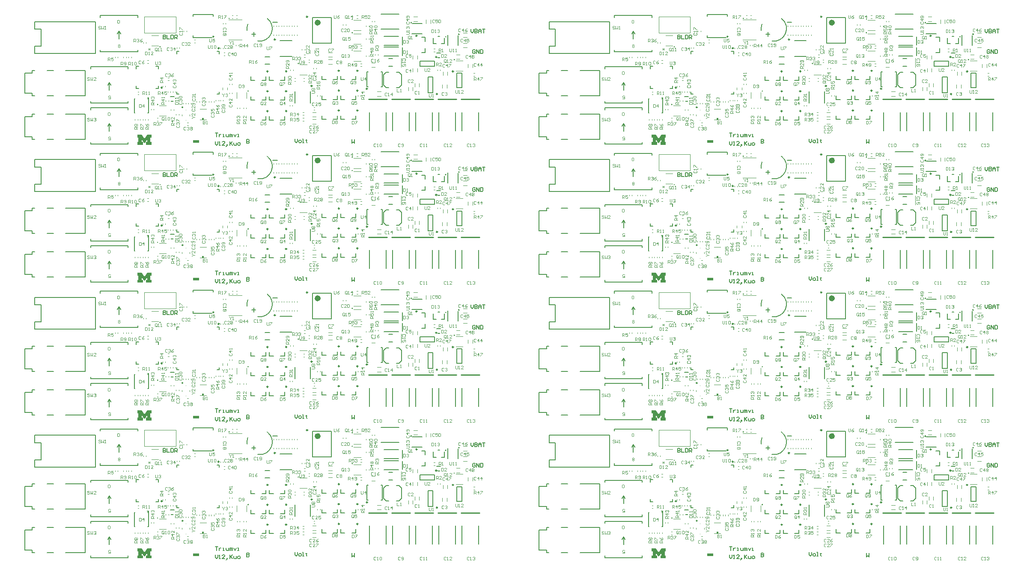
<source format=gto>
G04 Layer_Color=65535*
%FSLAX24Y24*%
%MOIN*%
G70*
G01*
G75*
%ADD12C,0.0080*%
%ADD68C,0.0100*%
%ADD78C,0.0098*%
%ADD79C,0.0050*%
%ADD80C,0.0236*%
%ADD81C,0.0079*%
%ADD82C,0.0039*%
%ADD83C,0.0040*%
%ADD84R,0.0118X0.0040*%
%ADD85R,0.0200X0.0060*%
%ADD86R,0.0157X0.0118*%
%ADD87R,0.0472X0.0236*%
G36*
X57637Y44111D02*
X57637Y43954D01*
X57480Y44111D01*
X57637Y44111D01*
D02*
G37*
G36*
X17600D02*
X17600Y43954D01*
X17442Y44111D01*
X17600Y44111D01*
D02*
G37*
G36*
X57847Y40963D02*
X57761D01*
Y40625D01*
X57847D01*
Y40401D01*
X57427D01*
Y40625D01*
X57512D01*
Y40828D01*
X57301Y40536D01*
X57286D01*
X57078Y40828D01*
Y40625D01*
X57164D01*
Y40401D01*
X56744D01*
Y40625D01*
X56825D01*
Y40963D01*
X56744D01*
Y41187D01*
X57076D01*
X57290Y40892D01*
X57301D01*
X57514Y41187D01*
X57847D01*
Y40963D01*
D02*
G37*
G36*
X17810D02*
X17724D01*
Y40625D01*
X17810D01*
Y40401D01*
X17390D01*
Y40625D01*
X17475D01*
Y40828D01*
X17263Y40536D01*
X17249D01*
X17041Y40828D01*
Y40625D01*
X17126D01*
Y40401D01*
X16706D01*
Y40625D01*
X16788D01*
Y40963D01*
X16706D01*
Y41187D01*
X17039D01*
X17253Y40892D01*
X17263D01*
X17477Y41187D01*
X17810D01*
Y40963D01*
D02*
G37*
G36*
X57637Y33361D02*
X57637Y33203D01*
X57480Y33361D01*
X57637Y33361D01*
D02*
G37*
G36*
X17600D02*
X17600Y33203D01*
X17442Y33361D01*
X17600Y33361D01*
D02*
G37*
G36*
X57847Y30213D02*
X57761D01*
Y29875D01*
X57847D01*
Y29651D01*
X57427D01*
Y29875D01*
X57512D01*
Y30078D01*
X57301Y29786D01*
X57286D01*
X57078Y30078D01*
Y29875D01*
X57164D01*
Y29651D01*
X56744D01*
Y29875D01*
X56825D01*
Y30213D01*
X56744D01*
Y30437D01*
X57076D01*
X57290Y30142D01*
X57301D01*
X57514Y30437D01*
X57847D01*
Y30213D01*
D02*
G37*
G36*
X17810D02*
X17724D01*
Y29875D01*
X17810D01*
Y29651D01*
X17390D01*
Y29875D01*
X17475D01*
Y30078D01*
X17263Y29786D01*
X17249D01*
X17041Y30078D01*
Y29875D01*
X17126D01*
Y29651D01*
X16706D01*
Y29875D01*
X16788D01*
Y30213D01*
X16706D01*
Y30437D01*
X17039D01*
X17253Y30142D01*
X17263D01*
X17477Y30437D01*
X17810D01*
Y30213D01*
D02*
G37*
G36*
X57637Y22611D02*
X57637Y22453D01*
X57480Y22611D01*
X57637Y22611D01*
D02*
G37*
G36*
X17600D02*
X17600Y22453D01*
X17442Y22611D01*
X17600Y22611D01*
D02*
G37*
G36*
X57847Y19463D02*
X57761D01*
Y19124D01*
X57847D01*
Y18900D01*
X57427D01*
Y19124D01*
X57512D01*
Y19327D01*
X57301Y19035D01*
X57286D01*
X57078Y19327D01*
Y19124D01*
X57164D01*
Y18900D01*
X56744D01*
Y19124D01*
X56825D01*
Y19463D01*
X56744D01*
Y19687D01*
X57076D01*
X57290Y19391D01*
X57301D01*
X57514Y19687D01*
X57847D01*
Y19463D01*
D02*
G37*
G36*
X17810D02*
X17724D01*
Y19124D01*
X17810D01*
Y18900D01*
X17390D01*
Y19124D01*
X17475D01*
Y19327D01*
X17263Y19035D01*
X17249D01*
X17041Y19327D01*
Y19124D01*
X17126D01*
Y18900D01*
X16706D01*
Y19124D01*
X16788D01*
Y19463D01*
X16706D01*
Y19687D01*
X17039D01*
X17253Y19391D01*
X17263D01*
X17477Y19687D01*
X17810D01*
Y19463D01*
D02*
G37*
G36*
X57637Y11860D02*
X57637Y11703D01*
X57480Y11860D01*
X57637Y11860D01*
D02*
G37*
G36*
X17600D02*
X17600Y11703D01*
X17442Y11860D01*
X17600Y11860D01*
D02*
G37*
G36*
X57847Y8712D02*
X57761D01*
Y8374D01*
X57847D01*
Y8150D01*
X57427D01*
Y8374D01*
X57512D01*
Y8577D01*
X57301Y8285D01*
X57286D01*
X57078Y8577D01*
Y8374D01*
X57164D01*
Y8150D01*
X56744D01*
Y8374D01*
X56825D01*
Y8712D01*
X56744D01*
Y8936D01*
X57076D01*
X57290Y8641D01*
X57301D01*
X57514Y8936D01*
X57847D01*
Y8712D01*
D02*
G37*
G36*
X17810D02*
X17724D01*
Y8374D01*
X17810D01*
Y8150D01*
X17390D01*
Y8374D01*
X17475D01*
Y8577D01*
X17263Y8285D01*
X17249D01*
X17041Y8577D01*
Y8374D01*
X17126D01*
Y8150D01*
X16706D01*
Y8374D01*
X16788D01*
Y8712D01*
X16706D01*
Y8936D01*
X17039D01*
X17253Y8641D01*
X17263D01*
X17477Y8936D01*
X17810D01*
Y8712D01*
D02*
G37*
D12*
X25919Y16778D02*
X25599D01*
X25759Y16618D02*
Y16938D01*
X65956Y16778D02*
X65636D01*
X65796Y16618D02*
Y16938D01*
X25919Y27528D02*
X25599D01*
X25759Y27368D02*
Y27688D01*
X65956Y27528D02*
X65636D01*
X65796Y27368D02*
Y27688D01*
X25919Y38278D02*
X25599D01*
X25759Y38118D02*
Y38438D01*
X65956Y38278D02*
X65636D01*
X65796Y38118D02*
Y38438D01*
X25919Y49028D02*
X25599D01*
X25759Y48868D02*
Y49188D01*
X65956Y49028D02*
X65636D01*
X65796Y48868D02*
Y49188D01*
D68*
X22651Y16597D02*
G03*
X22651Y16597I-39J0D01*
G01*
X18470Y15802D02*
G03*
X18470Y15802I-2J0D01*
G01*
X20249Y11084D02*
G03*
X20249Y11084I-31J0D01*
G01*
X18282Y11297D02*
G03*
X18282Y11297I-2J0D01*
G01*
X23843Y18012D02*
G03*
X23852Y18010I9J18D01*
G01*
X25328Y12349D02*
G03*
X25328Y12349I-22J0D01*
G01*
X29232Y14497D02*
G03*
X29232Y14497I-2J0D01*
G01*
X33432Y17947D02*
G03*
X33432Y17947I-2J0D01*
G01*
Y16897D02*
G03*
X33432Y16897I-2J0D01*
G01*
Y15547D02*
G03*
X33432Y15547I-2J0D01*
G01*
X40718Y16580D02*
G03*
X40718Y16580I-22J0D01*
G01*
X41382Y14797D02*
G03*
X41382Y14797I-2J0D01*
G01*
X41916Y11706D02*
X43333D01*
X40115D02*
X41533D01*
X38315D02*
X39733D01*
X36516D02*
X37933D01*
X34715D02*
X36133D01*
X62688Y16597D02*
G03*
X62688Y16597I-39J0D01*
G01*
X58507Y15802D02*
G03*
X58507Y15802I-2J0D01*
G01*
X60287Y11084D02*
G03*
X60287Y11084I-31J0D01*
G01*
X58320Y11297D02*
G03*
X58320Y11297I-2J0D01*
G01*
X63880Y18012D02*
G03*
X63889Y18010I9J18D01*
G01*
X65366Y12349D02*
G03*
X65366Y12349I-22J0D01*
G01*
X69270Y14497D02*
G03*
X69270Y14497I-2J0D01*
G01*
X73470Y17947D02*
G03*
X73470Y17947I-2J0D01*
G01*
Y16897D02*
G03*
X73470Y16897I-2J0D01*
G01*
Y15547D02*
G03*
X73470Y15547I-2J0D01*
G01*
X80755Y16580D02*
G03*
X80755Y16580I-22J0D01*
G01*
X81420Y14797D02*
G03*
X81420Y14797I-2J0D01*
G01*
X81953Y11706D02*
X83370D01*
X80153D02*
X81570D01*
X78353D02*
X79770D01*
X76553D02*
X77970D01*
X74753D02*
X76170D01*
X22651Y27348D02*
G03*
X22651Y27348I-39J0D01*
G01*
X18470Y26552D02*
G03*
X18470Y26552I-2J0D01*
G01*
X20249Y21835D02*
G03*
X20249Y21835I-31J0D01*
G01*
X18282Y22047D02*
G03*
X18282Y22047I-2J0D01*
G01*
X23843Y28762D02*
G03*
X23852Y28760I9J18D01*
G01*
X25328Y23099D02*
G03*
X25328Y23099I-22J0D01*
G01*
X29232Y25247D02*
G03*
X29232Y25247I-2J0D01*
G01*
X33432Y28697D02*
G03*
X33432Y28697I-2J0D01*
G01*
Y27647D02*
G03*
X33432Y27647I-2J0D01*
G01*
Y26297D02*
G03*
X33432Y26297I-2J0D01*
G01*
X40718Y27330D02*
G03*
X40718Y27330I-22J0D01*
G01*
X41382Y25547D02*
G03*
X41382Y25547I-2J0D01*
G01*
X41916Y22457D02*
X43333D01*
X40115D02*
X41533D01*
X38315D02*
X39733D01*
X36516D02*
X37933D01*
X34715D02*
X36133D01*
X62688Y27348D02*
G03*
X62688Y27348I-39J0D01*
G01*
X58507Y26552D02*
G03*
X58507Y26552I-2J0D01*
G01*
X60287Y21835D02*
G03*
X60287Y21835I-31J0D01*
G01*
X58320Y22047D02*
G03*
X58320Y22047I-2J0D01*
G01*
X63880Y28762D02*
G03*
X63889Y28760I9J18D01*
G01*
X65366Y23099D02*
G03*
X65366Y23099I-22J0D01*
G01*
X69270Y25247D02*
G03*
X69270Y25247I-2J0D01*
G01*
X73470Y28697D02*
G03*
X73470Y28697I-2J0D01*
G01*
Y27647D02*
G03*
X73470Y27647I-2J0D01*
G01*
Y26297D02*
G03*
X73470Y26297I-2J0D01*
G01*
X80755Y27330D02*
G03*
X80755Y27330I-22J0D01*
G01*
X81420Y25547D02*
G03*
X81420Y25547I-2J0D01*
G01*
X81953Y22457D02*
X83370D01*
X80153D02*
X81570D01*
X78353D02*
X79770D01*
X76553D02*
X77970D01*
X74753D02*
X76170D01*
X22651Y38098D02*
G03*
X22651Y38098I-39J0D01*
G01*
X18470Y37302D02*
G03*
X18470Y37302I-2J0D01*
G01*
X20249Y32585D02*
G03*
X20249Y32585I-31J0D01*
G01*
X18282Y32797D02*
G03*
X18282Y32797I-2J0D01*
G01*
X23843Y39513D02*
G03*
X23852Y39511I9J18D01*
G01*
X25328Y33850D02*
G03*
X25328Y33850I-22J0D01*
G01*
X29232Y35997D02*
G03*
X29232Y35997I-2J0D01*
G01*
X33432Y39447D02*
G03*
X33432Y39447I-2J0D01*
G01*
Y38397D02*
G03*
X33432Y38397I-2J0D01*
G01*
Y37047D02*
G03*
X33432Y37047I-2J0D01*
G01*
X40718Y38081D02*
G03*
X40718Y38081I-22J0D01*
G01*
X41382Y36297D02*
G03*
X41382Y36297I-2J0D01*
G01*
X41916Y33207D02*
X43333D01*
X40115D02*
X41533D01*
X38315D02*
X39733D01*
X36516D02*
X37933D01*
X34715D02*
X36133D01*
X62688Y38098D02*
G03*
X62688Y38098I-39J0D01*
G01*
X58507Y37302D02*
G03*
X58507Y37302I-2J0D01*
G01*
X60287Y32585D02*
G03*
X60287Y32585I-31J0D01*
G01*
X58320Y32797D02*
G03*
X58320Y32797I-2J0D01*
G01*
X63880Y39513D02*
G03*
X63889Y39511I9J18D01*
G01*
X65366Y33850D02*
G03*
X65366Y33850I-22J0D01*
G01*
X69270Y35997D02*
G03*
X69270Y35997I-2J0D01*
G01*
X73470Y39447D02*
G03*
X73470Y39447I-2J0D01*
G01*
Y38397D02*
G03*
X73470Y38397I-2J0D01*
G01*
Y37047D02*
G03*
X73470Y37047I-2J0D01*
G01*
X80755Y38081D02*
G03*
X80755Y38081I-22J0D01*
G01*
X81420Y36297D02*
G03*
X81420Y36297I-2J0D01*
G01*
X81953Y33207D02*
X83370D01*
X80153D02*
X81570D01*
X78353D02*
X79770D01*
X76553D02*
X77970D01*
X74753D02*
X76170D01*
X22651Y48848D02*
G03*
X22651Y48848I-39J0D01*
G01*
X18470Y48053D02*
G03*
X18470Y48053I-2J0D01*
G01*
X20249Y43335D02*
G03*
X20249Y43335I-31J0D01*
G01*
X18282Y43548D02*
G03*
X18282Y43548I-2J0D01*
G01*
X23843Y50263D02*
G03*
X23852Y50261I9J18D01*
G01*
X25328Y44600D02*
G03*
X25328Y44600I-22J0D01*
G01*
X29232Y46748D02*
G03*
X29232Y46748I-2J0D01*
G01*
X33432Y50198D02*
G03*
X33432Y50198I-2J0D01*
G01*
Y49148D02*
G03*
X33432Y49148I-2J0D01*
G01*
Y47798D02*
G03*
X33432Y47798I-2J0D01*
G01*
X40718Y48831D02*
G03*
X40718Y48831I-22J0D01*
G01*
X41382Y47048D02*
G03*
X41382Y47048I-2J0D01*
G01*
X41916Y43957D02*
X43333D01*
X40115D02*
X41533D01*
X38315D02*
X39733D01*
X36516D02*
X37933D01*
X34715D02*
X36133D01*
X62688Y48848D02*
G03*
X62688Y48848I-39J0D01*
G01*
X58507Y48053D02*
G03*
X58507Y48053I-2J0D01*
G01*
X60287Y43335D02*
G03*
X60287Y43335I-31J0D01*
G01*
X58320Y43548D02*
G03*
X58320Y43548I-2J0D01*
G01*
X63880Y50263D02*
G03*
X63889Y50261I9J18D01*
G01*
X65366Y44600D02*
G03*
X65366Y44600I-22J0D01*
G01*
X69270Y46748D02*
G03*
X69270Y46748I-2J0D01*
G01*
X73470Y50198D02*
G03*
X73470Y50198I-2J0D01*
G01*
Y49148D02*
G03*
X73470Y49148I-2J0D01*
G01*
Y47798D02*
G03*
X73470Y47798I-2J0D01*
G01*
X80755Y48831D02*
G03*
X80755Y48831I-22J0D01*
G01*
X81420Y47048D02*
G03*
X81420Y47048I-2J0D01*
G01*
X81953Y43957D02*
X83370D01*
X80153D02*
X81570D01*
X78353D02*
X79770D01*
X76553D02*
X77970D01*
X74753D02*
X76170D01*
D78*
X23078Y15693D02*
G03*
X23078Y15693I-49J0D01*
G01*
X18645Y12617D02*
G03*
X18645Y12617I-49J0D01*
G01*
X29962Y18147D02*
G03*
X29962Y18147I-49J0D01*
G01*
X27447Y16373D02*
G03*
X27447Y16373I-49J0D01*
G01*
X28332Y13888D02*
G03*
X28332Y13888I-49J0D01*
G01*
X26882D02*
G03*
X26882Y13888I-49J0D01*
G01*
X28332Y12338D02*
G03*
X28332Y12338I-49J0D01*
G01*
X26882D02*
G03*
X26882Y12338I-49J0D01*
G01*
X28332Y10788D02*
G03*
X28332Y10788I-49J0D01*
G01*
X26882D02*
G03*
X26882Y10788I-49J0D01*
G01*
X30322Y12750D02*
G03*
X30322Y12750I-49J0D01*
G01*
X32432Y13938D02*
G03*
X32432Y13938I-49J0D01*
G01*
Y12388D02*
G03*
X32432Y12388I-49J0D01*
G01*
Y10838D02*
G03*
X32432Y10838I-49J0D01*
G01*
X33882D02*
G03*
X33882Y10838I-49J0D01*
G01*
Y12388D02*
G03*
X33882Y12388I-49J0D01*
G01*
Y13938D02*
G03*
X33882Y13938I-49J0D01*
G01*
X34623Y12526D02*
G03*
X34623Y12526I-49J0D01*
G01*
X40022Y15006D02*
G03*
X40022Y15006I-49J0D01*
G01*
X38484Y16659D02*
G03*
X38484Y16659I-49J0D01*
G01*
X41321Y13883D02*
G03*
X41321Y13883I-49J0D01*
G01*
X40075Y12115D02*
G03*
X40075Y12115I-49J0D01*
G01*
X63115Y15693D02*
G03*
X63115Y15693I-49J0D01*
G01*
X58683Y12617D02*
G03*
X58683Y12617I-49J0D01*
G01*
X69999Y18147D02*
G03*
X69999Y18147I-49J0D01*
G01*
X67485Y16373D02*
G03*
X67485Y16373I-49J0D01*
G01*
X68369Y13888D02*
G03*
X68369Y13888I-49J0D01*
G01*
X66919D02*
G03*
X66919Y13888I-49J0D01*
G01*
X68369Y12338D02*
G03*
X68369Y12338I-49J0D01*
G01*
X66919D02*
G03*
X66919Y12338I-49J0D01*
G01*
X68369Y10788D02*
G03*
X68369Y10788I-49J0D01*
G01*
X66919D02*
G03*
X66919Y10788I-49J0D01*
G01*
X70360Y12750D02*
G03*
X70360Y12750I-49J0D01*
G01*
X72469Y13938D02*
G03*
X72469Y13938I-49J0D01*
G01*
Y12388D02*
G03*
X72469Y12388I-49J0D01*
G01*
Y10838D02*
G03*
X72469Y10838I-49J0D01*
G01*
X73919D02*
G03*
X73919Y10838I-49J0D01*
G01*
Y12388D02*
G03*
X73919Y12388I-49J0D01*
G01*
Y13938D02*
G03*
X73919Y13938I-49J0D01*
G01*
X74660Y12526D02*
G03*
X74660Y12526I-49J0D01*
G01*
X80060Y15006D02*
G03*
X80060Y15006I-49J0D01*
G01*
X78521Y16659D02*
G03*
X78521Y16659I-49J0D01*
G01*
X81359Y13883D02*
G03*
X81359Y13883I-49J0D01*
G01*
X80113Y12115D02*
G03*
X80113Y12115I-49J0D01*
G01*
X23078Y26444D02*
G03*
X23078Y26444I-49J0D01*
G01*
X18645Y23367D02*
G03*
X18645Y23367I-49J0D01*
G01*
X29962Y28897D02*
G03*
X29962Y28897I-49J0D01*
G01*
X27447Y27123D02*
G03*
X27447Y27123I-49J0D01*
G01*
X28332Y24638D02*
G03*
X28332Y24638I-49J0D01*
G01*
X26882D02*
G03*
X26882Y24638I-49J0D01*
G01*
X28332Y23088D02*
G03*
X28332Y23088I-49J0D01*
G01*
X26882D02*
G03*
X26882Y23088I-49J0D01*
G01*
X28332Y21538D02*
G03*
X28332Y21538I-49J0D01*
G01*
X26882D02*
G03*
X26882Y21538I-49J0D01*
G01*
X30322Y23500D02*
G03*
X30322Y23500I-49J0D01*
G01*
X32432Y24688D02*
G03*
X32432Y24688I-49J0D01*
G01*
Y23138D02*
G03*
X32432Y23138I-49J0D01*
G01*
Y21588D02*
G03*
X32432Y21588I-49J0D01*
G01*
X33882D02*
G03*
X33882Y21588I-49J0D01*
G01*
Y23138D02*
G03*
X33882Y23138I-49J0D01*
G01*
Y24688D02*
G03*
X33882Y24688I-49J0D01*
G01*
X34623Y23276D02*
G03*
X34623Y23276I-49J0D01*
G01*
X40022Y25756D02*
G03*
X40022Y25756I-49J0D01*
G01*
X38484Y27409D02*
G03*
X38484Y27409I-49J0D01*
G01*
X41321Y24633D02*
G03*
X41321Y24633I-49J0D01*
G01*
X40075Y22866D02*
G03*
X40075Y22866I-49J0D01*
G01*
X63115Y26444D02*
G03*
X63115Y26444I-49J0D01*
G01*
X58683Y23367D02*
G03*
X58683Y23367I-49J0D01*
G01*
X69999Y28897D02*
G03*
X69999Y28897I-49J0D01*
G01*
X67485Y27123D02*
G03*
X67485Y27123I-49J0D01*
G01*
X68369Y24638D02*
G03*
X68369Y24638I-49J0D01*
G01*
X66919D02*
G03*
X66919Y24638I-49J0D01*
G01*
X68369Y23088D02*
G03*
X68369Y23088I-49J0D01*
G01*
X66919D02*
G03*
X66919Y23088I-49J0D01*
G01*
X68369Y21538D02*
G03*
X68369Y21538I-49J0D01*
G01*
X66919D02*
G03*
X66919Y21538I-49J0D01*
G01*
X70360Y23500D02*
G03*
X70360Y23500I-49J0D01*
G01*
X72469Y24688D02*
G03*
X72469Y24688I-49J0D01*
G01*
Y23138D02*
G03*
X72469Y23138I-49J0D01*
G01*
Y21588D02*
G03*
X72469Y21588I-49J0D01*
G01*
X73919D02*
G03*
X73919Y21588I-49J0D01*
G01*
Y23138D02*
G03*
X73919Y23138I-49J0D01*
G01*
Y24688D02*
G03*
X73919Y24688I-49J0D01*
G01*
X74660Y23276D02*
G03*
X74660Y23276I-49J0D01*
G01*
X80060Y25756D02*
G03*
X80060Y25756I-49J0D01*
G01*
X78521Y27409D02*
G03*
X78521Y27409I-49J0D01*
G01*
X81359Y24633D02*
G03*
X81359Y24633I-49J0D01*
G01*
X80113Y22866D02*
G03*
X80113Y22866I-49J0D01*
G01*
X23078Y37194D02*
G03*
X23078Y37194I-49J0D01*
G01*
X18645Y34118D02*
G03*
X18645Y34118I-49J0D01*
G01*
X29962Y39648D02*
G03*
X29962Y39648I-49J0D01*
G01*
X27447Y37874D02*
G03*
X27447Y37874I-49J0D01*
G01*
X28332Y35388D02*
G03*
X28332Y35388I-49J0D01*
G01*
X26882D02*
G03*
X26882Y35388I-49J0D01*
G01*
X28332Y33838D02*
G03*
X28332Y33838I-49J0D01*
G01*
X26882D02*
G03*
X26882Y33838I-49J0D01*
G01*
X28332Y32288D02*
G03*
X28332Y32288I-49J0D01*
G01*
X26882D02*
G03*
X26882Y32288I-49J0D01*
G01*
X30322Y34251D02*
G03*
X30322Y34251I-49J0D01*
G01*
X32432Y35438D02*
G03*
X32432Y35438I-49J0D01*
G01*
Y33888D02*
G03*
X32432Y33888I-49J0D01*
G01*
Y32338D02*
G03*
X32432Y32338I-49J0D01*
G01*
X33882D02*
G03*
X33882Y32338I-49J0D01*
G01*
Y33888D02*
G03*
X33882Y33888I-49J0D01*
G01*
Y35438D02*
G03*
X33882Y35438I-49J0D01*
G01*
X34623Y34027D02*
G03*
X34623Y34027I-49J0D01*
G01*
X40022Y36506D02*
G03*
X40022Y36506I-49J0D01*
G01*
X38484Y38159D02*
G03*
X38484Y38159I-49J0D01*
G01*
X41321Y35383D02*
G03*
X41321Y35383I-49J0D01*
G01*
X40075Y33616D02*
G03*
X40075Y33616I-49J0D01*
G01*
X63115Y37194D02*
G03*
X63115Y37194I-49J0D01*
G01*
X58683Y34118D02*
G03*
X58683Y34118I-49J0D01*
G01*
X69999Y39648D02*
G03*
X69999Y39648I-49J0D01*
G01*
X67485Y37874D02*
G03*
X67485Y37874I-49J0D01*
G01*
X68369Y35388D02*
G03*
X68369Y35388I-49J0D01*
G01*
X66919D02*
G03*
X66919Y35388I-49J0D01*
G01*
X68369Y33838D02*
G03*
X68369Y33838I-49J0D01*
G01*
X66919D02*
G03*
X66919Y33838I-49J0D01*
G01*
X68369Y32288D02*
G03*
X68369Y32288I-49J0D01*
G01*
X66919D02*
G03*
X66919Y32288I-49J0D01*
G01*
X70360Y34251D02*
G03*
X70360Y34251I-49J0D01*
G01*
X72469Y35438D02*
G03*
X72469Y35438I-49J0D01*
G01*
Y33888D02*
G03*
X72469Y33888I-49J0D01*
G01*
Y32338D02*
G03*
X72469Y32338I-49J0D01*
G01*
X73919D02*
G03*
X73919Y32338I-49J0D01*
G01*
Y33888D02*
G03*
X73919Y33888I-49J0D01*
G01*
Y35438D02*
G03*
X73919Y35438I-49J0D01*
G01*
X74660Y34027D02*
G03*
X74660Y34027I-49J0D01*
G01*
X80060Y36506D02*
G03*
X80060Y36506I-49J0D01*
G01*
X78521Y38159D02*
G03*
X78521Y38159I-49J0D01*
G01*
X81359Y35383D02*
G03*
X81359Y35383I-49J0D01*
G01*
X80113Y33616D02*
G03*
X80113Y33616I-49J0D01*
G01*
X23078Y47944D02*
G03*
X23078Y47944I-49J0D01*
G01*
X18645Y44868D02*
G03*
X18645Y44868I-49J0D01*
G01*
X29962Y50398D02*
G03*
X29962Y50398I-49J0D01*
G01*
X27447Y48624D02*
G03*
X27447Y48624I-49J0D01*
G01*
X28332Y46138D02*
G03*
X28332Y46138I-49J0D01*
G01*
X26882D02*
G03*
X26882Y46138I-49J0D01*
G01*
X28332Y44588D02*
G03*
X28332Y44588I-49J0D01*
G01*
X26882D02*
G03*
X26882Y44588I-49J0D01*
G01*
X28332Y43038D02*
G03*
X28332Y43038I-49J0D01*
G01*
X26882D02*
G03*
X26882Y43038I-49J0D01*
G01*
X30322Y45001D02*
G03*
X30322Y45001I-49J0D01*
G01*
X32432Y46188D02*
G03*
X32432Y46188I-49J0D01*
G01*
Y44638D02*
G03*
X32432Y44638I-49J0D01*
G01*
Y43088D02*
G03*
X32432Y43088I-49J0D01*
G01*
X33882D02*
G03*
X33882Y43088I-49J0D01*
G01*
Y44638D02*
G03*
X33882Y44638I-49J0D01*
G01*
Y46188D02*
G03*
X33882Y46188I-49J0D01*
G01*
X34623Y44777D02*
G03*
X34623Y44777I-49J0D01*
G01*
X40022Y47257D02*
G03*
X40022Y47257I-49J0D01*
G01*
X38484Y48910D02*
G03*
X38484Y48910I-49J0D01*
G01*
X41321Y46134D02*
G03*
X41321Y46134I-49J0D01*
G01*
X40075Y44366D02*
G03*
X40075Y44366I-49J0D01*
G01*
X63115Y47944D02*
G03*
X63115Y47944I-49J0D01*
G01*
X58683Y44868D02*
G03*
X58683Y44868I-49J0D01*
G01*
X69999Y50398D02*
G03*
X69999Y50398I-49J0D01*
G01*
X67485Y48624D02*
G03*
X67485Y48624I-49J0D01*
G01*
X68369Y46138D02*
G03*
X68369Y46138I-49J0D01*
G01*
X66919D02*
G03*
X66919Y46138I-49J0D01*
G01*
X68369Y44588D02*
G03*
X68369Y44588I-49J0D01*
G01*
X66919D02*
G03*
X66919Y44588I-49J0D01*
G01*
X68369Y43038D02*
G03*
X68369Y43038I-49J0D01*
G01*
X66919D02*
G03*
X66919Y43038I-49J0D01*
G01*
X70360Y45001D02*
G03*
X70360Y45001I-49J0D01*
G01*
X72469Y46188D02*
G03*
X72469Y46188I-49J0D01*
G01*
Y44638D02*
G03*
X72469Y44638I-49J0D01*
G01*
Y43088D02*
G03*
X72469Y43088I-49J0D01*
G01*
X73919D02*
G03*
X73919Y43088I-49J0D01*
G01*
Y44638D02*
G03*
X73919Y44638I-49J0D01*
G01*
Y46188D02*
G03*
X73919Y46188I-49J0D01*
G01*
X74660Y44777D02*
G03*
X74660Y44777I-49J0D01*
G01*
X80060Y47257D02*
G03*
X80060Y47257I-49J0D01*
G01*
X78521Y48910D02*
G03*
X78521Y48910I-49J0D01*
G01*
X81359Y46134D02*
G03*
X81359Y46134I-49J0D01*
G01*
X80113Y44366D02*
G03*
X80113Y44366I-49J0D01*
G01*
D79*
X26074Y16251D02*
G03*
X26811Y18014I150J973D01*
G01*
X25301Y17566D02*
G03*
X25252Y17070I923J-342D01*
G01*
X19274Y11924D02*
X19574D01*
X21037Y16519D02*
X22493D01*
X21037D02*
Y16676D01*
X22612Y18172D02*
Y18330D01*
X21037D02*
X22612D01*
X21037Y18172D02*
Y18330D01*
X16458Y10640D02*
X16517D01*
X17501Y11742D02*
X17560D01*
X16458D02*
X16517D01*
X16458Y10640D02*
Y11742D01*
X17501Y10640D02*
X17560D01*
Y11742D01*
X35923Y15070D02*
X37025D01*
X35923Y15778D02*
X37025D01*
X37350Y15109D02*
Y15739D01*
X35923Y15920D02*
X37025D01*
X35923Y16629D02*
X37025D01*
X37350Y15959D02*
Y16589D01*
X34584Y12684D02*
X34682D01*
X34584D02*
Y13865D01*
X34682D01*
X35666Y12684D02*
X35765D01*
Y13865D01*
X35666D02*
X35765D01*
X38100Y17618D02*
X38868D01*
X38080Y16830D02*
X38868D01*
X40607Y16049D02*
Y16472D01*
X40371Y16049D02*
X40607D01*
X39741D02*
X39977D01*
X39741D02*
Y16472D01*
X40115Y16600D02*
X40243D01*
X41668Y15930D02*
Y16698D01*
X40880Y15930D02*
Y16718D01*
X40024Y15324D02*
X40324D01*
X36874Y13824D02*
X37074D01*
X37274Y13624D01*
Y12824D02*
Y13624D01*
X37074Y12624D02*
X37274Y12824D01*
X36874Y12624D02*
X37074D01*
X36074Y13824D02*
X36274D01*
X35874Y13624D02*
X36074Y13824D01*
X35874Y12824D02*
Y13624D01*
Y12824D02*
X36074Y12624D01*
X36274D01*
X8722Y17750D02*
X13446D01*
Y15270D02*
Y17750D01*
X8722Y15270D02*
X13446D01*
X8722D02*
Y15841D01*
X9194D01*
Y17179D01*
X8722D02*
X9194D01*
X8722D02*
Y17750D01*
X27257Y17709D02*
X27591D01*
X12656Y8590D02*
Y10558D01*
X12459Y8590D02*
X12656D01*
X12459Y10558D02*
X12656D01*
X11120D02*
X12478D01*
X9664D02*
X10175D01*
X8522D02*
X8719D01*
X8522Y10362D02*
Y10558D01*
X7931Y10362D02*
X8522D01*
X7931Y8787D02*
Y10362D01*
Y8787D02*
X8522D01*
Y8590D02*
Y8787D01*
Y8590D02*
X8719D01*
X9664D02*
X10175D01*
X11120D02*
X12459D01*
X11120Y11990D02*
X12459D01*
X9664D02*
X10175D01*
X8522D02*
X8719D01*
X8522D02*
Y12187D01*
X7931D02*
X8522D01*
X7931D02*
Y13762D01*
X8522D01*
Y13958D01*
X8719D01*
X9664D02*
X10175D01*
X11120D02*
X12478D01*
X12459D02*
X12656D01*
X12459Y11990D02*
X12656D01*
Y13958D01*
X13817Y18084D02*
Y18241D01*
X16731D01*
Y18084D02*
Y18241D01*
X13817Y15407D02*
Y15564D01*
Y15407D02*
X16731D01*
Y15564D01*
X15274Y16430D02*
Y17021D01*
X15156Y16824D02*
X15274Y17021D01*
X15392Y16824D01*
X13067Y14084D02*
Y14241D01*
X15981D01*
Y14084D02*
Y14241D01*
X13067Y11407D02*
Y11564D01*
Y11407D02*
X15981D01*
Y11564D01*
X14524Y12430D02*
Y13021D01*
X14406Y12824D02*
X14524Y13021D01*
X14642Y12824D01*
X13067Y10884D02*
Y11041D01*
X15981D01*
Y10884D02*
Y11041D01*
X13067Y8207D02*
Y8364D01*
Y8207D02*
X15981D01*
Y8364D01*
X14524Y9230D02*
Y9821D01*
X14406Y9624D02*
X14524Y9821D01*
X14642Y9624D01*
X35666Y18365D02*
X37083D01*
X35666Y17184D02*
X37083D01*
X22774Y8424D02*
Y8224D01*
X22874Y8124D01*
X22974Y8224D01*
Y8424D01*
X23074Y8124D02*
X23174D01*
X23124D01*
Y8424D01*
X23074Y8374D01*
X23524Y8124D02*
X23324D01*
X23524Y8324D01*
Y8374D01*
X23474Y8424D01*
X23374D01*
X23324Y8374D01*
X23674Y8074D02*
X23724Y8124D01*
Y8174D01*
X23674D01*
Y8124D01*
X23724D01*
X23674Y8074D01*
X23624Y8024D01*
X23924Y8424D02*
Y8124D01*
Y8224D01*
X24124Y8424D01*
X23974Y8274D01*
X24124Y8124D01*
X24224Y8324D02*
Y8174D01*
X24274Y8124D01*
X24424D01*
Y8324D01*
X24574Y8124D02*
X24674D01*
X24724Y8174D01*
Y8274D01*
X24674Y8324D01*
X24574D01*
X24524Y8274D01*
Y8174D01*
X24574Y8124D01*
X22774Y9074D02*
X22974D01*
X22874D01*
Y8774D01*
X23074Y8974D02*
Y8774D01*
Y8874D01*
X23124Y8924D01*
X23174Y8974D01*
X23224D01*
X23374Y8774D02*
X23474D01*
X23424D01*
Y8974D01*
X23374D01*
X23624D02*
Y8824D01*
X23674Y8774D01*
X23824D01*
Y8974D01*
X23924Y8774D02*
Y8974D01*
X23974D01*
X24024Y8924D01*
Y8774D01*
Y8924D01*
X24074Y8974D01*
X24124Y8924D01*
Y8774D01*
X24224Y8974D02*
X24324Y8774D01*
X24424Y8974D01*
X24524Y8774D02*
X24624D01*
X24574D01*
Y8974D01*
X24524D01*
X28974Y8624D02*
Y8424D01*
X29074Y8324D01*
X29174Y8424D01*
Y8624D01*
X29324Y8324D02*
X29424D01*
X29474Y8374D01*
Y8474D01*
X29424Y8524D01*
X29324D01*
X29274Y8474D01*
Y8374D01*
X29324Y8324D01*
X29574D02*
X29674D01*
X29624D01*
Y8624D01*
X29574D01*
X29874Y8574D02*
Y8524D01*
X29824D01*
X29924D01*
X29874D01*
Y8374D01*
X29924Y8324D01*
X33424Y8574D02*
Y8274D01*
X33524Y8374D01*
X33624Y8274D01*
Y8574D01*
X25224D02*
Y8274D01*
X25374D01*
X25424Y8324D01*
Y8374D01*
X25374Y8424D01*
X25224D01*
X25374D01*
X25424Y8474D01*
Y8524D01*
X25374Y8574D01*
X25224D01*
X43024Y15524D02*
X42974Y15574D01*
X42874D01*
X42824Y15524D01*
Y15324D01*
X42874Y15274D01*
X42974D01*
X43024Y15324D01*
Y15424D01*
X42924D01*
X43124Y15274D02*
Y15574D01*
X43324Y15274D01*
Y15574D01*
X43424D02*
Y15274D01*
X43574D01*
X43624Y15324D01*
Y15524D01*
X43574Y15574D01*
X43424D01*
X42674Y17174D02*
Y16974D01*
X42774Y16874D01*
X42874Y16974D01*
Y17174D01*
X42974D02*
Y16874D01*
X43124D01*
X43174Y16924D01*
Y16974D01*
X43124Y17024D01*
X42974D01*
X43124D01*
X43174Y17074D01*
Y17124D01*
X43124Y17174D01*
X42974D01*
X43274Y16874D02*
Y17074D01*
X43374Y17174D01*
X43474Y17074D01*
Y16874D01*
Y17024D01*
X43274D01*
X43574Y17174D02*
X43774D01*
X43674D01*
Y16874D01*
X18724Y16724D02*
Y16424D01*
X18874D01*
X18924Y16474D01*
Y16524D01*
X18874Y16574D01*
X18724D01*
X18874D01*
X18924Y16624D01*
Y16674D01*
X18874Y16724D01*
X18724D01*
X19024D02*
Y16424D01*
X19224D01*
X19324Y16724D02*
Y16424D01*
X19474D01*
X19524Y16474D01*
Y16674D01*
X19474Y16724D01*
X19324D01*
X19624Y16424D02*
Y16724D01*
X19774D01*
X19824Y16674D01*
Y16574D01*
X19774Y16524D01*
X19624D01*
X19724D02*
X19824Y16424D01*
X66111Y16251D02*
G03*
X66849Y18014I150J973D01*
G01*
X65339Y17566D02*
G03*
X65289Y17070I923J-342D01*
G01*
X59311Y11924D02*
X59611D01*
X61074Y16519D02*
X62531D01*
X61074D02*
Y16676D01*
X62649Y18172D02*
Y18330D01*
X61074D02*
X62649D01*
X61074Y18172D02*
Y18330D01*
X56495Y10640D02*
X56554D01*
X57539Y11742D02*
X57598D01*
X56495D02*
X56554D01*
X56495Y10640D02*
Y11742D01*
X57539Y10640D02*
X57598D01*
Y11742D01*
X75960Y15070D02*
X77063D01*
X75960Y15778D02*
X77063D01*
X77387Y15109D02*
Y15739D01*
X75960Y15920D02*
X77063D01*
X75960Y16629D02*
X77063D01*
X77387Y15959D02*
Y16589D01*
X74621Y12684D02*
X74719D01*
X74621D02*
Y13865D01*
X74719D01*
X75704Y12684D02*
X75802D01*
Y13865D01*
X75704D02*
X75802D01*
X78137Y17618D02*
X78905D01*
X78118Y16830D02*
X78905D01*
X80645Y16049D02*
Y16472D01*
X80408Y16049D02*
X80645D01*
X79778D02*
X80015D01*
X79778D02*
Y16472D01*
X80152Y16600D02*
X80280D01*
X81705Y15930D02*
Y16698D01*
X80918Y15930D02*
Y16718D01*
X80061Y15324D02*
X80361D01*
X76911Y13824D02*
X77111D01*
X77311Y13624D01*
Y12824D02*
Y13624D01*
X77111Y12624D02*
X77311Y12824D01*
X76911Y12624D02*
X77111D01*
X76111Y13824D02*
X76311D01*
X75911Y13624D02*
X76111Y13824D01*
X75911Y12824D02*
Y13624D01*
Y12824D02*
X76111Y12624D01*
X76311D01*
X48759Y17750D02*
X53484D01*
Y15270D02*
Y17750D01*
X48759Y15270D02*
X53484D01*
X48759D02*
Y15841D01*
X49232D01*
Y17179D01*
X48759D02*
X49232D01*
X48759D02*
Y17750D01*
X67294Y17709D02*
X67629D01*
X52693Y8590D02*
Y10558D01*
X52496Y8590D02*
X52693D01*
X52496Y10558D02*
X52693D01*
X51158D02*
X52516D01*
X49701D02*
X50213D01*
X48559D02*
X48756D01*
X48559Y10362D02*
Y10558D01*
X47969Y10362D02*
X48559D01*
X47969Y8787D02*
Y10362D01*
Y8787D02*
X48559D01*
Y8590D02*
Y8787D01*
Y8590D02*
X48756D01*
X49701D02*
X50213D01*
X51158D02*
X52496D01*
X51158Y11990D02*
X52496D01*
X49701D02*
X50213D01*
X48559D02*
X48756D01*
X48559D02*
Y12187D01*
X47969D02*
X48559D01*
X47969D02*
Y13762D01*
X48559D01*
Y13958D01*
X48756D01*
X49701D02*
X50213D01*
X51158D02*
X52516D01*
X52496D02*
X52693D01*
X52496Y11990D02*
X52693D01*
Y13958D01*
X53855Y18084D02*
Y18241D01*
X56768D01*
Y18084D02*
Y18241D01*
X53855Y15407D02*
Y15564D01*
Y15407D02*
X56768D01*
Y15564D01*
X55311Y16430D02*
Y17021D01*
X55193Y16824D02*
X55311Y17021D01*
X55430Y16824D01*
X53105Y14084D02*
Y14241D01*
X56018D01*
Y14084D02*
Y14241D01*
X53105Y11407D02*
Y11564D01*
Y11407D02*
X56018D01*
Y11564D01*
X54561Y12430D02*
Y13021D01*
X54443Y12824D02*
X54561Y13021D01*
X54680Y12824D01*
X53105Y10884D02*
Y11041D01*
X56018D01*
Y10884D02*
Y11041D01*
X53105Y8207D02*
Y8364D01*
Y8207D02*
X56018D01*
Y8364D01*
X54561Y9230D02*
Y9821D01*
X54443Y9624D02*
X54561Y9821D01*
X54680Y9624D01*
X75703Y18365D02*
X77120D01*
X75703Y17184D02*
X77120D01*
X62811Y8424D02*
Y8224D01*
X62911Y8124D01*
X63011Y8224D01*
Y8424D01*
X63111Y8124D02*
X63211D01*
X63161D01*
Y8424D01*
X63111Y8374D01*
X63561Y8124D02*
X63361D01*
X63561Y8324D01*
Y8374D01*
X63511Y8424D01*
X63411D01*
X63361Y8374D01*
X63711Y8074D02*
X63761Y8124D01*
Y8174D01*
X63711D01*
Y8124D01*
X63761D01*
X63711Y8074D01*
X63661Y8024D01*
X63961Y8424D02*
Y8124D01*
Y8224D01*
X64161Y8424D01*
X64011Y8274D01*
X64161Y8124D01*
X64261Y8324D02*
Y8174D01*
X64311Y8124D01*
X64461D01*
Y8324D01*
X64611Y8124D02*
X64711D01*
X64761Y8174D01*
Y8274D01*
X64711Y8324D01*
X64611D01*
X64561Y8274D01*
Y8174D01*
X64611Y8124D01*
X62811Y9074D02*
X63011D01*
X62911D01*
Y8774D01*
X63111Y8974D02*
Y8774D01*
Y8874D01*
X63161Y8924D01*
X63211Y8974D01*
X63261D01*
X63411Y8774D02*
X63511D01*
X63461D01*
Y8974D01*
X63411D01*
X63661D02*
Y8824D01*
X63711Y8774D01*
X63861D01*
Y8974D01*
X63961Y8774D02*
Y8974D01*
X64011D01*
X64061Y8924D01*
Y8774D01*
Y8924D01*
X64111Y8974D01*
X64161Y8924D01*
Y8774D01*
X64261Y8974D02*
X64361Y8774D01*
X64461Y8974D01*
X64561Y8774D02*
X64661D01*
X64611D01*
Y8974D01*
X64561D01*
X69011Y8624D02*
Y8424D01*
X69111Y8324D01*
X69211Y8424D01*
Y8624D01*
X69361Y8324D02*
X69461D01*
X69511Y8374D01*
Y8474D01*
X69461Y8524D01*
X69361D01*
X69311Y8474D01*
Y8374D01*
X69361Y8324D01*
X69611D02*
X69711D01*
X69661D01*
Y8624D01*
X69611D01*
X69911Y8574D02*
Y8524D01*
X69861D01*
X69961D01*
X69911D01*
Y8374D01*
X69961Y8324D01*
X73461Y8574D02*
Y8274D01*
X73561Y8374D01*
X73661Y8274D01*
Y8574D01*
X65261D02*
Y8274D01*
X65411D01*
X65461Y8324D01*
Y8374D01*
X65411Y8424D01*
X65261D01*
X65411D01*
X65461Y8474D01*
Y8524D01*
X65411Y8574D01*
X65261D01*
X83061Y15524D02*
X83011Y15574D01*
X82911D01*
X82861Y15524D01*
Y15324D01*
X82911Y15274D01*
X83011D01*
X83061Y15324D01*
Y15424D01*
X82961D01*
X83161Y15274D02*
Y15574D01*
X83361Y15274D01*
Y15574D01*
X83461D02*
Y15274D01*
X83611D01*
X83661Y15324D01*
Y15524D01*
X83611Y15574D01*
X83461D01*
X82711Y17174D02*
Y16974D01*
X82811Y16874D01*
X82911Y16974D01*
Y17174D01*
X83011D02*
Y16874D01*
X83161D01*
X83211Y16924D01*
Y16974D01*
X83161Y17024D01*
X83011D01*
X83161D01*
X83211Y17074D01*
Y17124D01*
X83161Y17174D01*
X83011D01*
X83311Y16874D02*
Y17074D01*
X83411Y17174D01*
X83511Y17074D01*
Y16874D01*
Y17024D01*
X83311D01*
X83611Y17174D02*
X83811D01*
X83711D01*
Y16874D01*
X58761Y16724D02*
Y16424D01*
X58911D01*
X58961Y16474D01*
Y16524D01*
X58911Y16574D01*
X58761D01*
X58911D01*
X58961Y16624D01*
Y16674D01*
X58911Y16724D01*
X58761D01*
X59061D02*
Y16424D01*
X59261D01*
X59361Y16724D02*
Y16424D01*
X59511D01*
X59561Y16474D01*
Y16674D01*
X59511Y16724D01*
X59361D01*
X59661Y16424D02*
Y16724D01*
X59811D01*
X59861Y16674D01*
Y16574D01*
X59811Y16524D01*
X59661D01*
X59761D02*
X59861Y16424D01*
X26074Y27002D02*
G03*
X26811Y28764I150J973D01*
G01*
X25301Y28317D02*
G03*
X25252Y27820I923J-342D01*
G01*
X19274Y22674D02*
X19574D01*
X21037Y27269D02*
X22493D01*
X21037D02*
Y27426D01*
X22612Y28923D02*
Y29080D01*
X21037D02*
X22612D01*
X21037Y28923D02*
Y29080D01*
X16458Y21390D02*
X16517D01*
X17501Y22493D02*
X17560D01*
X16458D02*
X16517D01*
X16458Y21390D02*
Y22493D01*
X17501Y21390D02*
X17560D01*
Y22493D01*
X35923Y25820D02*
X37025D01*
X35923Y26529D02*
X37025D01*
X37350Y25859D02*
Y26489D01*
X35923Y26670D02*
X37025D01*
X35923Y27379D02*
X37025D01*
X37350Y26709D02*
Y27339D01*
X34584Y23434D02*
X34682D01*
X34584D02*
Y24615D01*
X34682D01*
X35666Y23434D02*
X35765D01*
Y24615D01*
X35666D02*
X35765D01*
X38100Y28368D02*
X38868D01*
X38080Y27581D02*
X38868D01*
X40607Y26799D02*
Y27222D01*
X40371Y26799D02*
X40607D01*
X39741D02*
X39977D01*
X39741D02*
Y27222D01*
X40115Y27350D02*
X40243D01*
X41668Y26681D02*
Y27448D01*
X40880Y26681D02*
Y27468D01*
X40024Y26074D02*
X40324D01*
X36874Y24574D02*
X37074D01*
X37274Y24374D01*
Y23574D02*
Y24374D01*
X37074Y23374D02*
X37274Y23574D01*
X36874Y23374D02*
X37074D01*
X36074Y24574D02*
X36274D01*
X35874Y24374D02*
X36074Y24574D01*
X35874Y23574D02*
Y24374D01*
Y23574D02*
X36074Y23374D01*
X36274D01*
X8722Y28500D02*
X13446D01*
Y26020D02*
Y28500D01*
X8722Y26020D02*
X13446D01*
X8722D02*
Y26591D01*
X9194D01*
Y27930D01*
X8722D02*
X9194D01*
X8722D02*
Y28500D01*
X27257Y28459D02*
X27591D01*
X12656Y19340D02*
Y21309D01*
X12459Y19340D02*
X12656D01*
X12459Y21309D02*
X12656D01*
X11120D02*
X12478D01*
X9664D02*
X10175D01*
X8522D02*
X8719D01*
X8522Y21112D02*
Y21309D01*
X7931Y21112D02*
X8522D01*
X7931Y19537D02*
Y21112D01*
Y19537D02*
X8522D01*
Y19340D02*
Y19537D01*
Y19340D02*
X8719D01*
X9664D02*
X10175D01*
X11120D02*
X12459D01*
X11120Y22740D02*
X12459D01*
X9664D02*
X10175D01*
X8522D02*
X8719D01*
X8522D02*
Y22937D01*
X7931D02*
X8522D01*
X7931D02*
Y24512D01*
X8522D01*
Y24709D01*
X8719D01*
X9664D02*
X10175D01*
X11120D02*
X12478D01*
X12459D02*
X12656D01*
X12459Y22740D02*
X12656D01*
Y24709D01*
X13817Y28834D02*
Y28992D01*
X16731D01*
Y28834D02*
Y28992D01*
X13817Y26157D02*
Y26315D01*
Y26157D02*
X16731D01*
Y26315D01*
X15274Y27181D02*
Y27771D01*
X15156Y27574D02*
X15274Y27771D01*
X15392Y27574D01*
X13067Y24834D02*
Y24992D01*
X15981D01*
Y24834D02*
Y24992D01*
X13067Y22157D02*
Y22315D01*
Y22157D02*
X15981D01*
Y22315D01*
X14524Y23181D02*
Y23771D01*
X14406Y23574D02*
X14524Y23771D01*
X14642Y23574D01*
X13067Y21634D02*
Y21792D01*
X15981D01*
Y21634D02*
Y21792D01*
X13067Y18957D02*
Y19115D01*
Y18957D02*
X15981D01*
Y19115D01*
X14524Y19981D02*
Y20571D01*
X14406Y20374D02*
X14524Y20571D01*
X14642Y20374D01*
X35666Y29115D02*
X37083D01*
X35666Y27934D02*
X37083D01*
X22774Y19174D02*
Y18974D01*
X22874Y18874D01*
X22974Y18974D01*
Y19174D01*
X23074Y18874D02*
X23174D01*
X23124D01*
Y19174D01*
X23074Y19124D01*
X23524Y18874D02*
X23324D01*
X23524Y19074D01*
Y19124D01*
X23474Y19174D01*
X23374D01*
X23324Y19124D01*
X23674Y18824D02*
X23724Y18874D01*
Y18924D01*
X23674D01*
Y18874D01*
X23724D01*
X23674Y18824D01*
X23624Y18774D01*
X23924Y19174D02*
Y18874D01*
Y18974D01*
X24124Y19174D01*
X23974Y19024D01*
X24124Y18874D01*
X24224Y19074D02*
Y18924D01*
X24274Y18874D01*
X24424D01*
Y19074D01*
X24574Y18874D02*
X24674D01*
X24724Y18924D01*
Y19024D01*
X24674Y19074D01*
X24574D01*
X24524Y19024D01*
Y18924D01*
X24574Y18874D01*
X22774Y19824D02*
X22974D01*
X22874D01*
Y19524D01*
X23074Y19724D02*
Y19524D01*
Y19624D01*
X23124Y19674D01*
X23174Y19724D01*
X23224D01*
X23374Y19524D02*
X23474D01*
X23424D01*
Y19724D01*
X23374D01*
X23624D02*
Y19574D01*
X23674Y19524D01*
X23824D01*
Y19724D01*
X23924Y19524D02*
Y19724D01*
X23974D01*
X24024Y19674D01*
Y19524D01*
Y19674D01*
X24074Y19724D01*
X24124Y19674D01*
Y19524D01*
X24224Y19724D02*
X24324Y19524D01*
X24424Y19724D01*
X24524Y19524D02*
X24624D01*
X24574D01*
Y19724D01*
X24524D01*
X28974Y19374D02*
Y19174D01*
X29074Y19074D01*
X29174Y19174D01*
Y19374D01*
X29324Y19074D02*
X29424D01*
X29474Y19124D01*
Y19224D01*
X29424Y19274D01*
X29324D01*
X29274Y19224D01*
Y19124D01*
X29324Y19074D01*
X29574D02*
X29674D01*
X29624D01*
Y19374D01*
X29574D01*
X29874Y19324D02*
Y19274D01*
X29824D01*
X29924D01*
X29874D01*
Y19124D01*
X29924Y19074D01*
X33424Y19324D02*
Y19024D01*
X33524Y19124D01*
X33624Y19024D01*
Y19324D01*
X25224D02*
Y19024D01*
X25374D01*
X25424Y19074D01*
Y19124D01*
X25374Y19174D01*
X25224D01*
X25374D01*
X25424Y19224D01*
Y19274D01*
X25374Y19324D01*
X25224D01*
X43024Y26274D02*
X42974Y26324D01*
X42874D01*
X42824Y26274D01*
Y26074D01*
X42874Y26024D01*
X42974D01*
X43024Y26074D01*
Y26174D01*
X42924D01*
X43124Y26024D02*
Y26324D01*
X43324Y26024D01*
Y26324D01*
X43424D02*
Y26024D01*
X43574D01*
X43624Y26074D01*
Y26274D01*
X43574Y26324D01*
X43424D01*
X42674Y27924D02*
Y27724D01*
X42774Y27624D01*
X42874Y27724D01*
Y27924D01*
X42974D02*
Y27624D01*
X43124D01*
X43174Y27674D01*
Y27724D01*
X43124Y27774D01*
X42974D01*
X43124D01*
X43174Y27824D01*
Y27874D01*
X43124Y27924D01*
X42974D01*
X43274Y27624D02*
Y27824D01*
X43374Y27924D01*
X43474Y27824D01*
Y27624D01*
Y27774D01*
X43274D01*
X43574Y27924D02*
X43774D01*
X43674D01*
Y27624D01*
X18724Y27474D02*
Y27174D01*
X18874D01*
X18924Y27224D01*
Y27274D01*
X18874Y27324D01*
X18724D01*
X18874D01*
X18924Y27374D01*
Y27424D01*
X18874Y27474D01*
X18724D01*
X19024D02*
Y27174D01*
X19224D01*
X19324Y27474D02*
Y27174D01*
X19474D01*
X19524Y27224D01*
Y27424D01*
X19474Y27474D01*
X19324D01*
X19624Y27174D02*
Y27474D01*
X19774D01*
X19824Y27424D01*
Y27324D01*
X19774Y27274D01*
X19624D01*
X19724D02*
X19824Y27174D01*
X66111Y27002D02*
G03*
X66849Y28764I150J973D01*
G01*
X65339Y28317D02*
G03*
X65289Y27820I923J-342D01*
G01*
X59311Y22674D02*
X59611D01*
X61074Y27269D02*
X62531D01*
X61074D02*
Y27426D01*
X62649Y28923D02*
Y29080D01*
X61074D02*
X62649D01*
X61074Y28923D02*
Y29080D01*
X56495Y21390D02*
X56554D01*
X57539Y22493D02*
X57598D01*
X56495D02*
X56554D01*
X56495Y21390D02*
Y22493D01*
X57539Y21390D02*
X57598D01*
Y22493D01*
X75960Y25820D02*
X77063D01*
X75960Y26529D02*
X77063D01*
X77387Y25859D02*
Y26489D01*
X75960Y26670D02*
X77063D01*
X75960Y27379D02*
X77063D01*
X77387Y26709D02*
Y27339D01*
X74621Y23434D02*
X74719D01*
X74621D02*
Y24615D01*
X74719D01*
X75704Y23434D02*
X75802D01*
Y24615D01*
X75704D02*
X75802D01*
X78137Y28368D02*
X78905D01*
X78118Y27581D02*
X78905D01*
X80645Y26799D02*
Y27222D01*
X80408Y26799D02*
X80645D01*
X79778D02*
X80015D01*
X79778D02*
Y27222D01*
X80152Y27350D02*
X80280D01*
X81705Y26681D02*
Y27448D01*
X80918Y26681D02*
Y27468D01*
X80061Y26074D02*
X80361D01*
X76911Y24574D02*
X77111D01*
X77311Y24374D01*
Y23574D02*
Y24374D01*
X77111Y23374D02*
X77311Y23574D01*
X76911Y23374D02*
X77111D01*
X76111Y24574D02*
X76311D01*
X75911Y24374D02*
X76111Y24574D01*
X75911Y23574D02*
Y24374D01*
Y23574D02*
X76111Y23374D01*
X76311D01*
X48759Y28500D02*
X53484D01*
Y26020D02*
Y28500D01*
X48759Y26020D02*
X53484D01*
X48759D02*
Y26591D01*
X49232D01*
Y27930D01*
X48759D02*
X49232D01*
X48759D02*
Y28500D01*
X67294Y28459D02*
X67629D01*
X52693Y19340D02*
Y21309D01*
X52496Y19340D02*
X52693D01*
X52496Y21309D02*
X52693D01*
X51158D02*
X52516D01*
X49701D02*
X50213D01*
X48559D02*
X48756D01*
X48559Y21112D02*
Y21309D01*
X47969Y21112D02*
X48559D01*
X47969Y19537D02*
Y21112D01*
Y19537D02*
X48559D01*
Y19340D02*
Y19537D01*
Y19340D02*
X48756D01*
X49701D02*
X50213D01*
X51158D02*
X52496D01*
X51158Y22740D02*
X52496D01*
X49701D02*
X50213D01*
X48559D02*
X48756D01*
X48559D02*
Y22937D01*
X47969D02*
X48559D01*
X47969D02*
Y24512D01*
X48559D01*
Y24709D01*
X48756D01*
X49701D02*
X50213D01*
X51158D02*
X52516D01*
X52496D02*
X52693D01*
X52496Y22740D02*
X52693D01*
Y24709D01*
X53855Y28834D02*
Y28992D01*
X56768D01*
Y28834D02*
Y28992D01*
X53855Y26157D02*
Y26315D01*
Y26157D02*
X56768D01*
Y26315D01*
X55311Y27181D02*
Y27771D01*
X55193Y27574D02*
X55311Y27771D01*
X55430Y27574D01*
X53105Y24834D02*
Y24992D01*
X56018D01*
Y24834D02*
Y24992D01*
X53105Y22157D02*
Y22315D01*
Y22157D02*
X56018D01*
Y22315D01*
X54561Y23181D02*
Y23771D01*
X54443Y23574D02*
X54561Y23771D01*
X54680Y23574D01*
X53105Y21634D02*
Y21792D01*
X56018D01*
Y21634D02*
Y21792D01*
X53105Y18957D02*
Y19115D01*
Y18957D02*
X56018D01*
Y19115D01*
X54561Y19981D02*
Y20571D01*
X54443Y20374D02*
X54561Y20571D01*
X54680Y20374D01*
X75703Y29115D02*
X77120D01*
X75703Y27934D02*
X77120D01*
X62811Y19174D02*
Y18974D01*
X62911Y18874D01*
X63011Y18974D01*
Y19174D01*
X63111Y18874D02*
X63211D01*
X63161D01*
Y19174D01*
X63111Y19124D01*
X63561Y18874D02*
X63361D01*
X63561Y19074D01*
Y19124D01*
X63511Y19174D01*
X63411D01*
X63361Y19124D01*
X63711Y18824D02*
X63761Y18874D01*
Y18924D01*
X63711D01*
Y18874D01*
X63761D01*
X63711Y18824D01*
X63661Y18774D01*
X63961Y19174D02*
Y18874D01*
Y18974D01*
X64161Y19174D01*
X64011Y19024D01*
X64161Y18874D01*
X64261Y19074D02*
Y18924D01*
X64311Y18874D01*
X64461D01*
Y19074D01*
X64611Y18874D02*
X64711D01*
X64761Y18924D01*
Y19024D01*
X64711Y19074D01*
X64611D01*
X64561Y19024D01*
Y18924D01*
X64611Y18874D01*
X62811Y19824D02*
X63011D01*
X62911D01*
Y19524D01*
X63111Y19724D02*
Y19524D01*
Y19624D01*
X63161Y19674D01*
X63211Y19724D01*
X63261D01*
X63411Y19524D02*
X63511D01*
X63461D01*
Y19724D01*
X63411D01*
X63661D02*
Y19574D01*
X63711Y19524D01*
X63861D01*
Y19724D01*
X63961Y19524D02*
Y19724D01*
X64011D01*
X64061Y19674D01*
Y19524D01*
Y19674D01*
X64111Y19724D01*
X64161Y19674D01*
Y19524D01*
X64261Y19724D02*
X64361Y19524D01*
X64461Y19724D01*
X64561Y19524D02*
X64661D01*
X64611D01*
Y19724D01*
X64561D01*
X69011Y19374D02*
Y19174D01*
X69111Y19074D01*
X69211Y19174D01*
Y19374D01*
X69361Y19074D02*
X69461D01*
X69511Y19124D01*
Y19224D01*
X69461Y19274D01*
X69361D01*
X69311Y19224D01*
Y19124D01*
X69361Y19074D01*
X69611D02*
X69711D01*
X69661D01*
Y19374D01*
X69611D01*
X69911Y19324D02*
Y19274D01*
X69861D01*
X69961D01*
X69911D01*
Y19124D01*
X69961Y19074D01*
X73461Y19324D02*
Y19024D01*
X73561Y19124D01*
X73661Y19024D01*
Y19324D01*
X65261D02*
Y19024D01*
X65411D01*
X65461Y19074D01*
Y19124D01*
X65411Y19174D01*
X65261D01*
X65411D01*
X65461Y19224D01*
Y19274D01*
X65411Y19324D01*
X65261D01*
X83061Y26274D02*
X83011Y26324D01*
X82911D01*
X82861Y26274D01*
Y26074D01*
X82911Y26024D01*
X83011D01*
X83061Y26074D01*
Y26174D01*
X82961D01*
X83161Y26024D02*
Y26324D01*
X83361Y26024D01*
Y26324D01*
X83461D02*
Y26024D01*
X83611D01*
X83661Y26074D01*
Y26274D01*
X83611Y26324D01*
X83461D01*
X82711Y27924D02*
Y27724D01*
X82811Y27624D01*
X82911Y27724D01*
Y27924D01*
X83011D02*
Y27624D01*
X83161D01*
X83211Y27674D01*
Y27724D01*
X83161Y27774D01*
X83011D01*
X83161D01*
X83211Y27824D01*
Y27874D01*
X83161Y27924D01*
X83011D01*
X83311Y27624D02*
Y27824D01*
X83411Y27924D01*
X83511Y27824D01*
Y27624D01*
Y27774D01*
X83311D01*
X83611Y27924D02*
X83811D01*
X83711D01*
Y27624D01*
X58761Y27474D02*
Y27174D01*
X58911D01*
X58961Y27224D01*
Y27274D01*
X58911Y27324D01*
X58761D01*
X58911D01*
X58961Y27374D01*
Y27424D01*
X58911Y27474D01*
X58761D01*
X59061D02*
Y27174D01*
X59261D01*
X59361Y27474D02*
Y27174D01*
X59511D01*
X59561Y27224D01*
Y27424D01*
X59511Y27474D01*
X59361D01*
X59661Y27174D02*
Y27474D01*
X59811D01*
X59861Y27424D01*
Y27324D01*
X59811Y27274D01*
X59661D01*
X59761D02*
X59861Y27174D01*
X26074Y37752D02*
G03*
X26811Y39515I150J973D01*
G01*
X25301Y39067D02*
G03*
X25252Y38571I923J-342D01*
G01*
X19274Y33425D02*
X19574D01*
X21037Y38019D02*
X22493D01*
X21037D02*
Y38177D01*
X22612Y39673D02*
Y39830D01*
X21037D02*
X22612D01*
X21037Y39673D02*
Y39830D01*
X16458Y32141D02*
X16517D01*
X17501Y33243D02*
X17560D01*
X16458D02*
X16517D01*
X16458Y32141D02*
Y33243D01*
X17501Y32141D02*
X17560D01*
Y33243D01*
X35923Y36570D02*
X37025D01*
X35923Y37279D02*
X37025D01*
X37350Y36610D02*
Y37240D01*
X35923Y37420D02*
X37025D01*
X35923Y38129D02*
X37025D01*
X37350Y37460D02*
Y38090D01*
X34584Y34184D02*
X34682D01*
X34584D02*
Y35365D01*
X34682D01*
X35666Y34184D02*
X35765D01*
Y35365D01*
X35666D02*
X35765D01*
X38100Y39118D02*
X38868D01*
X38080Y38331D02*
X38868D01*
X40607Y37549D02*
Y37972D01*
X40371Y37549D02*
X40607D01*
X39741D02*
X39977D01*
X39741D02*
Y37972D01*
X40115Y38100D02*
X40243D01*
X41668Y37431D02*
Y38199D01*
X40880Y37431D02*
Y38218D01*
X40024Y36825D02*
X40324D01*
X36874Y35325D02*
X37074D01*
X37274Y35125D01*
Y34325D02*
Y35125D01*
X37074Y34125D02*
X37274Y34325D01*
X36874Y34125D02*
X37074D01*
X36074Y35325D02*
X36274D01*
X35874Y35125D02*
X36074Y35325D01*
X35874Y34325D02*
Y35125D01*
Y34325D02*
X36074Y34125D01*
X36274D01*
X8722Y39251D02*
X13446D01*
Y36770D02*
Y39251D01*
X8722Y36770D02*
X13446D01*
X8722D02*
Y37341D01*
X9194D01*
Y38680D01*
X8722D02*
X9194D01*
X8722D02*
Y39251D01*
X27257Y39210D02*
X27591D01*
X12656Y30091D02*
Y32059D01*
X12459Y30091D02*
X12656D01*
X12459Y32059D02*
X12656D01*
X11120D02*
X12478D01*
X9664D02*
X10175D01*
X8522D02*
X8719D01*
X8522Y31862D02*
Y32059D01*
X7931Y31862D02*
X8522D01*
X7931Y30287D02*
Y31862D01*
Y30287D02*
X8522D01*
Y30091D02*
Y30287D01*
Y30091D02*
X8719D01*
X9664D02*
X10175D01*
X11120D02*
X12459D01*
X11120Y33491D02*
X12459D01*
X9664D02*
X10175D01*
X8522D02*
X8719D01*
X8522D02*
Y33687D01*
X7931D02*
X8522D01*
X7931D02*
Y35262D01*
X8522D01*
Y35459D01*
X8719D01*
X9664D02*
X10175D01*
X11120D02*
X12478D01*
X12459D02*
X12656D01*
X12459Y33491D02*
X12656D01*
Y35459D01*
X13817Y39585D02*
Y39742D01*
X16731D01*
Y39585D02*
Y39742D01*
X13817Y36907D02*
Y37065D01*
Y36907D02*
X16731D01*
Y37065D01*
X15274Y37931D02*
Y38522D01*
X15156Y38325D02*
X15274Y38522D01*
X15392Y38325D01*
X13067Y35585D02*
Y35742D01*
X15981D01*
Y35585D02*
Y35742D01*
X13067Y32907D02*
Y33065D01*
Y32907D02*
X15981D01*
Y33065D01*
X14524Y33931D02*
Y34522D01*
X14406Y34325D02*
X14524Y34522D01*
X14642Y34325D01*
X13067Y32385D02*
Y32542D01*
X15981D01*
Y32385D02*
Y32542D01*
X13067Y29707D02*
Y29865D01*
Y29707D02*
X15981D01*
Y29865D01*
X14524Y30731D02*
Y31322D01*
X14406Y31125D02*
X14524Y31322D01*
X14642Y31125D01*
X35666Y39865D02*
X37083D01*
X35666Y38684D02*
X37083D01*
X22774Y29925D02*
Y29725D01*
X22874Y29625D01*
X22974Y29725D01*
Y29925D01*
X23074Y29625D02*
X23174D01*
X23124D01*
Y29925D01*
X23074Y29875D01*
X23524Y29625D02*
X23324D01*
X23524Y29825D01*
Y29875D01*
X23474Y29925D01*
X23374D01*
X23324Y29875D01*
X23674Y29575D02*
X23724Y29625D01*
Y29675D01*
X23674D01*
Y29625D01*
X23724D01*
X23674Y29575D01*
X23624Y29525D01*
X23924Y29925D02*
Y29625D01*
Y29725D01*
X24124Y29925D01*
X23974Y29775D01*
X24124Y29625D01*
X24224Y29825D02*
Y29675D01*
X24274Y29625D01*
X24424D01*
Y29825D01*
X24574Y29625D02*
X24674D01*
X24724Y29675D01*
Y29775D01*
X24674Y29825D01*
X24574D01*
X24524Y29775D01*
Y29675D01*
X24574Y29625D01*
X22774Y30575D02*
X22974D01*
X22874D01*
Y30275D01*
X23074Y30475D02*
Y30275D01*
Y30375D01*
X23124Y30425D01*
X23174Y30475D01*
X23224D01*
X23374Y30275D02*
X23474D01*
X23424D01*
Y30475D01*
X23374D01*
X23624D02*
Y30325D01*
X23674Y30275D01*
X23824D01*
Y30475D01*
X23924Y30275D02*
Y30475D01*
X23974D01*
X24024Y30425D01*
Y30275D01*
Y30425D01*
X24074Y30475D01*
X24124Y30425D01*
Y30275D01*
X24224Y30475D02*
X24324Y30275D01*
X24424Y30475D01*
X24524Y30275D02*
X24624D01*
X24574D01*
Y30475D01*
X24524D01*
X28974Y30125D02*
Y29925D01*
X29074Y29825D01*
X29174Y29925D01*
Y30125D01*
X29324Y29825D02*
X29424D01*
X29474Y29875D01*
Y29975D01*
X29424Y30025D01*
X29324D01*
X29274Y29975D01*
Y29875D01*
X29324Y29825D01*
X29574D02*
X29674D01*
X29624D01*
Y30125D01*
X29574D01*
X29874Y30075D02*
Y30025D01*
X29824D01*
X29924D01*
X29874D01*
Y29875D01*
X29924Y29825D01*
X33424Y30075D02*
Y29775D01*
X33524Y29875D01*
X33624Y29775D01*
Y30075D01*
X25224D02*
Y29775D01*
X25374D01*
X25424Y29825D01*
Y29875D01*
X25374Y29925D01*
X25224D01*
X25374D01*
X25424Y29975D01*
Y30025D01*
X25374Y30075D01*
X25224D01*
X43024Y37025D02*
X42974Y37075D01*
X42874D01*
X42824Y37025D01*
Y36825D01*
X42874Y36775D01*
X42974D01*
X43024Y36825D01*
Y36925D01*
X42924D01*
X43124Y36775D02*
Y37075D01*
X43324Y36775D01*
Y37075D01*
X43424D02*
Y36775D01*
X43574D01*
X43624Y36825D01*
Y37025D01*
X43574Y37075D01*
X43424D01*
X42674Y38675D02*
Y38475D01*
X42774Y38375D01*
X42874Y38475D01*
Y38675D01*
X42974D02*
Y38375D01*
X43124D01*
X43174Y38425D01*
Y38475D01*
X43124Y38525D01*
X42974D01*
X43124D01*
X43174Y38575D01*
Y38625D01*
X43124Y38675D01*
X42974D01*
X43274Y38375D02*
Y38575D01*
X43374Y38675D01*
X43474Y38575D01*
Y38375D01*
Y38525D01*
X43274D01*
X43574Y38675D02*
X43774D01*
X43674D01*
Y38375D01*
X18724Y38225D02*
Y37925D01*
X18874D01*
X18924Y37975D01*
Y38025D01*
X18874Y38075D01*
X18724D01*
X18874D01*
X18924Y38125D01*
Y38175D01*
X18874Y38225D01*
X18724D01*
X19024D02*
Y37925D01*
X19224D01*
X19324Y38225D02*
Y37925D01*
X19474D01*
X19524Y37975D01*
Y38175D01*
X19474Y38225D01*
X19324D01*
X19624Y37925D02*
Y38225D01*
X19774D01*
X19824Y38175D01*
Y38075D01*
X19774Y38025D01*
X19624D01*
X19724D02*
X19824Y37925D01*
X66111Y37752D02*
G03*
X66849Y39515I150J973D01*
G01*
X65339Y39067D02*
G03*
X65289Y38571I923J-342D01*
G01*
X59311Y33425D02*
X59611D01*
X61074Y38019D02*
X62531D01*
X61074D02*
Y38177D01*
X62649Y39673D02*
Y39830D01*
X61074D02*
X62649D01*
X61074Y39673D02*
Y39830D01*
X56495Y32141D02*
X56554D01*
X57539Y33243D02*
X57598D01*
X56495D02*
X56554D01*
X56495Y32141D02*
Y33243D01*
X57539Y32141D02*
X57598D01*
Y33243D01*
X75960Y36570D02*
X77063D01*
X75960Y37279D02*
X77063D01*
X77387Y36610D02*
Y37240D01*
X75960Y37420D02*
X77063D01*
X75960Y38129D02*
X77063D01*
X77387Y37460D02*
Y38090D01*
X74621Y34184D02*
X74719D01*
X74621D02*
Y35365D01*
X74719D01*
X75704Y34184D02*
X75802D01*
Y35365D01*
X75704D02*
X75802D01*
X78137Y39118D02*
X78905D01*
X78118Y38331D02*
X78905D01*
X80645Y37549D02*
Y37972D01*
X80408Y37549D02*
X80645D01*
X79778D02*
X80015D01*
X79778D02*
Y37972D01*
X80152Y38100D02*
X80280D01*
X81705Y37431D02*
Y38199D01*
X80918Y37431D02*
Y38218D01*
X80061Y36825D02*
X80361D01*
X76911Y35325D02*
X77111D01*
X77311Y35125D01*
Y34325D02*
Y35125D01*
X77111Y34125D02*
X77311Y34325D01*
X76911Y34125D02*
X77111D01*
X76111Y35325D02*
X76311D01*
X75911Y35125D02*
X76111Y35325D01*
X75911Y34325D02*
Y35125D01*
Y34325D02*
X76111Y34125D01*
X76311D01*
X48759Y39251D02*
X53484D01*
Y36770D02*
Y39251D01*
X48759Y36770D02*
X53484D01*
X48759D02*
Y37341D01*
X49232D01*
Y38680D01*
X48759D02*
X49232D01*
X48759D02*
Y39251D01*
X67294Y39210D02*
X67629D01*
X52693Y30091D02*
Y32059D01*
X52496Y30091D02*
X52693D01*
X52496Y32059D02*
X52693D01*
X51158D02*
X52516D01*
X49701D02*
X50213D01*
X48559D02*
X48756D01*
X48559Y31862D02*
Y32059D01*
X47969Y31862D02*
X48559D01*
X47969Y30287D02*
Y31862D01*
Y30287D02*
X48559D01*
Y30091D02*
Y30287D01*
Y30091D02*
X48756D01*
X49701D02*
X50213D01*
X51158D02*
X52496D01*
X51158Y33491D02*
X52496D01*
X49701D02*
X50213D01*
X48559D02*
X48756D01*
X48559D02*
Y33687D01*
X47969D02*
X48559D01*
X47969D02*
Y35262D01*
X48559D01*
Y35459D01*
X48756D01*
X49701D02*
X50213D01*
X51158D02*
X52516D01*
X52496D02*
X52693D01*
X52496Y33491D02*
X52693D01*
Y35459D01*
X53855Y39585D02*
Y39742D01*
X56768D01*
Y39585D02*
Y39742D01*
X53855Y36907D02*
Y37065D01*
Y36907D02*
X56768D01*
Y37065D01*
X55311Y37931D02*
Y38522D01*
X55193Y38325D02*
X55311Y38522D01*
X55430Y38325D01*
X53105Y35585D02*
Y35742D01*
X56018D01*
Y35585D02*
Y35742D01*
X53105Y32907D02*
Y33065D01*
Y32907D02*
X56018D01*
Y33065D01*
X54561Y33931D02*
Y34522D01*
X54443Y34325D02*
X54561Y34522D01*
X54680Y34325D01*
X53105Y32385D02*
Y32542D01*
X56018D01*
Y32385D02*
Y32542D01*
X53105Y29707D02*
Y29865D01*
Y29707D02*
X56018D01*
Y29865D01*
X54561Y30731D02*
Y31322D01*
X54443Y31125D02*
X54561Y31322D01*
X54680Y31125D01*
X75703Y39865D02*
X77120D01*
X75703Y38684D02*
X77120D01*
X62811Y29925D02*
Y29725D01*
X62911Y29625D01*
X63011Y29725D01*
Y29925D01*
X63111Y29625D02*
X63211D01*
X63161D01*
Y29925D01*
X63111Y29875D01*
X63561Y29625D02*
X63361D01*
X63561Y29825D01*
Y29875D01*
X63511Y29925D01*
X63411D01*
X63361Y29875D01*
X63711Y29575D02*
X63761Y29625D01*
Y29675D01*
X63711D01*
Y29625D01*
X63761D01*
X63711Y29575D01*
X63661Y29525D01*
X63961Y29925D02*
Y29625D01*
Y29725D01*
X64161Y29925D01*
X64011Y29775D01*
X64161Y29625D01*
X64261Y29825D02*
Y29675D01*
X64311Y29625D01*
X64461D01*
Y29825D01*
X64611Y29625D02*
X64711D01*
X64761Y29675D01*
Y29775D01*
X64711Y29825D01*
X64611D01*
X64561Y29775D01*
Y29675D01*
X64611Y29625D01*
X62811Y30575D02*
X63011D01*
X62911D01*
Y30275D01*
X63111Y30475D02*
Y30275D01*
Y30375D01*
X63161Y30425D01*
X63211Y30475D01*
X63261D01*
X63411Y30275D02*
X63511D01*
X63461D01*
Y30475D01*
X63411D01*
X63661D02*
Y30325D01*
X63711Y30275D01*
X63861D01*
Y30475D01*
X63961Y30275D02*
Y30475D01*
X64011D01*
X64061Y30425D01*
Y30275D01*
Y30425D01*
X64111Y30475D01*
X64161Y30425D01*
Y30275D01*
X64261Y30475D02*
X64361Y30275D01*
X64461Y30475D01*
X64561Y30275D02*
X64661D01*
X64611D01*
Y30475D01*
X64561D01*
X69011Y30125D02*
Y29925D01*
X69111Y29825D01*
X69211Y29925D01*
Y30125D01*
X69361Y29825D02*
X69461D01*
X69511Y29875D01*
Y29975D01*
X69461Y30025D01*
X69361D01*
X69311Y29975D01*
Y29875D01*
X69361Y29825D01*
X69611D02*
X69711D01*
X69661D01*
Y30125D01*
X69611D01*
X69911Y30075D02*
Y30025D01*
X69861D01*
X69961D01*
X69911D01*
Y29875D01*
X69961Y29825D01*
X73461Y30075D02*
Y29775D01*
X73561Y29875D01*
X73661Y29775D01*
Y30075D01*
X65261D02*
Y29775D01*
X65411D01*
X65461Y29825D01*
Y29875D01*
X65411Y29925D01*
X65261D01*
X65411D01*
X65461Y29975D01*
Y30025D01*
X65411Y30075D01*
X65261D01*
X83061Y37025D02*
X83011Y37075D01*
X82911D01*
X82861Y37025D01*
Y36825D01*
X82911Y36775D01*
X83011D01*
X83061Y36825D01*
Y36925D01*
X82961D01*
X83161Y36775D02*
Y37075D01*
X83361Y36775D01*
Y37075D01*
X83461D02*
Y36775D01*
X83611D01*
X83661Y36825D01*
Y37025D01*
X83611Y37075D01*
X83461D01*
X82711Y38675D02*
Y38475D01*
X82811Y38375D01*
X82911Y38475D01*
Y38675D01*
X83011D02*
Y38375D01*
X83161D01*
X83211Y38425D01*
Y38475D01*
X83161Y38525D01*
X83011D01*
X83161D01*
X83211Y38575D01*
Y38625D01*
X83161Y38675D01*
X83011D01*
X83311Y38375D02*
Y38575D01*
X83411Y38675D01*
X83511Y38575D01*
Y38375D01*
Y38525D01*
X83311D01*
X83611Y38675D02*
X83811D01*
X83711D01*
Y38375D01*
X58761Y38225D02*
Y37925D01*
X58911D01*
X58961Y37975D01*
Y38025D01*
X58911Y38075D01*
X58761D01*
X58911D01*
X58961Y38125D01*
Y38175D01*
X58911Y38225D01*
X58761D01*
X59061D02*
Y37925D01*
X59261D01*
X59361Y38225D02*
Y37925D01*
X59511D01*
X59561Y37975D01*
Y38175D01*
X59511Y38225D01*
X59361D01*
X59661Y37925D02*
Y38225D01*
X59811D01*
X59861Y38175D01*
Y38075D01*
X59811Y38025D01*
X59661D01*
X59761D02*
X59861Y37925D01*
X26074Y48502D02*
G03*
X26811Y50265I150J973D01*
G01*
X25301Y49817D02*
G03*
X25252Y49321I923J-342D01*
G01*
X19274Y44175D02*
X19574D01*
X21037Y48770D02*
X22493D01*
X21037D02*
Y48927D01*
X22612Y50423D02*
Y50581D01*
X21037D02*
X22612D01*
X21037Y50423D02*
Y50581D01*
X16458Y42891D02*
X16517D01*
X17501Y43993D02*
X17560D01*
X16458D02*
X16517D01*
X16458Y42891D02*
Y43993D01*
X17501Y42891D02*
X17560D01*
Y43993D01*
X35923Y47321D02*
X37025D01*
X35923Y48029D02*
X37025D01*
X37350Y47360D02*
Y47990D01*
X35923Y48171D02*
X37025D01*
X35923Y48879D02*
X37025D01*
X37350Y48210D02*
Y48840D01*
X34584Y44935D02*
X34682D01*
X34584D02*
Y46116D01*
X34682D01*
X35666Y44935D02*
X35765D01*
Y46116D01*
X35666D02*
X35765D01*
X38100Y49869D02*
X38868D01*
X38080Y49081D02*
X38868D01*
X40607Y48299D02*
Y48723D01*
X40371Y48299D02*
X40607D01*
X39741D02*
X39977D01*
X39741D02*
Y48723D01*
X40115Y48851D02*
X40243D01*
X41668Y48181D02*
Y48949D01*
X40880Y48181D02*
Y48969D01*
X40024Y47575D02*
X40324D01*
X36874Y46075D02*
X37074D01*
X37274Y45875D01*
Y45075D02*
Y45875D01*
X37074Y44875D02*
X37274Y45075D01*
X36874Y44875D02*
X37074D01*
X36074Y46075D02*
X36274D01*
X35874Y45875D02*
X36074Y46075D01*
X35874Y45075D02*
Y45875D01*
Y45075D02*
X36074Y44875D01*
X36274D01*
X8722Y50001D02*
X13446D01*
Y47521D02*
Y50001D01*
X8722Y47521D02*
X13446D01*
X8722D02*
Y48092D01*
X9194D01*
Y49430D01*
X8722D02*
X9194D01*
X8722D02*
Y50001D01*
X27257Y49960D02*
X27591D01*
X12656Y40841D02*
Y42809D01*
X12459Y40841D02*
X12656D01*
X12459Y42809D02*
X12656D01*
X11120D02*
X12478D01*
X9664D02*
X10175D01*
X8522D02*
X8719D01*
X8522Y42612D02*
Y42809D01*
X7931Y42612D02*
X8522D01*
X7931Y41038D02*
Y42612D01*
Y41038D02*
X8522D01*
Y40841D02*
Y41038D01*
Y40841D02*
X8719D01*
X9664D02*
X10175D01*
X11120D02*
X12459D01*
X11120Y44241D02*
X12459D01*
X9664D02*
X10175D01*
X8522D02*
X8719D01*
X8522D02*
Y44438D01*
X7931D02*
X8522D01*
X7931D02*
Y46012D01*
X8522D01*
Y46209D01*
X8719D01*
X9664D02*
X10175D01*
X11120D02*
X12478D01*
X12459D02*
X12656D01*
X12459Y44241D02*
X12656D01*
Y46209D01*
X13817Y50335D02*
Y50492D01*
X16731D01*
Y50335D02*
Y50492D01*
X13817Y47658D02*
Y47815D01*
Y47658D02*
X16731D01*
Y47815D01*
X15274Y48681D02*
Y49272D01*
X15156Y49075D02*
X15274Y49272D01*
X15392Y49075D01*
X13067Y46335D02*
Y46492D01*
X15981D01*
Y46335D02*
Y46492D01*
X13067Y43658D02*
Y43815D01*
Y43658D02*
X15981D01*
Y43815D01*
X14524Y44681D02*
Y45272D01*
X14406Y45075D02*
X14524Y45272D01*
X14642Y45075D01*
X13067Y43135D02*
Y43292D01*
X15981D01*
Y43135D02*
Y43292D01*
X13067Y40458D02*
Y40615D01*
Y40458D02*
X15981D01*
Y40615D01*
X14524Y41481D02*
Y42072D01*
X14406Y41875D02*
X14524Y42072D01*
X14642Y41875D01*
X35666Y50616D02*
X37083D01*
X35666Y49435D02*
X37083D01*
X22774Y40675D02*
Y40475D01*
X22874Y40375D01*
X22974Y40475D01*
Y40675D01*
X23074Y40375D02*
X23174D01*
X23124D01*
Y40675D01*
X23074Y40625D01*
X23524Y40375D02*
X23324D01*
X23524Y40575D01*
Y40625D01*
X23474Y40675D01*
X23374D01*
X23324Y40625D01*
X23674Y40325D02*
X23724Y40375D01*
Y40425D01*
X23674D01*
Y40375D01*
X23724D01*
X23674Y40325D01*
X23624Y40275D01*
X23924Y40675D02*
Y40375D01*
Y40475D01*
X24124Y40675D01*
X23974Y40525D01*
X24124Y40375D01*
X24224Y40575D02*
Y40425D01*
X24274Y40375D01*
X24424D01*
Y40575D01*
X24574Y40375D02*
X24674D01*
X24724Y40425D01*
Y40525D01*
X24674Y40575D01*
X24574D01*
X24524Y40525D01*
Y40425D01*
X24574Y40375D01*
X22774Y41325D02*
X22974D01*
X22874D01*
Y41025D01*
X23074Y41225D02*
Y41025D01*
Y41125D01*
X23124Y41175D01*
X23174Y41225D01*
X23224D01*
X23374Y41025D02*
X23474D01*
X23424D01*
Y41225D01*
X23374D01*
X23624D02*
Y41075D01*
X23674Y41025D01*
X23824D01*
Y41225D01*
X23924Y41025D02*
Y41225D01*
X23974D01*
X24024Y41175D01*
Y41025D01*
Y41175D01*
X24074Y41225D01*
X24124Y41175D01*
Y41025D01*
X24224Y41225D02*
X24324Y41025D01*
X24424Y41225D01*
X24524Y41025D02*
X24624D01*
X24574D01*
Y41225D01*
X24524D01*
X28974Y40875D02*
Y40675D01*
X29074Y40575D01*
X29174Y40675D01*
Y40875D01*
X29324Y40575D02*
X29424D01*
X29474Y40625D01*
Y40725D01*
X29424Y40775D01*
X29324D01*
X29274Y40725D01*
Y40625D01*
X29324Y40575D01*
X29574D02*
X29674D01*
X29624D01*
Y40875D01*
X29574D01*
X29874Y40825D02*
Y40775D01*
X29824D01*
X29924D01*
X29874D01*
Y40625D01*
X29924Y40575D01*
X33424Y40825D02*
Y40525D01*
X33524Y40625D01*
X33624Y40525D01*
Y40825D01*
X25224D02*
Y40525D01*
X25374D01*
X25424Y40575D01*
Y40625D01*
X25374Y40675D01*
X25224D01*
X25374D01*
X25424Y40725D01*
Y40775D01*
X25374Y40825D01*
X25224D01*
X43024Y47775D02*
X42974Y47825D01*
X42874D01*
X42824Y47775D01*
Y47575D01*
X42874Y47525D01*
X42974D01*
X43024Y47575D01*
Y47675D01*
X42924D01*
X43124Y47525D02*
Y47825D01*
X43324Y47525D01*
Y47825D01*
X43424D02*
Y47525D01*
X43574D01*
X43624Y47575D01*
Y47775D01*
X43574Y47825D01*
X43424D01*
X42674Y49425D02*
Y49225D01*
X42774Y49125D01*
X42874Y49225D01*
Y49425D01*
X42974D02*
Y49125D01*
X43124D01*
X43174Y49175D01*
Y49225D01*
X43124Y49275D01*
X42974D01*
X43124D01*
X43174Y49325D01*
Y49375D01*
X43124Y49425D01*
X42974D01*
X43274Y49125D02*
Y49325D01*
X43374Y49425D01*
X43474Y49325D01*
Y49125D01*
Y49275D01*
X43274D01*
X43574Y49425D02*
X43774D01*
X43674D01*
Y49125D01*
X18724Y48975D02*
Y48675D01*
X18874D01*
X18924Y48725D01*
Y48775D01*
X18874Y48825D01*
X18724D01*
X18874D01*
X18924Y48875D01*
Y48925D01*
X18874Y48975D01*
X18724D01*
X19024D02*
Y48675D01*
X19224D01*
X19324Y48975D02*
Y48675D01*
X19474D01*
X19524Y48725D01*
Y48925D01*
X19474Y48975D01*
X19324D01*
X19624Y48675D02*
Y48975D01*
X19774D01*
X19824Y48925D01*
Y48825D01*
X19774Y48775D01*
X19624D01*
X19724D02*
X19824Y48675D01*
X66111Y48502D02*
G03*
X66849Y50265I150J973D01*
G01*
X65339Y49817D02*
G03*
X65289Y49321I923J-342D01*
G01*
X59311Y44175D02*
X59611D01*
X61074Y48770D02*
X62531D01*
X61074D02*
Y48927D01*
X62649Y50423D02*
Y50581D01*
X61074D02*
X62649D01*
X61074Y50423D02*
Y50581D01*
X56495Y42891D02*
X56554D01*
X57539Y43993D02*
X57598D01*
X56495D02*
X56554D01*
X56495Y42891D02*
Y43993D01*
X57539Y42891D02*
X57598D01*
Y43993D01*
X75960Y47321D02*
X77063D01*
X75960Y48029D02*
X77063D01*
X77387Y47360D02*
Y47990D01*
X75960Y48171D02*
X77063D01*
X75960Y48879D02*
X77063D01*
X77387Y48210D02*
Y48840D01*
X74621Y44935D02*
X74719D01*
X74621D02*
Y46116D01*
X74719D01*
X75704Y44935D02*
X75802D01*
Y46116D01*
X75704D02*
X75802D01*
X78137Y49869D02*
X78905D01*
X78118Y49081D02*
X78905D01*
X80645Y48299D02*
Y48723D01*
X80408Y48299D02*
X80645D01*
X79778D02*
X80015D01*
X79778D02*
Y48723D01*
X80152Y48851D02*
X80280D01*
X81705Y48181D02*
Y48949D01*
X80918Y48181D02*
Y48969D01*
X80061Y47575D02*
X80361D01*
X76911Y46075D02*
X77111D01*
X77311Y45875D01*
Y45075D02*
Y45875D01*
X77111Y44875D02*
X77311Y45075D01*
X76911Y44875D02*
X77111D01*
X76111Y46075D02*
X76311D01*
X75911Y45875D02*
X76111Y46075D01*
X75911Y45075D02*
Y45875D01*
Y45075D02*
X76111Y44875D01*
X76311D01*
X48759Y50001D02*
X53484D01*
Y47521D02*
Y50001D01*
X48759Y47521D02*
X53484D01*
X48759D02*
Y48092D01*
X49232D01*
Y49430D01*
X48759D02*
X49232D01*
X48759D02*
Y50001D01*
X67294Y49960D02*
X67629D01*
X52693Y40841D02*
Y42809D01*
X52496Y40841D02*
X52693D01*
X52496Y42809D02*
X52693D01*
X51158D02*
X52516D01*
X49701D02*
X50213D01*
X48559D02*
X48756D01*
X48559Y42612D02*
Y42809D01*
X47969Y42612D02*
X48559D01*
X47969Y41038D02*
Y42612D01*
Y41038D02*
X48559D01*
Y40841D02*
Y41038D01*
Y40841D02*
X48756D01*
X49701D02*
X50213D01*
X51158D02*
X52496D01*
X51158Y44241D02*
X52496D01*
X49701D02*
X50213D01*
X48559D02*
X48756D01*
X48559D02*
Y44438D01*
X47969D02*
X48559D01*
X47969D02*
Y46012D01*
X48559D01*
Y46209D01*
X48756D01*
X49701D02*
X50213D01*
X51158D02*
X52516D01*
X52496D02*
X52693D01*
X52496Y44241D02*
X52693D01*
Y46209D01*
X53855Y50335D02*
Y50492D01*
X56768D01*
Y50335D02*
Y50492D01*
X53855Y47658D02*
Y47815D01*
Y47658D02*
X56768D01*
Y47815D01*
X55311Y48681D02*
Y49272D01*
X55193Y49075D02*
X55311Y49272D01*
X55430Y49075D01*
X53105Y46335D02*
Y46492D01*
X56018D01*
Y46335D02*
Y46492D01*
X53105Y43658D02*
Y43815D01*
Y43658D02*
X56018D01*
Y43815D01*
X54561Y44681D02*
Y45272D01*
X54443Y45075D02*
X54561Y45272D01*
X54680Y45075D01*
X53105Y43135D02*
Y43292D01*
X56018D01*
Y43135D02*
Y43292D01*
X53105Y40458D02*
Y40615D01*
Y40458D02*
X56018D01*
Y40615D01*
X54561Y41481D02*
Y42072D01*
X54443Y41875D02*
X54561Y42072D01*
X54680Y41875D01*
X75703Y50616D02*
X77120D01*
X75703Y49435D02*
X77120D01*
X62811Y40675D02*
Y40475D01*
X62911Y40375D01*
X63011Y40475D01*
Y40675D01*
X63111Y40375D02*
X63211D01*
X63161D01*
Y40675D01*
X63111Y40625D01*
X63561Y40375D02*
X63361D01*
X63561Y40575D01*
Y40625D01*
X63511Y40675D01*
X63411D01*
X63361Y40625D01*
X63711Y40325D02*
X63761Y40375D01*
Y40425D01*
X63711D01*
Y40375D01*
X63761D01*
X63711Y40325D01*
X63661Y40275D01*
X63961Y40675D02*
Y40375D01*
Y40475D01*
X64161Y40675D01*
X64011Y40525D01*
X64161Y40375D01*
X64261Y40575D02*
Y40425D01*
X64311Y40375D01*
X64461D01*
Y40575D01*
X64611Y40375D02*
X64711D01*
X64761Y40425D01*
Y40525D01*
X64711Y40575D01*
X64611D01*
X64561Y40525D01*
Y40425D01*
X64611Y40375D01*
X62811Y41325D02*
X63011D01*
X62911D01*
Y41025D01*
X63111Y41225D02*
Y41025D01*
Y41125D01*
X63161Y41175D01*
X63211Y41225D01*
X63261D01*
X63411Y41025D02*
X63511D01*
X63461D01*
Y41225D01*
X63411D01*
X63661D02*
Y41075D01*
X63711Y41025D01*
X63861D01*
Y41225D01*
X63961Y41025D02*
Y41225D01*
X64011D01*
X64061Y41175D01*
Y41025D01*
Y41175D01*
X64111Y41225D01*
X64161Y41175D01*
Y41025D01*
X64261Y41225D02*
X64361Y41025D01*
X64461Y41225D01*
X64561Y41025D02*
X64661D01*
X64611D01*
Y41225D01*
X64561D01*
X69011Y40875D02*
Y40675D01*
X69111Y40575D01*
X69211Y40675D01*
Y40875D01*
X69361Y40575D02*
X69461D01*
X69511Y40625D01*
Y40725D01*
X69461Y40775D01*
X69361D01*
X69311Y40725D01*
Y40625D01*
X69361Y40575D01*
X69611D02*
X69711D01*
X69661D01*
Y40875D01*
X69611D01*
X69911Y40825D02*
Y40775D01*
X69861D01*
X69961D01*
X69911D01*
Y40625D01*
X69961Y40575D01*
X73461Y40825D02*
Y40525D01*
X73561Y40625D01*
X73661Y40525D01*
Y40825D01*
X65261D02*
Y40525D01*
X65411D01*
X65461Y40575D01*
Y40625D01*
X65411Y40675D01*
X65261D01*
X65411D01*
X65461Y40725D01*
Y40775D01*
X65411Y40825D01*
X65261D01*
X83061Y47775D02*
X83011Y47825D01*
X82911D01*
X82861Y47775D01*
Y47575D01*
X82911Y47525D01*
X83011D01*
X83061Y47575D01*
Y47675D01*
X82961D01*
X83161Y47525D02*
Y47825D01*
X83361Y47525D01*
Y47825D01*
X83461D02*
Y47525D01*
X83611D01*
X83661Y47575D01*
Y47775D01*
X83611Y47825D01*
X83461D01*
X82711Y49425D02*
Y49225D01*
X82811Y49125D01*
X82911Y49225D01*
Y49425D01*
X83011D02*
Y49125D01*
X83161D01*
X83211Y49175D01*
Y49225D01*
X83161Y49275D01*
X83011D01*
X83161D01*
X83211Y49325D01*
Y49375D01*
X83161Y49425D01*
X83011D01*
X83311Y49125D02*
Y49325D01*
X83411Y49425D01*
X83511Y49325D01*
Y49125D01*
Y49275D01*
X83311D01*
X83611Y49425D02*
X83811D01*
X83711D01*
Y49125D01*
X58761Y48975D02*
Y48675D01*
X58911D01*
X58961Y48725D01*
Y48775D01*
X58911Y48825D01*
X58761D01*
X58911D01*
X58961Y48875D01*
Y48925D01*
X58911Y48975D01*
X58761D01*
X59061D02*
Y48675D01*
X59261D01*
X59361Y48975D02*
Y48675D01*
X59511D01*
X59561Y48725D01*
Y48925D01*
X59511Y48975D01*
X59361D01*
X59661Y48675D02*
Y48975D01*
X59811D01*
X59861Y48925D01*
Y48825D01*
X59811Y48775D01*
X59661D01*
X59761D02*
X59861Y48675D01*
D80*
X30858Y17684D02*
G03*
X30858Y17684I-118J0D01*
G01*
X70895D02*
G03*
X70895Y17684I-118J0D01*
G01*
X30858Y28435D02*
G03*
X30858Y28435I-118J0D01*
G01*
X70895D02*
G03*
X70895Y28435I-118J0D01*
G01*
X30858Y39185D02*
G03*
X30858Y39185I-118J0D01*
G01*
X70895D02*
G03*
X70895Y39185I-118J0D01*
G01*
X30858Y49935D02*
G03*
X30858Y49935I-118J0D01*
G01*
X70895D02*
G03*
X70895Y49935I-118J0D01*
G01*
D81*
X38061Y17687D02*
G03*
X38061Y17687I-39J0D01*
G01*
X41776Y16777D02*
G03*
X41776Y16777I-39J0D01*
G01*
X36267Y14279D02*
X36582D01*
X36267Y14869D02*
X36582D01*
X22910Y15438D02*
X23088D01*
Y15260D02*
Y15438D01*
Y12111D02*
Y12288D01*
X22910Y12111D02*
X23088D01*
X19761D02*
X19938D01*
X19761D02*
Y12288D01*
Y15438D02*
X19938D01*
X19761Y15260D02*
Y15438D01*
X18143Y14290D02*
X18340D01*
Y14093D02*
Y14290D01*
X16608D02*
X16805D01*
X16608Y14093D02*
Y14290D01*
Y12558D02*
Y12755D01*
Y12558D02*
X16805D01*
X18143D02*
X18340D01*
Y12755D01*
X30346Y16070D02*
X31803D01*
X30346Y18078D02*
X31803D01*
Y16070D02*
Y18078D01*
X30346Y16070D02*
Y18078D01*
X27821Y15064D02*
X28727D01*
X27821Y16284D02*
X28727D01*
X26627Y14449D02*
X27021D01*
X26627Y15000D02*
X27021D01*
X28165Y13199D02*
Y13474D01*
X27850Y13199D02*
X28165D01*
X26984D02*
Y13474D01*
Y13199D02*
X27299D01*
X26715D02*
Y13474D01*
X26400Y13199D02*
X26715D01*
X25534D02*
Y13474D01*
Y13199D02*
X25849D01*
X28165Y11649D02*
Y11924D01*
X27850Y11649D02*
X28165D01*
X26984D02*
Y11924D01*
Y11649D02*
X27299D01*
X26715D02*
Y11924D01*
X26400Y11649D02*
X26715D01*
X25534D02*
Y11924D01*
Y11649D02*
X25849D01*
X28165Y10099D02*
Y10374D01*
X27850Y10099D02*
X28165D01*
X26984D02*
Y10374D01*
Y10099D02*
X27299D01*
X26715D02*
Y10374D01*
X26400Y10099D02*
X26715D01*
X25534D02*
Y10374D01*
Y10099D02*
X25849D01*
X28964Y11421D02*
Y12327D01*
X30184Y11421D02*
Y12327D01*
X32265Y13249D02*
Y13524D01*
X31950Y13249D02*
X32265D01*
X31084D02*
Y13524D01*
Y13249D02*
X31399D01*
X32265Y11699D02*
Y11974D01*
X31950Y11699D02*
X32265D01*
X31084D02*
Y11974D01*
Y11699D02*
X31399D01*
X32265Y10149D02*
Y10424D01*
X31950Y10149D02*
X32265D01*
X31084D02*
Y10424D01*
Y10149D02*
X31399D01*
X33715D02*
Y10424D01*
X33400Y10149D02*
X33715D01*
X32534D02*
Y10424D01*
Y10149D02*
X32849D01*
X33715Y11699D02*
Y11974D01*
X33400Y11699D02*
X33715D01*
X32534D02*
Y11974D01*
Y11699D02*
X32849D01*
X33715Y13249D02*
Y13524D01*
X33400Y13249D02*
X33715D01*
X32534D02*
Y13524D01*
Y13249D02*
X32849D01*
X39845Y14277D02*
Y14671D01*
X38703Y14277D02*
Y14671D01*
X39845D01*
X38703Y14277D02*
X39845D01*
X39124Y15360D02*
Y15675D01*
X38848Y15360D02*
X39124D01*
Y16226D02*
Y16541D01*
X38848D02*
X39124D01*
X41577Y13745D02*
X41971D01*
X41577Y12603D02*
X41971D01*
X41577D02*
Y13745D01*
X41971Y12603D02*
Y13745D01*
X39327Y12214D02*
X39721D01*
X39327Y13434D02*
X39721D01*
Y12214D02*
Y13434D01*
X39327Y12214D02*
Y13434D01*
X43274Y9266D02*
Y10683D01*
X41975Y9266D02*
Y10683D01*
X41474Y9266D02*
Y10683D01*
X40175Y9266D02*
Y10683D01*
X39674Y9266D02*
Y10683D01*
X38375Y9266D02*
Y10683D01*
X37874Y9266D02*
Y10683D01*
X36575Y9266D02*
Y10683D01*
X36074Y9266D02*
Y10683D01*
X34775Y9266D02*
Y10683D01*
X78098Y17687D02*
G03*
X78098Y17687I-39J0D01*
G01*
X81813Y16777D02*
G03*
X81813Y16777I-39J0D01*
G01*
X76304Y14279D02*
X76619D01*
X76304Y14869D02*
X76619D01*
X62948Y15438D02*
X63125D01*
Y15260D02*
Y15438D01*
Y12111D02*
Y12288D01*
X62948Y12111D02*
X63125D01*
X59798D02*
X59975D01*
X59798D02*
Y12288D01*
Y15438D02*
X59975D01*
X59798Y15260D02*
Y15438D01*
X58181Y14290D02*
X58378D01*
Y14093D02*
Y14290D01*
X56645D02*
X56842D01*
X56645Y14093D02*
Y14290D01*
Y12558D02*
Y12755D01*
Y12558D02*
X56842D01*
X58181D02*
X58378D01*
Y12755D01*
X70383Y16070D02*
X71840D01*
X70383Y18078D02*
X71840D01*
Y16070D02*
Y18078D01*
X70383Y16070D02*
Y18078D01*
X67859Y15064D02*
X68764D01*
X67859Y16284D02*
X68764D01*
X66665Y14449D02*
X67058D01*
X66665Y15000D02*
X67058D01*
X68202Y13199D02*
Y13474D01*
X67887Y13199D02*
X68202D01*
X67021D02*
Y13474D01*
Y13199D02*
X67336D01*
X66752D02*
Y13474D01*
X66437Y13199D02*
X66752D01*
X65571D02*
Y13474D01*
Y13199D02*
X65886D01*
X68202Y11649D02*
Y11924D01*
X67887Y11649D02*
X68202D01*
X67021D02*
Y11924D01*
Y11649D02*
X67336D01*
X66752D02*
Y11924D01*
X66437Y11649D02*
X66752D01*
X65571D02*
Y11924D01*
Y11649D02*
X65886D01*
X68202Y10099D02*
Y10374D01*
X67887Y10099D02*
X68202D01*
X67021D02*
Y10374D01*
Y10099D02*
X67336D01*
X66752D02*
Y10374D01*
X66437Y10099D02*
X66752D01*
X65571D02*
Y10374D01*
Y10099D02*
X65886D01*
X69001Y11421D02*
Y12327D01*
X70222Y11421D02*
Y12327D01*
X72302Y13249D02*
Y13524D01*
X71987Y13249D02*
X72302D01*
X71121D02*
Y13524D01*
Y13249D02*
X71436D01*
X72302Y11699D02*
Y11974D01*
X71987Y11699D02*
X72302D01*
X71121D02*
Y11974D01*
Y11699D02*
X71436D01*
X72302Y10149D02*
Y10424D01*
X71987Y10149D02*
X72302D01*
X71121D02*
Y10424D01*
Y10149D02*
X71436D01*
X73752D02*
Y10424D01*
X73437Y10149D02*
X73752D01*
X72571D02*
Y10424D01*
Y10149D02*
X72886D01*
X73752Y11699D02*
Y11974D01*
X73437Y11699D02*
X73752D01*
X72571D02*
Y11974D01*
Y11699D02*
X72886D01*
X73752Y13249D02*
Y13524D01*
X73437Y13249D02*
X73752D01*
X72571D02*
Y13524D01*
Y13249D02*
X72886D01*
X79882Y14277D02*
Y14671D01*
X78741Y14277D02*
Y14671D01*
X79882D01*
X78741Y14277D02*
X79882D01*
X79161Y15360D02*
Y15675D01*
X78885Y15360D02*
X79161D01*
Y16226D02*
Y16541D01*
X78885D02*
X79161D01*
X81615Y13745D02*
X82008D01*
X81615Y12603D02*
X82008D01*
X81615D02*
Y13745D01*
X82008Y12603D02*
Y13745D01*
X79365Y12214D02*
X79758D01*
X79365Y13434D02*
X79758D01*
Y12214D02*
Y13434D01*
X79365Y12214D02*
Y13434D01*
X83311Y9266D02*
Y10683D01*
X82012Y9266D02*
Y10683D01*
X81511Y9266D02*
Y10683D01*
X80212Y9266D02*
Y10683D01*
X79711Y9266D02*
Y10683D01*
X78412Y9266D02*
Y10683D01*
X77911Y9266D02*
Y10683D01*
X76612Y9266D02*
Y10683D01*
X76111Y9266D02*
Y10683D01*
X74812Y9266D02*
Y10683D01*
X38061Y28437D02*
G03*
X38061Y28437I-39J0D01*
G01*
X41776Y27527D02*
G03*
X41776Y27527I-39J0D01*
G01*
X36267Y25029D02*
X36582D01*
X36267Y25620D02*
X36582D01*
X22910Y26188D02*
X23088D01*
Y26011D02*
Y26188D01*
Y22861D02*
Y23038D01*
X22910Y22861D02*
X23088D01*
X19761D02*
X19938D01*
X19761D02*
Y23038D01*
Y26188D02*
X19938D01*
X19761Y26011D02*
Y26188D01*
X18143Y25041D02*
X18340D01*
Y24844D02*
Y25041D01*
X16608D02*
X16805D01*
X16608Y24844D02*
Y25041D01*
Y23308D02*
Y23505D01*
Y23308D02*
X16805D01*
X18143D02*
X18340D01*
Y23505D01*
X30346Y26821D02*
X31803D01*
X30346Y28828D02*
X31803D01*
Y26821D02*
Y28828D01*
X30346Y26821D02*
Y28828D01*
X27821Y25814D02*
X28727D01*
X27821Y27035D02*
X28727D01*
X26627Y25199D02*
X27021D01*
X26627Y25750D02*
X27021D01*
X28165Y23949D02*
Y24224D01*
X27850Y23949D02*
X28165D01*
X26984D02*
Y24224D01*
Y23949D02*
X27299D01*
X26715D02*
Y24224D01*
X26400Y23949D02*
X26715D01*
X25534D02*
Y24224D01*
Y23949D02*
X25849D01*
X28165Y22399D02*
Y22674D01*
X27850Y22399D02*
X28165D01*
X26984D02*
Y22674D01*
Y22399D02*
X27299D01*
X26715D02*
Y22674D01*
X26400Y22399D02*
X26715D01*
X25534D02*
Y22674D01*
Y22399D02*
X25849D01*
X28165Y20849D02*
Y21124D01*
X27850Y20849D02*
X28165D01*
X26984D02*
Y21124D01*
Y20849D02*
X27299D01*
X26715D02*
Y21124D01*
X26400Y20849D02*
X26715D01*
X25534D02*
Y21124D01*
Y20849D02*
X25849D01*
X28964Y22172D02*
Y23077D01*
X30184Y22172D02*
Y23077D01*
X32265Y23999D02*
Y24274D01*
X31950Y23999D02*
X32265D01*
X31084D02*
Y24274D01*
Y23999D02*
X31399D01*
X32265Y22449D02*
Y22724D01*
X31950Y22449D02*
X32265D01*
X31084D02*
Y22724D01*
Y22449D02*
X31399D01*
X32265Y20899D02*
Y21174D01*
X31950Y20899D02*
X32265D01*
X31084D02*
Y21174D01*
Y20899D02*
X31399D01*
X33715D02*
Y21174D01*
X33400Y20899D02*
X33715D01*
X32534D02*
Y21174D01*
Y20899D02*
X32849D01*
X33715Y22449D02*
Y22724D01*
X33400Y22449D02*
X33715D01*
X32534D02*
Y22724D01*
Y22449D02*
X32849D01*
X33715Y23999D02*
Y24274D01*
X33400Y23999D02*
X33715D01*
X32534D02*
Y24274D01*
Y23999D02*
X32849D01*
X39845Y25028D02*
Y25421D01*
X38703Y25028D02*
Y25421D01*
X39845D01*
X38703Y25028D02*
X39845D01*
X39124Y26110D02*
Y26425D01*
X38848Y26110D02*
X39124D01*
Y26976D02*
Y27291D01*
X38848D02*
X39124D01*
X41577Y24495D02*
X41971D01*
X41577Y23354D02*
X41971D01*
X41577D02*
Y24495D01*
X41971Y23354D02*
Y24495D01*
X39327Y22964D02*
X39721D01*
X39327Y24185D02*
X39721D01*
Y22964D02*
Y24185D01*
X39327Y22964D02*
Y24185D01*
X43274Y20016D02*
Y21433D01*
X41975Y20016D02*
Y21433D01*
X41474Y20016D02*
Y21433D01*
X40175Y20016D02*
Y21433D01*
X39674Y20016D02*
Y21433D01*
X38375Y20016D02*
Y21433D01*
X37874Y20016D02*
Y21433D01*
X36575Y20016D02*
Y21433D01*
X36074Y20016D02*
Y21433D01*
X34775Y20016D02*
Y21433D01*
X78098Y28437D02*
G03*
X78098Y28437I-39J0D01*
G01*
X81813Y27527D02*
G03*
X81813Y27527I-39J0D01*
G01*
X76304Y25029D02*
X76619D01*
X76304Y25620D02*
X76619D01*
X62948Y26188D02*
X63125D01*
Y26011D02*
Y26188D01*
Y22861D02*
Y23038D01*
X62948Y22861D02*
X63125D01*
X59798D02*
X59975D01*
X59798D02*
Y23038D01*
Y26188D02*
X59975D01*
X59798Y26011D02*
Y26188D01*
X58181Y25041D02*
X58378D01*
Y24844D02*
Y25041D01*
X56645D02*
X56842D01*
X56645Y24844D02*
Y25041D01*
Y23308D02*
Y23505D01*
Y23308D02*
X56842D01*
X58181D02*
X58378D01*
Y23505D01*
X70383Y26821D02*
X71840D01*
X70383Y28828D02*
X71840D01*
Y26821D02*
Y28828D01*
X70383Y26821D02*
Y28828D01*
X67859Y25814D02*
X68764D01*
X67859Y27035D02*
X68764D01*
X66665Y25199D02*
X67058D01*
X66665Y25750D02*
X67058D01*
X68202Y23949D02*
Y24224D01*
X67887Y23949D02*
X68202D01*
X67021D02*
Y24224D01*
Y23949D02*
X67336D01*
X66752D02*
Y24224D01*
X66437Y23949D02*
X66752D01*
X65571D02*
Y24224D01*
Y23949D02*
X65886D01*
X68202Y22399D02*
Y22674D01*
X67887Y22399D02*
X68202D01*
X67021D02*
Y22674D01*
Y22399D02*
X67336D01*
X66752D02*
Y22674D01*
X66437Y22399D02*
X66752D01*
X65571D02*
Y22674D01*
Y22399D02*
X65886D01*
X68202Y20849D02*
Y21124D01*
X67887Y20849D02*
X68202D01*
X67021D02*
Y21124D01*
Y20849D02*
X67336D01*
X66752D02*
Y21124D01*
X66437Y20849D02*
X66752D01*
X65571D02*
Y21124D01*
Y20849D02*
X65886D01*
X69001Y22172D02*
Y23077D01*
X70222Y22172D02*
Y23077D01*
X72302Y23999D02*
Y24274D01*
X71987Y23999D02*
X72302D01*
X71121D02*
Y24274D01*
Y23999D02*
X71436D01*
X72302Y22449D02*
Y22724D01*
X71987Y22449D02*
X72302D01*
X71121D02*
Y22724D01*
Y22449D02*
X71436D01*
X72302Y20899D02*
Y21174D01*
X71987Y20899D02*
X72302D01*
X71121D02*
Y21174D01*
Y20899D02*
X71436D01*
X73752D02*
Y21174D01*
X73437Y20899D02*
X73752D01*
X72571D02*
Y21174D01*
Y20899D02*
X72886D01*
X73752Y22449D02*
Y22724D01*
X73437Y22449D02*
X73752D01*
X72571D02*
Y22724D01*
Y22449D02*
X72886D01*
X73752Y23999D02*
Y24274D01*
X73437Y23999D02*
X73752D01*
X72571D02*
Y24274D01*
Y23999D02*
X72886D01*
X79882Y25028D02*
Y25421D01*
X78741Y25028D02*
Y25421D01*
X79882D01*
X78741Y25028D02*
X79882D01*
X79161Y26110D02*
Y26425D01*
X78885Y26110D02*
X79161D01*
Y26976D02*
Y27291D01*
X78885D02*
X79161D01*
X81615Y24495D02*
X82008D01*
X81615Y23354D02*
X82008D01*
X81615D02*
Y24495D01*
X82008Y23354D02*
Y24495D01*
X79365Y22964D02*
X79758D01*
X79365Y24185D02*
X79758D01*
Y22964D02*
Y24185D01*
X79365Y22964D02*
Y24185D01*
X83311Y20016D02*
Y21433D01*
X82012Y20016D02*
Y21433D01*
X81511Y20016D02*
Y21433D01*
X80212Y20016D02*
Y21433D01*
X79711Y20016D02*
Y21433D01*
X78412Y20016D02*
Y21433D01*
X77911Y20016D02*
Y21433D01*
X76612Y20016D02*
Y21433D01*
X76111Y20016D02*
Y21433D01*
X74812Y20016D02*
Y21433D01*
X38061Y39187D02*
G03*
X38061Y39187I-39J0D01*
G01*
X41776Y38278D02*
G03*
X41776Y38278I-39J0D01*
G01*
X36267Y35779D02*
X36582D01*
X36267Y36370D02*
X36582D01*
X22910Y36938D02*
X23088D01*
Y36761D02*
Y36938D01*
Y33611D02*
Y33789D01*
X22910Y33611D02*
X23088D01*
X19761D02*
X19938D01*
X19761D02*
Y33789D01*
Y36938D02*
X19938D01*
X19761Y36761D02*
Y36938D01*
X18143Y35791D02*
X18340D01*
Y35594D02*
Y35791D01*
X16608D02*
X16805D01*
X16608Y35594D02*
Y35791D01*
Y34059D02*
Y34255D01*
Y34059D02*
X16805D01*
X18143D02*
X18340D01*
Y34255D01*
X30346Y37571D02*
X31803D01*
X30346Y39579D02*
X31803D01*
Y37571D02*
Y39579D01*
X30346Y37571D02*
Y39579D01*
X27821Y36565D02*
X28727D01*
X27821Y37785D02*
X28727D01*
X26627Y35949D02*
X27021D01*
X26627Y36500D02*
X27021D01*
X28165Y34699D02*
Y34975D01*
X27850Y34699D02*
X28165D01*
X26984D02*
Y34975D01*
Y34699D02*
X27299D01*
X26715D02*
Y34975D01*
X26400Y34699D02*
X26715D01*
X25534D02*
Y34975D01*
Y34699D02*
X25849D01*
X28165Y33149D02*
Y33425D01*
X27850Y33149D02*
X28165D01*
X26984D02*
Y33425D01*
Y33149D02*
X27299D01*
X26715D02*
Y33425D01*
X26400Y33149D02*
X26715D01*
X25534D02*
Y33425D01*
Y33149D02*
X25849D01*
X28165Y31599D02*
Y31875D01*
X27850Y31599D02*
X28165D01*
X26984D02*
Y31875D01*
Y31599D02*
X27299D01*
X26715D02*
Y31875D01*
X26400Y31599D02*
X26715D01*
X25534D02*
Y31875D01*
Y31599D02*
X25849D01*
X28964Y32922D02*
Y33828D01*
X30184Y32922D02*
Y33828D01*
X32265Y34749D02*
Y35025D01*
X31950Y34749D02*
X32265D01*
X31084D02*
Y35025D01*
Y34749D02*
X31399D01*
X32265Y33199D02*
Y33475D01*
X31950Y33199D02*
X32265D01*
X31084D02*
Y33475D01*
Y33199D02*
X31399D01*
X32265Y31649D02*
Y31925D01*
X31950Y31649D02*
X32265D01*
X31084D02*
Y31925D01*
Y31649D02*
X31399D01*
X33715D02*
Y31925D01*
X33400Y31649D02*
X33715D01*
X32534D02*
Y31925D01*
Y31649D02*
X32849D01*
X33715Y33199D02*
Y33475D01*
X33400Y33199D02*
X33715D01*
X32534D02*
Y33475D01*
Y33199D02*
X32849D01*
X33715Y34749D02*
Y35025D01*
X33400Y34749D02*
X33715D01*
X32534D02*
Y35025D01*
Y34749D02*
X32849D01*
X39845Y35778D02*
Y36172D01*
X38703Y35778D02*
Y36172D01*
X39845D01*
X38703Y35778D02*
X39845D01*
X39124Y36860D02*
Y37175D01*
X38848Y36860D02*
X39124D01*
Y37726D02*
Y38041D01*
X38848D02*
X39124D01*
X41577Y35246D02*
X41971D01*
X41577Y34104D02*
X41971D01*
X41577D02*
Y35246D01*
X41971Y34104D02*
Y35246D01*
X39327Y33715D02*
X39721D01*
X39327Y34935D02*
X39721D01*
Y33715D02*
Y34935D01*
X39327Y33715D02*
Y34935D01*
X43274Y30766D02*
Y32183D01*
X41975Y30766D02*
Y32183D01*
X41474Y30766D02*
Y32183D01*
X40175Y30766D02*
Y32183D01*
X39674Y30766D02*
Y32183D01*
X38375Y30766D02*
Y32183D01*
X37874Y30766D02*
Y32183D01*
X36575Y30766D02*
Y32183D01*
X36074Y30766D02*
Y32183D01*
X34775Y30766D02*
Y32183D01*
X78098Y39187D02*
G03*
X78098Y39187I-39J0D01*
G01*
X81813Y38278D02*
G03*
X81813Y38278I-39J0D01*
G01*
X76304Y35779D02*
X76619D01*
X76304Y36370D02*
X76619D01*
X62948Y36938D02*
X63125D01*
Y36761D02*
Y36938D01*
Y33611D02*
Y33789D01*
X62948Y33611D02*
X63125D01*
X59798D02*
X59975D01*
X59798D02*
Y33789D01*
Y36938D02*
X59975D01*
X59798Y36761D02*
Y36938D01*
X58181Y35791D02*
X58378D01*
Y35594D02*
Y35791D01*
X56645D02*
X56842D01*
X56645Y35594D02*
Y35791D01*
Y34059D02*
Y34255D01*
Y34059D02*
X56842D01*
X58181D02*
X58378D01*
Y34255D01*
X70383Y37571D02*
X71840D01*
X70383Y39579D02*
X71840D01*
Y37571D02*
Y39579D01*
X70383Y37571D02*
Y39579D01*
X67859Y36565D02*
X68764D01*
X67859Y37785D02*
X68764D01*
X66665Y35949D02*
X67058D01*
X66665Y36500D02*
X67058D01*
X68202Y34699D02*
Y34975D01*
X67887Y34699D02*
X68202D01*
X67021D02*
Y34975D01*
Y34699D02*
X67336D01*
X66752D02*
Y34975D01*
X66437Y34699D02*
X66752D01*
X65571D02*
Y34975D01*
Y34699D02*
X65886D01*
X68202Y33149D02*
Y33425D01*
X67887Y33149D02*
X68202D01*
X67021D02*
Y33425D01*
Y33149D02*
X67336D01*
X66752D02*
Y33425D01*
X66437Y33149D02*
X66752D01*
X65571D02*
Y33425D01*
Y33149D02*
X65886D01*
X68202Y31599D02*
Y31875D01*
X67887Y31599D02*
X68202D01*
X67021D02*
Y31875D01*
Y31599D02*
X67336D01*
X66752D02*
Y31875D01*
X66437Y31599D02*
X66752D01*
X65571D02*
Y31875D01*
Y31599D02*
X65886D01*
X69001Y32922D02*
Y33828D01*
X70222Y32922D02*
Y33828D01*
X72302Y34749D02*
Y35025D01*
X71987Y34749D02*
X72302D01*
X71121D02*
Y35025D01*
Y34749D02*
X71436D01*
X72302Y33199D02*
Y33475D01*
X71987Y33199D02*
X72302D01*
X71121D02*
Y33475D01*
Y33199D02*
X71436D01*
X72302Y31649D02*
Y31925D01*
X71987Y31649D02*
X72302D01*
X71121D02*
Y31925D01*
Y31649D02*
X71436D01*
X73752D02*
Y31925D01*
X73437Y31649D02*
X73752D01*
X72571D02*
Y31925D01*
Y31649D02*
X72886D01*
X73752Y33199D02*
Y33475D01*
X73437Y33199D02*
X73752D01*
X72571D02*
Y33475D01*
Y33199D02*
X72886D01*
X73752Y34749D02*
Y35025D01*
X73437Y34749D02*
X73752D01*
X72571D02*
Y35025D01*
Y34749D02*
X72886D01*
X79882Y35778D02*
Y36172D01*
X78741Y35778D02*
Y36172D01*
X79882D01*
X78741Y35778D02*
X79882D01*
X79161Y36860D02*
Y37175D01*
X78885Y36860D02*
X79161D01*
Y37726D02*
Y38041D01*
X78885D02*
X79161D01*
X81615Y35246D02*
X82008D01*
X81615Y34104D02*
X82008D01*
X81615D02*
Y35246D01*
X82008Y34104D02*
Y35246D01*
X79365Y33715D02*
X79758D01*
X79365Y34935D02*
X79758D01*
Y33715D02*
Y34935D01*
X79365Y33715D02*
Y34935D01*
X83311Y30766D02*
Y32183D01*
X82012Y30766D02*
Y32183D01*
X81511Y30766D02*
Y32183D01*
X80212Y30766D02*
Y32183D01*
X79711Y30766D02*
Y32183D01*
X78412Y30766D02*
Y32183D01*
X77911Y30766D02*
Y32183D01*
X76612Y30766D02*
Y32183D01*
X76111Y30766D02*
Y32183D01*
X74812Y30766D02*
Y32183D01*
X38061Y49938D02*
G03*
X38061Y49938I-39J0D01*
G01*
X41776Y49028D02*
G03*
X41776Y49028I-39J0D01*
G01*
X36267Y46530D02*
X36582D01*
X36267Y47120D02*
X36582D01*
X22910Y47688D02*
X23088D01*
Y47511D02*
Y47688D01*
Y44362D02*
Y44539D01*
X22910Y44362D02*
X23088D01*
X19761D02*
X19938D01*
X19761D02*
Y44539D01*
Y47688D02*
X19938D01*
X19761Y47511D02*
Y47688D01*
X18143Y46541D02*
X18340D01*
Y46344D02*
Y46541D01*
X16608D02*
X16805D01*
X16608Y46344D02*
Y46541D01*
Y44809D02*
Y45006D01*
Y44809D02*
X16805D01*
X18143D02*
X18340D01*
Y45006D01*
X30346Y48321D02*
X31803D01*
X30346Y50329D02*
X31803D01*
Y48321D02*
Y50329D01*
X30346Y48321D02*
Y50329D01*
X27821Y47315D02*
X28727D01*
X27821Y48535D02*
X28727D01*
X26627Y46699D02*
X27021D01*
X26627Y47251D02*
X27021D01*
X28165Y45449D02*
Y45725D01*
X27850Y45449D02*
X28165D01*
X26984D02*
Y45725D01*
Y45449D02*
X27299D01*
X26715D02*
Y45725D01*
X26400Y45449D02*
X26715D01*
X25534D02*
Y45725D01*
Y45449D02*
X25849D01*
X28165Y43899D02*
Y44175D01*
X27850Y43899D02*
X28165D01*
X26984D02*
Y44175D01*
Y43899D02*
X27299D01*
X26715D02*
Y44175D01*
X26400Y43899D02*
X26715D01*
X25534D02*
Y44175D01*
Y43899D02*
X25849D01*
X28165Y42349D02*
Y42625D01*
X27850Y42349D02*
X28165D01*
X26984D02*
Y42625D01*
Y42349D02*
X27299D01*
X26715D02*
Y42625D01*
X26400Y42349D02*
X26715D01*
X25534D02*
Y42625D01*
Y42349D02*
X25849D01*
X28964Y43672D02*
Y44578D01*
X30184Y43672D02*
Y44578D01*
X32265Y45499D02*
Y45775D01*
X31950Y45499D02*
X32265D01*
X31084D02*
Y45775D01*
Y45499D02*
X31399D01*
X32265Y43949D02*
Y44225D01*
X31950Y43949D02*
X32265D01*
X31084D02*
Y44225D01*
Y43949D02*
X31399D01*
X32265Y42399D02*
Y42675D01*
X31950Y42399D02*
X32265D01*
X31084D02*
Y42675D01*
Y42399D02*
X31399D01*
X33715D02*
Y42675D01*
X33400Y42399D02*
X33715D01*
X32534D02*
Y42675D01*
Y42399D02*
X32849D01*
X33715Y43949D02*
Y44225D01*
X33400Y43949D02*
X33715D01*
X32534D02*
Y44225D01*
Y43949D02*
X32849D01*
X33715Y45499D02*
Y45775D01*
X33400Y45499D02*
X33715D01*
X32534D02*
Y45775D01*
Y45499D02*
X32849D01*
X39845Y46528D02*
Y46922D01*
X38703Y46528D02*
Y46922D01*
X39845D01*
X38703Y46528D02*
X39845D01*
X39124Y47611D02*
Y47925D01*
X38848Y47611D02*
X39124D01*
Y48477D02*
Y48792D01*
X38848D02*
X39124D01*
X41577Y45996D02*
X41971D01*
X41577Y44854D02*
X41971D01*
X41577D02*
Y45996D01*
X41971Y44854D02*
Y45996D01*
X39327Y44465D02*
X39721D01*
X39327Y45685D02*
X39721D01*
Y44465D02*
Y45685D01*
X39327Y44465D02*
Y45685D01*
X43274Y41516D02*
Y42934D01*
X41975Y41516D02*
Y42934D01*
X41474Y41516D02*
Y42934D01*
X40175Y41516D02*
Y42934D01*
X39674Y41516D02*
Y42934D01*
X38375Y41516D02*
Y42934D01*
X37874Y41516D02*
Y42934D01*
X36575Y41516D02*
Y42934D01*
X36074Y41516D02*
Y42934D01*
X34775Y41516D02*
Y42934D01*
X78098Y49938D02*
G03*
X78098Y49938I-39J0D01*
G01*
X81813Y49028D02*
G03*
X81813Y49028I-39J0D01*
G01*
X76304Y46530D02*
X76619D01*
X76304Y47120D02*
X76619D01*
X62948Y47688D02*
X63125D01*
Y47511D02*
Y47688D01*
Y44362D02*
Y44539D01*
X62948Y44362D02*
X63125D01*
X59798D02*
X59975D01*
X59798D02*
Y44539D01*
Y47688D02*
X59975D01*
X59798Y47511D02*
Y47688D01*
X58181Y46541D02*
X58378D01*
Y46344D02*
Y46541D01*
X56645D02*
X56842D01*
X56645Y46344D02*
Y46541D01*
Y44809D02*
Y45006D01*
Y44809D02*
X56842D01*
X58181D02*
X58378D01*
Y45006D01*
X70383Y48321D02*
X71840D01*
X70383Y50329D02*
X71840D01*
Y48321D02*
Y50329D01*
X70383Y48321D02*
Y50329D01*
X67859Y47315D02*
X68764D01*
X67859Y48535D02*
X68764D01*
X66665Y46699D02*
X67058D01*
X66665Y47251D02*
X67058D01*
X68202Y45449D02*
Y45725D01*
X67887Y45449D02*
X68202D01*
X67021D02*
Y45725D01*
Y45449D02*
X67336D01*
X66752D02*
Y45725D01*
X66437Y45449D02*
X66752D01*
X65571D02*
Y45725D01*
Y45449D02*
X65886D01*
X68202Y43899D02*
Y44175D01*
X67887Y43899D02*
X68202D01*
X67021D02*
Y44175D01*
Y43899D02*
X67336D01*
X66752D02*
Y44175D01*
X66437Y43899D02*
X66752D01*
X65571D02*
Y44175D01*
Y43899D02*
X65886D01*
X68202Y42349D02*
Y42625D01*
X67887Y42349D02*
X68202D01*
X67021D02*
Y42625D01*
Y42349D02*
X67336D01*
X66752D02*
Y42625D01*
X66437Y42349D02*
X66752D01*
X65571D02*
Y42625D01*
Y42349D02*
X65886D01*
X69001Y43672D02*
Y44578D01*
X70222Y43672D02*
Y44578D01*
X72302Y45499D02*
Y45775D01*
X71987Y45499D02*
X72302D01*
X71121D02*
Y45775D01*
Y45499D02*
X71436D01*
X72302Y43949D02*
Y44225D01*
X71987Y43949D02*
X72302D01*
X71121D02*
Y44225D01*
Y43949D02*
X71436D01*
X72302Y42399D02*
Y42675D01*
X71987Y42399D02*
X72302D01*
X71121D02*
Y42675D01*
Y42399D02*
X71436D01*
X73752D02*
Y42675D01*
X73437Y42399D02*
X73752D01*
X72571D02*
Y42675D01*
Y42399D02*
X72886D01*
X73752Y43949D02*
Y44225D01*
X73437Y43949D02*
X73752D01*
X72571D02*
Y44225D01*
Y43949D02*
X72886D01*
X73752Y45499D02*
Y45775D01*
X73437Y45499D02*
X73752D01*
X72571D02*
Y45775D01*
Y45499D02*
X72886D01*
X79882Y46528D02*
Y46922D01*
X78741Y46528D02*
Y46922D01*
X79882D01*
X78741Y46528D02*
X79882D01*
X79161Y47611D02*
Y47925D01*
X78885Y47611D02*
X79161D01*
Y48477D02*
Y48792D01*
X78885D02*
X79161D01*
X81615Y45996D02*
X82008D01*
X81615Y44854D02*
X82008D01*
X81615D02*
Y45996D01*
X82008Y44854D02*
Y45996D01*
X79365Y44465D02*
X79758D01*
X79365Y45685D02*
X79758D01*
Y44465D02*
Y45685D01*
X79365Y44465D02*
Y45685D01*
X83311Y41516D02*
Y42934D01*
X82012Y41516D02*
Y42934D01*
X81511Y41516D02*
Y42934D01*
X80212Y41516D02*
Y42934D01*
X79711Y41516D02*
Y42934D01*
X78412Y41516D02*
Y42934D01*
X77911Y41516D02*
Y42934D01*
X76612Y41516D02*
Y42934D01*
X76111Y41516D02*
Y42934D01*
X74812Y41516D02*
Y42934D01*
D82*
X37241Y14217D02*
Y14928D01*
X20532Y16985D02*
Y17064D01*
X20316Y16985D02*
Y17064D01*
X19132Y11535D02*
Y11614D01*
X18916Y11535D02*
Y11614D01*
X19466Y12235D02*
Y12314D01*
X19682Y12235D02*
Y12314D01*
X19066Y12235D02*
Y12314D01*
X19282Y12235D02*
Y12314D01*
X18882Y12685D02*
Y12764D01*
X18666Y12685D02*
Y12764D01*
X19085Y13382D02*
X19164D01*
X19085Y13166D02*
X19164D01*
X19982Y15685D02*
Y15764D01*
X19766Y15685D02*
Y15764D01*
X21135Y16116D02*
X21214D01*
X21135Y16332D02*
X21214D01*
X24082Y12835D02*
Y12914D01*
X23866Y12835D02*
Y12914D01*
Y12135D02*
Y12214D01*
X24082Y12135D02*
Y12214D01*
X23721Y12445D02*
Y12603D01*
X23327Y12445D02*
Y12603D01*
X23166Y11585D02*
Y11664D01*
X23382Y11585D02*
Y11664D01*
X22816Y11585D02*
Y11664D01*
X23032Y11585D02*
Y11664D01*
X22448Y11482D02*
Y11561D01*
X22664Y11482D02*
Y11561D01*
X22048Y11482D02*
Y11561D01*
X22264Y11482D02*
Y11561D01*
X17799Y16668D02*
X18350D01*
X17799Y15880D02*
X18350D01*
X17166Y16085D02*
Y16164D01*
X17382Y16085D02*
Y16164D01*
X16232Y14935D02*
Y15014D01*
X16016Y14935D02*
Y15014D01*
X15832Y14935D02*
Y15014D01*
X15616Y14935D02*
Y15014D01*
X15182Y14935D02*
Y15014D01*
X14966Y14935D02*
Y15014D01*
X17673Y15555D02*
Y15693D01*
X17604Y15624D02*
X17673Y15693D01*
X17604Y15624D02*
X17673Y15555D01*
X17575D02*
Y15693D01*
X17485Y14516D02*
X17564D01*
X17485Y14732D02*
X17564D01*
X16735Y12066D02*
X16814D01*
X16735Y12282D02*
X16814D01*
X21316Y11485D02*
Y11564D01*
X21532Y11485D02*
Y11564D01*
X20666Y11335D02*
Y11414D01*
X20882Y11335D02*
Y11414D01*
X20266Y11335D02*
Y11414D01*
X20482Y11335D02*
Y11414D01*
X20159Y10425D02*
Y10523D01*
X20464Y10080D02*
X20484D01*
X20789Y10425D02*
Y10523D01*
X20464Y10868D02*
X20484D01*
X19532Y10835D02*
Y10914D01*
X19316Y10835D02*
Y10914D01*
X19716Y10485D02*
Y10564D01*
X19932Y10485D02*
Y10564D01*
X18399Y11218D02*
X18950D01*
X18399Y10430D02*
X18950D01*
X17982Y10885D02*
Y10964D01*
X17766Y10885D02*
Y10964D01*
X18235Y10016D02*
X18314D01*
X18235Y10232D02*
X18314D01*
X17532Y10085D02*
Y10164D01*
X17316Y10085D02*
Y10164D01*
X17132Y10085D02*
Y10164D01*
X16916Y10085D02*
Y10164D01*
X16732Y10085D02*
Y10164D01*
X16516Y10085D02*
Y10164D01*
X20585Y9882D02*
X20664D01*
X20585Y9666D02*
X20664D01*
X21568Y10938D02*
X22080D01*
X21568Y10111D02*
X22080D01*
X23382Y15635D02*
Y15714D01*
X23166Y15635D02*
Y15714D01*
X23435Y15116D02*
X23514D01*
X23435Y15332D02*
X23514D01*
X24058Y18232D02*
X24136D01*
X24058Y18016D02*
X24136D01*
X23812Y17912D02*
X24836D01*
X23812Y16337D02*
X24836D01*
X23582Y17585D02*
Y17664D01*
X23366Y17585D02*
Y17664D01*
X24582Y15885D02*
Y15964D01*
X24366Y15885D02*
Y15964D01*
X25218Y11788D02*
Y12260D01*
X24430Y11788D02*
Y12260D01*
X25182Y10985D02*
Y11064D01*
X24966Y10985D02*
Y11064D01*
X24682Y10985D02*
Y11064D01*
X24466Y10985D02*
Y11064D01*
X27316Y17385D02*
Y17464D01*
X27532Y17385D02*
Y17464D01*
X31586Y15007D02*
X31862D01*
X31586Y15351D02*
X31862D01*
X31586Y14457D02*
X31862D01*
X31586Y14801D02*
X31862D01*
X30932Y11935D02*
Y12014D01*
X30716Y11935D02*
Y12014D01*
X28832Y13935D02*
Y14014D01*
X28616Y13935D02*
Y14014D01*
X30491Y15286D02*
Y15562D01*
X30147Y15286D02*
Y15562D01*
X29516Y15535D02*
Y15614D01*
X29732Y15535D02*
Y15614D01*
X29685Y15182D02*
X29764D01*
X29685Y14966D02*
X29764D01*
X30035Y14782D02*
X30114D01*
X30035Y14566D02*
X30114D01*
X30416Y14085D02*
Y14164D01*
X30632Y14085D02*
Y14164D01*
X29349Y14418D02*
X29900D01*
X29349Y13630D02*
X29900D01*
X29635Y13116D02*
X29714D01*
X29635Y13332D02*
X29714D01*
X28935Y13116D02*
X29014D01*
X28935Y13332D02*
X29014D01*
X28566Y11185D02*
Y11264D01*
X28782Y11185D02*
Y11264D01*
X29585Y10466D02*
X29664D01*
X29585Y10682D02*
X29664D01*
X29585Y10016D02*
X29664D01*
X29585Y10232D02*
X29664D01*
X30435Y10866D02*
X30514D01*
X30435Y11082D02*
X30514D01*
X30336Y10691D02*
X30612D01*
X30336Y10347D02*
X30612D01*
X30336Y10141D02*
X30612D01*
X30336Y9797D02*
X30612D01*
X34082Y11935D02*
Y12014D01*
X33866Y11935D02*
Y12014D01*
X34732Y15035D02*
Y15114D01*
X34516Y15035D02*
Y15114D01*
X34966Y17735D02*
Y17814D01*
X35182Y17735D02*
Y17814D01*
X32932Y17485D02*
Y17564D01*
X32716Y17485D02*
Y17564D01*
X33785Y18232D02*
X33864D01*
X33785Y18016D02*
X33864D01*
X33549Y17868D02*
X34100D01*
X33549Y17080D02*
X34100D01*
X34732Y17385D02*
Y17464D01*
X34516Y17385D02*
Y17464D01*
X34732Y16385D02*
Y16464D01*
X34516Y16385D02*
Y16464D01*
X33549Y16030D02*
X34100D01*
X33549Y16818D02*
X34100D01*
X33549Y14680D02*
X34100D01*
X33549Y15468D02*
X34100D01*
X34085Y15666D02*
X34164D01*
X34085Y15882D02*
X34164D01*
X34085Y14266D02*
X34164D01*
X34085Y14482D02*
X34164D01*
X34936Y14207D02*
X35212D01*
X34936Y14551D02*
X35212D01*
X35216Y15135D02*
Y15214D01*
X35432Y15135D02*
Y15214D01*
X38224Y18136D02*
X38500D01*
X38224Y17791D02*
X38500D01*
X39190Y17630D02*
Y17906D01*
X39534Y17630D02*
Y17906D01*
X42086Y16891D02*
X42362D01*
X42086Y16547D02*
X42362D01*
X42086Y16091D02*
X42362D01*
X42086Y15747D02*
X42362D01*
X41536Y15191D02*
X41812D01*
X41536Y14847D02*
X41812D01*
X41499Y14718D02*
X42050D01*
X41499Y13930D02*
X42050D01*
X39785Y15632D02*
X39864D01*
X39785Y15416D02*
X39864D01*
X38491Y14836D02*
Y15112D01*
X38147Y14836D02*
Y15112D01*
X40841Y13586D02*
Y13862D01*
X40497Y13586D02*
Y13862D01*
X40066Y13935D02*
Y14014D01*
X40282Y13935D02*
Y14014D01*
X38157Y13836D02*
Y14112D01*
X38501Y13836D02*
Y14112D01*
X42791Y14186D02*
Y14462D01*
X42447Y14186D02*
Y14462D01*
X42885Y13516D02*
X42964D01*
X42885Y13732D02*
X42964D01*
X40791Y12586D02*
Y12862D01*
X40447Y12586D02*
Y12862D01*
X38641Y12686D02*
Y12962D01*
X38297Y12686D02*
Y12962D01*
X37807Y12386D02*
Y12662D01*
X38151Y12386D02*
Y12662D01*
X35386Y11957D02*
X35662D01*
X35386Y12301D02*
X35662D01*
X27532Y16685D02*
Y16764D01*
X27316Y16685D02*
Y16764D01*
X17254Y16894D02*
X19695D01*
Y18154D01*
X17254D02*
X19695D01*
X17254Y16894D02*
Y18154D01*
X24408Y18232D02*
X24486D01*
X24408Y18016D02*
X24486D01*
X28732Y16685D02*
Y16764D01*
X28516Y16685D02*
Y16764D01*
X28732Y17385D02*
Y17464D01*
X28516Y17385D02*
Y17464D01*
X29132Y16685D02*
Y16764D01*
X28916Y16685D02*
Y16764D01*
X29132Y17385D02*
Y17464D01*
X28916Y17385D02*
Y17464D01*
X27932Y16685D02*
Y16764D01*
X27716Y16685D02*
Y16764D01*
X27932Y17385D02*
Y17464D01*
X27716Y17385D02*
Y17464D01*
X28332Y16685D02*
Y16764D01*
X28116Y16685D02*
Y16764D01*
X28332Y17385D02*
Y17464D01*
X28116Y17385D02*
Y17464D01*
X77278Y14217D02*
Y14928D01*
X60570Y16985D02*
Y17064D01*
X60353Y16985D02*
Y17064D01*
X59170Y11535D02*
Y11614D01*
X58953Y11535D02*
Y11614D01*
X59503Y12235D02*
Y12314D01*
X59720Y12235D02*
Y12314D01*
X59103Y12235D02*
Y12314D01*
X59320Y12235D02*
Y12314D01*
X58920Y12685D02*
Y12764D01*
X58703Y12685D02*
Y12764D01*
X59122Y13382D02*
X59201D01*
X59122Y13166D02*
X59201D01*
X60020Y15685D02*
Y15764D01*
X59803Y15685D02*
Y15764D01*
X61172Y16116D02*
X61251D01*
X61172Y16332D02*
X61251D01*
X64120Y12835D02*
Y12914D01*
X63903Y12835D02*
Y12914D01*
Y12135D02*
Y12214D01*
X64120Y12135D02*
Y12214D01*
X63758Y12445D02*
Y12603D01*
X63365Y12445D02*
Y12603D01*
X63203Y11585D02*
Y11664D01*
X63420Y11585D02*
Y11664D01*
X62853Y11585D02*
Y11664D01*
X63070Y11585D02*
Y11664D01*
X62485Y11482D02*
Y11561D01*
X62702Y11482D02*
Y11561D01*
X62085Y11482D02*
Y11561D01*
X62302Y11482D02*
Y11561D01*
X57836Y16668D02*
X58387D01*
X57836Y15880D02*
X58387D01*
X57203Y16085D02*
Y16164D01*
X57420Y16085D02*
Y16164D01*
X56270Y14935D02*
Y15014D01*
X56053Y14935D02*
Y15014D01*
X55870Y14935D02*
Y15014D01*
X55653Y14935D02*
Y15014D01*
X55220Y14935D02*
Y15014D01*
X55003Y14935D02*
Y15014D01*
X57711Y15555D02*
Y15693D01*
X57642Y15624D02*
X57711Y15693D01*
X57642Y15624D02*
X57711Y15555D01*
X57612D02*
Y15693D01*
X57522Y14516D02*
X57601D01*
X57522Y14732D02*
X57601D01*
X56772Y12066D02*
X56851D01*
X56772Y12282D02*
X56851D01*
X61353Y11485D02*
Y11564D01*
X61570Y11485D02*
Y11564D01*
X60703Y11335D02*
Y11414D01*
X60920Y11335D02*
Y11414D01*
X60303Y11335D02*
Y11414D01*
X60520Y11335D02*
Y11414D01*
X60197Y10425D02*
Y10523D01*
X60502Y10080D02*
X60521D01*
X60826Y10425D02*
Y10523D01*
X60502Y10868D02*
X60521D01*
X59570Y10835D02*
Y10914D01*
X59353Y10835D02*
Y10914D01*
X59753Y10485D02*
Y10564D01*
X59970Y10485D02*
Y10564D01*
X58436Y11218D02*
X58987D01*
X58436Y10430D02*
X58987D01*
X58020Y10885D02*
Y10964D01*
X57803Y10885D02*
Y10964D01*
X58272Y10016D02*
X58351D01*
X58272Y10232D02*
X58351D01*
X57570Y10085D02*
Y10164D01*
X57353Y10085D02*
Y10164D01*
X57170Y10085D02*
Y10164D01*
X56953Y10085D02*
Y10164D01*
X56770Y10085D02*
Y10164D01*
X56553Y10085D02*
Y10164D01*
X60622Y9882D02*
X60701D01*
X60622Y9666D02*
X60701D01*
X61606Y10938D02*
X62117D01*
X61606Y10111D02*
X62117D01*
X63420Y15635D02*
Y15714D01*
X63203Y15635D02*
Y15714D01*
X63472Y15116D02*
X63551D01*
X63472Y15332D02*
X63551D01*
X64095Y18232D02*
X64174D01*
X64095Y18016D02*
X64174D01*
X63850Y17912D02*
X64873D01*
X63850Y16337D02*
X64873D01*
X63620Y17585D02*
Y17664D01*
X63403Y17585D02*
Y17664D01*
X64620Y15885D02*
Y15964D01*
X64403Y15885D02*
Y15964D01*
X65255Y11788D02*
Y12260D01*
X64468Y11788D02*
Y12260D01*
X65220Y10985D02*
Y11064D01*
X65003Y10985D02*
Y11064D01*
X64720Y10985D02*
Y11064D01*
X64503Y10985D02*
Y11064D01*
X67353Y17385D02*
Y17464D01*
X67570Y17385D02*
Y17464D01*
X71624Y15007D02*
X71899D01*
X71624Y15351D02*
X71899D01*
X71624Y14457D02*
X71899D01*
X71624Y14801D02*
X71899D01*
X70970Y11935D02*
Y12014D01*
X70753Y11935D02*
Y12014D01*
X68870Y13935D02*
Y14014D01*
X68653Y13935D02*
Y14014D01*
X70529Y15286D02*
Y15562D01*
X70184Y15286D02*
Y15562D01*
X69553Y15535D02*
Y15614D01*
X69770Y15535D02*
Y15614D01*
X69722Y15182D02*
X69801D01*
X69722Y14966D02*
X69801D01*
X70072Y14782D02*
X70151D01*
X70072Y14566D02*
X70151D01*
X70453Y14085D02*
Y14164D01*
X70670Y14085D02*
Y14164D01*
X69386Y14418D02*
X69937D01*
X69386Y13630D02*
X69937D01*
X69672Y13116D02*
X69751D01*
X69672Y13332D02*
X69751D01*
X68972Y13116D02*
X69051D01*
X68972Y13332D02*
X69051D01*
X68603Y11185D02*
Y11264D01*
X68820Y11185D02*
Y11264D01*
X69622Y10466D02*
X69701D01*
X69622Y10682D02*
X69701D01*
X69622Y10016D02*
X69701D01*
X69622Y10232D02*
X69701D01*
X70472Y10866D02*
X70551D01*
X70472Y11082D02*
X70551D01*
X70374Y10691D02*
X70649D01*
X70374Y10347D02*
X70649D01*
X70374Y10141D02*
X70649D01*
X70374Y9797D02*
X70649D01*
X74120Y11935D02*
Y12014D01*
X73903Y11935D02*
Y12014D01*
X74770Y15035D02*
Y15114D01*
X74553Y15035D02*
Y15114D01*
X75003Y17735D02*
Y17814D01*
X75220Y17735D02*
Y17814D01*
X72970Y17485D02*
Y17564D01*
X72753Y17485D02*
Y17564D01*
X73822Y18232D02*
X73901D01*
X73822Y18016D02*
X73901D01*
X73586Y17868D02*
X74137D01*
X73586Y17080D02*
X74137D01*
X74770Y17385D02*
Y17464D01*
X74553Y17385D02*
Y17464D01*
X74770Y16385D02*
Y16464D01*
X74553Y16385D02*
Y16464D01*
X73586Y16030D02*
X74137D01*
X73586Y16818D02*
X74137D01*
X73586Y14680D02*
X74137D01*
X73586Y15468D02*
X74137D01*
X74122Y15666D02*
X74201D01*
X74122Y15882D02*
X74201D01*
X74122Y14266D02*
X74201D01*
X74122Y14482D02*
X74201D01*
X74974Y14207D02*
X75249D01*
X74974Y14551D02*
X75249D01*
X75253Y15135D02*
Y15214D01*
X75470Y15135D02*
Y15214D01*
X78261Y18136D02*
X78537D01*
X78261Y17791D02*
X78537D01*
X79227Y17630D02*
Y17906D01*
X79572Y17630D02*
Y17906D01*
X82124Y16891D02*
X82399D01*
X82124Y16547D02*
X82399D01*
X82124Y16091D02*
X82399D01*
X82124Y15747D02*
X82399D01*
X81574Y15191D02*
X81849D01*
X81574Y14847D02*
X81849D01*
X81536Y14718D02*
X82087D01*
X81536Y13930D02*
X82087D01*
X79822Y15632D02*
X79901D01*
X79822Y15416D02*
X79901D01*
X78529Y14836D02*
Y15112D01*
X78184Y14836D02*
Y15112D01*
X80879Y13586D02*
Y13862D01*
X80534Y13586D02*
Y13862D01*
X80103Y13935D02*
Y14014D01*
X80320Y13935D02*
Y14014D01*
X78194Y13836D02*
Y14112D01*
X78539Y13836D02*
Y14112D01*
X82829Y14186D02*
Y14462D01*
X82484Y14186D02*
Y14462D01*
X82922Y13516D02*
X83001D01*
X82922Y13732D02*
X83001D01*
X80829Y12586D02*
Y12862D01*
X80484Y12586D02*
Y12862D01*
X78679Y12686D02*
Y12962D01*
X78334Y12686D02*
Y12962D01*
X77844Y12386D02*
Y12662D01*
X78189Y12386D02*
Y12662D01*
X75424Y11957D02*
X75699D01*
X75424Y12301D02*
X75699D01*
X67570Y16685D02*
Y16764D01*
X67353Y16685D02*
Y16764D01*
X57291Y16894D02*
X59732D01*
Y18154D01*
X57291D02*
X59732D01*
X57291Y16894D02*
Y18154D01*
X64445Y18232D02*
X64524D01*
X64445Y18016D02*
X64524D01*
X68770Y16685D02*
Y16764D01*
X68553Y16685D02*
Y16764D01*
X68770Y17385D02*
Y17464D01*
X68553Y17385D02*
Y17464D01*
X69170Y16685D02*
Y16764D01*
X68953Y16685D02*
Y16764D01*
X69170Y17385D02*
Y17464D01*
X68953Y17385D02*
Y17464D01*
X67970Y16685D02*
Y16764D01*
X67753Y16685D02*
Y16764D01*
X67970Y17385D02*
Y17464D01*
X67753Y17385D02*
Y17464D01*
X68370Y16685D02*
Y16764D01*
X68153Y16685D02*
Y16764D01*
X68370Y17385D02*
Y17464D01*
X68153Y17385D02*
Y17464D01*
X37241Y24967D02*
Y25679D01*
X20532Y27735D02*
Y27814D01*
X20316Y27735D02*
Y27814D01*
X19132Y22285D02*
Y22364D01*
X18916Y22285D02*
Y22364D01*
X19466Y22985D02*
Y23064D01*
X19682Y22985D02*
Y23064D01*
X19066Y22985D02*
Y23064D01*
X19282Y22985D02*
Y23064D01*
X18882Y23435D02*
Y23514D01*
X18666Y23435D02*
Y23514D01*
X19085Y24133D02*
X19164D01*
X19085Y23916D02*
X19164D01*
X19982Y26435D02*
Y26514D01*
X19766Y26435D02*
Y26514D01*
X21135Y26866D02*
X21214D01*
X21135Y27083D02*
X21214D01*
X24082Y23585D02*
Y23664D01*
X23866Y23585D02*
Y23664D01*
Y22885D02*
Y22964D01*
X24082Y22885D02*
Y22964D01*
X23721Y23196D02*
Y23353D01*
X23327Y23196D02*
Y23353D01*
X23166Y22335D02*
Y22414D01*
X23382Y22335D02*
Y22414D01*
X22816Y22335D02*
Y22414D01*
X23032Y22335D02*
Y22414D01*
X22448Y22232D02*
Y22311D01*
X22664Y22232D02*
Y22311D01*
X22048Y22232D02*
Y22311D01*
X22264Y22232D02*
Y22311D01*
X17799Y27418D02*
X18350D01*
X17799Y26631D02*
X18350D01*
X17166Y26835D02*
Y26914D01*
X17382Y26835D02*
Y26914D01*
X16232Y25685D02*
Y25764D01*
X16016Y25685D02*
Y25764D01*
X15832Y25685D02*
Y25764D01*
X15616Y25685D02*
Y25764D01*
X15182Y25685D02*
Y25764D01*
X14966Y25685D02*
Y25764D01*
X17673Y26306D02*
Y26443D01*
X17604Y26374D02*
X17673Y26443D01*
X17604Y26374D02*
X17673Y26306D01*
X17575D02*
Y26443D01*
X17485Y25266D02*
X17564D01*
X17485Y25483D02*
X17564D01*
X16735Y22816D02*
X16814D01*
X16735Y23033D02*
X16814D01*
X21316Y22235D02*
Y22314D01*
X21532Y22235D02*
Y22314D01*
X20666Y22085D02*
Y22164D01*
X20882Y22085D02*
Y22164D01*
X20266Y22085D02*
Y22164D01*
X20482Y22085D02*
Y22164D01*
X20159Y21175D02*
Y21274D01*
X20464Y20831D02*
X20484D01*
X20789Y21175D02*
Y21274D01*
X20464Y21618D02*
X20484D01*
X19532Y21585D02*
Y21664D01*
X19316Y21585D02*
Y21664D01*
X19716Y21235D02*
Y21314D01*
X19932Y21235D02*
Y21314D01*
X18399Y21968D02*
X18950D01*
X18399Y21181D02*
X18950D01*
X17982Y21635D02*
Y21714D01*
X17766Y21635D02*
Y21714D01*
X18235Y20766D02*
X18314D01*
X18235Y20983D02*
X18314D01*
X17532Y20835D02*
Y20914D01*
X17316Y20835D02*
Y20914D01*
X17132Y20835D02*
Y20914D01*
X16916Y20835D02*
Y20914D01*
X16732Y20835D02*
Y20914D01*
X16516Y20835D02*
Y20914D01*
X20585Y20633D02*
X20664D01*
X20585Y20416D02*
X20664D01*
X21568Y21688D02*
X22080D01*
X21568Y20861D02*
X22080D01*
X23382Y26385D02*
Y26464D01*
X23166Y26385D02*
Y26464D01*
X23435Y25866D02*
X23514D01*
X23435Y26083D02*
X23514D01*
X24058Y28983D02*
X24136D01*
X24058Y28766D02*
X24136D01*
X23812Y28662D02*
X24836D01*
X23812Y27087D02*
X24836D01*
X23582Y28335D02*
Y28414D01*
X23366Y28335D02*
Y28414D01*
X24582Y26635D02*
Y26714D01*
X24366Y26635D02*
Y26714D01*
X25218Y22538D02*
Y23011D01*
X24430Y22538D02*
Y23011D01*
X25182Y21735D02*
Y21814D01*
X24966Y21735D02*
Y21814D01*
X24682Y21735D02*
Y21814D01*
X24466Y21735D02*
Y21814D01*
X27316Y28135D02*
Y28214D01*
X27532Y28135D02*
Y28214D01*
X31586Y25757D02*
X31862D01*
X31586Y26102D02*
X31862D01*
X31586Y25207D02*
X31862D01*
X31586Y25552D02*
X31862D01*
X30932Y22685D02*
Y22764D01*
X30716Y22685D02*
Y22764D01*
X28832Y24685D02*
Y24764D01*
X28616Y24685D02*
Y24764D01*
X30491Y26037D02*
Y26312D01*
X30147Y26037D02*
Y26312D01*
X29516Y26285D02*
Y26364D01*
X29732Y26285D02*
Y26364D01*
X29685Y25933D02*
X29764D01*
X29685Y25716D02*
X29764D01*
X30035Y25533D02*
X30114D01*
X30035Y25316D02*
X30114D01*
X30416Y24835D02*
Y24914D01*
X30632Y24835D02*
Y24914D01*
X29349Y25168D02*
X29900D01*
X29349Y24381D02*
X29900D01*
X29635Y23866D02*
X29714D01*
X29635Y24083D02*
X29714D01*
X28935Y23866D02*
X29014D01*
X28935Y24083D02*
X29014D01*
X28566Y21935D02*
Y22014D01*
X28782Y21935D02*
Y22014D01*
X29585Y21216D02*
X29664D01*
X29585Y21433D02*
X29664D01*
X29585Y20766D02*
X29664D01*
X29585Y20983D02*
X29664D01*
X30435Y21616D02*
X30514D01*
X30435Y21833D02*
X30514D01*
X30336Y21442D02*
X30612D01*
X30336Y21097D02*
X30612D01*
X30336Y20892D02*
X30612D01*
X30336Y20547D02*
X30612D01*
X34082Y22685D02*
Y22764D01*
X33866Y22685D02*
Y22764D01*
X34732Y25785D02*
Y25864D01*
X34516Y25785D02*
Y25864D01*
X34966Y28485D02*
Y28564D01*
X35182Y28485D02*
Y28564D01*
X32932Y28235D02*
Y28314D01*
X32716Y28235D02*
Y28314D01*
X33785Y28983D02*
X33864D01*
X33785Y28766D02*
X33864D01*
X33549Y28618D02*
X34100D01*
X33549Y27831D02*
X34100D01*
X34732Y28135D02*
Y28214D01*
X34516Y28135D02*
Y28214D01*
X34732Y27135D02*
Y27214D01*
X34516Y27135D02*
Y27214D01*
X33549Y26781D02*
X34100D01*
X33549Y27568D02*
X34100D01*
X33549Y25431D02*
X34100D01*
X33549Y26218D02*
X34100D01*
X34085Y26416D02*
X34164D01*
X34085Y26633D02*
X34164D01*
X34085Y25016D02*
X34164D01*
X34085Y25233D02*
X34164D01*
X34936Y24957D02*
X35212D01*
X34936Y25302D02*
X35212D01*
X35216Y25885D02*
Y25964D01*
X35432Y25885D02*
Y25964D01*
X38224Y28886D02*
X38500D01*
X38224Y28541D02*
X38500D01*
X39190Y28381D02*
Y28656D01*
X39534Y28381D02*
Y28656D01*
X42086Y27642D02*
X42362D01*
X42086Y27297D02*
X42362D01*
X42086Y26842D02*
X42362D01*
X42086Y26497D02*
X42362D01*
X41536Y25942D02*
X41812D01*
X41536Y25597D02*
X41812D01*
X41499Y25468D02*
X42050D01*
X41499Y24681D02*
X42050D01*
X39785Y26383D02*
X39864D01*
X39785Y26166D02*
X39864D01*
X38491Y25587D02*
Y25862D01*
X38147Y25587D02*
Y25862D01*
X40841Y24337D02*
Y24612D01*
X40497Y24337D02*
Y24612D01*
X40066Y24685D02*
Y24764D01*
X40282Y24685D02*
Y24764D01*
X38157Y24587D02*
Y24862D01*
X38501Y24587D02*
Y24862D01*
X42791Y24937D02*
Y25212D01*
X42447Y24937D02*
Y25212D01*
X42885Y24266D02*
X42964D01*
X42885Y24483D02*
X42964D01*
X40791Y23337D02*
Y23612D01*
X40447Y23337D02*
Y23612D01*
X38641Y23437D02*
Y23712D01*
X38297Y23437D02*
Y23712D01*
X37807Y23137D02*
Y23412D01*
X38151Y23137D02*
Y23412D01*
X35386Y22707D02*
X35662D01*
X35386Y23052D02*
X35662D01*
X27532Y27435D02*
Y27514D01*
X27316Y27435D02*
Y27514D01*
X17254Y27645D02*
X19695D01*
Y28904D01*
X17254D02*
X19695D01*
X17254Y27645D02*
Y28904D01*
X24408Y28983D02*
X24486D01*
X24408Y28766D02*
X24486D01*
X28732Y27435D02*
Y27514D01*
X28516Y27435D02*
Y27514D01*
X28732Y28135D02*
Y28214D01*
X28516Y28135D02*
Y28214D01*
X29132Y27435D02*
Y27514D01*
X28916Y27435D02*
Y27514D01*
X29132Y28135D02*
Y28214D01*
X28916Y28135D02*
Y28214D01*
X27932Y27435D02*
Y27514D01*
X27716Y27435D02*
Y27514D01*
X27932Y28135D02*
Y28214D01*
X27716Y28135D02*
Y28214D01*
X28332Y27435D02*
Y27514D01*
X28116Y27435D02*
Y27514D01*
X28332Y28135D02*
Y28214D01*
X28116Y28135D02*
Y28214D01*
X77278Y24967D02*
Y25679D01*
X60570Y27735D02*
Y27814D01*
X60353Y27735D02*
Y27814D01*
X59170Y22285D02*
Y22364D01*
X58953Y22285D02*
Y22364D01*
X59503Y22985D02*
Y23064D01*
X59720Y22985D02*
Y23064D01*
X59103Y22985D02*
Y23064D01*
X59320Y22985D02*
Y23064D01*
X58920Y23435D02*
Y23514D01*
X58703Y23435D02*
Y23514D01*
X59122Y24133D02*
X59201D01*
X59122Y23916D02*
X59201D01*
X60020Y26435D02*
Y26514D01*
X59803Y26435D02*
Y26514D01*
X61172Y26866D02*
X61251D01*
X61172Y27083D02*
X61251D01*
X64120Y23585D02*
Y23664D01*
X63903Y23585D02*
Y23664D01*
Y22885D02*
Y22964D01*
X64120Y22885D02*
Y22964D01*
X63758Y23196D02*
Y23353D01*
X63365Y23196D02*
Y23353D01*
X63203Y22335D02*
Y22414D01*
X63420Y22335D02*
Y22414D01*
X62853Y22335D02*
Y22414D01*
X63070Y22335D02*
Y22414D01*
X62485Y22232D02*
Y22311D01*
X62702Y22232D02*
Y22311D01*
X62085Y22232D02*
Y22311D01*
X62302Y22232D02*
Y22311D01*
X57836Y27418D02*
X58387D01*
X57836Y26631D02*
X58387D01*
X57203Y26835D02*
Y26914D01*
X57420Y26835D02*
Y26914D01*
X56270Y25685D02*
Y25764D01*
X56053Y25685D02*
Y25764D01*
X55870Y25685D02*
Y25764D01*
X55653Y25685D02*
Y25764D01*
X55220Y25685D02*
Y25764D01*
X55003Y25685D02*
Y25764D01*
X57711Y26306D02*
Y26443D01*
X57642Y26374D02*
X57711Y26443D01*
X57642Y26374D02*
X57711Y26306D01*
X57612D02*
Y26443D01*
X57522Y25266D02*
X57601D01*
X57522Y25483D02*
X57601D01*
X56772Y22816D02*
X56851D01*
X56772Y23033D02*
X56851D01*
X61353Y22235D02*
Y22314D01*
X61570Y22235D02*
Y22314D01*
X60703Y22085D02*
Y22164D01*
X60920Y22085D02*
Y22164D01*
X60303Y22085D02*
Y22164D01*
X60520Y22085D02*
Y22164D01*
X60197Y21175D02*
Y21274D01*
X60502Y20831D02*
X60521D01*
X60826Y21175D02*
Y21274D01*
X60502Y21618D02*
X60521D01*
X59570Y21585D02*
Y21664D01*
X59353Y21585D02*
Y21664D01*
X59753Y21235D02*
Y21314D01*
X59970Y21235D02*
Y21314D01*
X58436Y21968D02*
X58987D01*
X58436Y21181D02*
X58987D01*
X58020Y21635D02*
Y21714D01*
X57803Y21635D02*
Y21714D01*
X58272Y20766D02*
X58351D01*
X58272Y20983D02*
X58351D01*
X57570Y20835D02*
Y20914D01*
X57353Y20835D02*
Y20914D01*
X57170Y20835D02*
Y20914D01*
X56953Y20835D02*
Y20914D01*
X56770Y20835D02*
Y20914D01*
X56553Y20835D02*
Y20914D01*
X60622Y20633D02*
X60701D01*
X60622Y20416D02*
X60701D01*
X61606Y21688D02*
X62117D01*
X61606Y20861D02*
X62117D01*
X63420Y26385D02*
Y26464D01*
X63203Y26385D02*
Y26464D01*
X63472Y25866D02*
X63551D01*
X63472Y26083D02*
X63551D01*
X64095Y28983D02*
X64174D01*
X64095Y28766D02*
X64174D01*
X63850Y28662D02*
X64873D01*
X63850Y27087D02*
X64873D01*
X63620Y28335D02*
Y28414D01*
X63403Y28335D02*
Y28414D01*
X64620Y26635D02*
Y26714D01*
X64403Y26635D02*
Y26714D01*
X65255Y22538D02*
Y23011D01*
X64468Y22538D02*
Y23011D01*
X65220Y21735D02*
Y21814D01*
X65003Y21735D02*
Y21814D01*
X64720Y21735D02*
Y21814D01*
X64503Y21735D02*
Y21814D01*
X67353Y28135D02*
Y28214D01*
X67570Y28135D02*
Y28214D01*
X71624Y25757D02*
X71899D01*
X71624Y26102D02*
X71899D01*
X71624Y25207D02*
X71899D01*
X71624Y25552D02*
X71899D01*
X70970Y22685D02*
Y22764D01*
X70753Y22685D02*
Y22764D01*
X68870Y24685D02*
Y24764D01*
X68653Y24685D02*
Y24764D01*
X70529Y26037D02*
Y26312D01*
X70184Y26037D02*
Y26312D01*
X69553Y26285D02*
Y26364D01*
X69770Y26285D02*
Y26364D01*
X69722Y25933D02*
X69801D01*
X69722Y25716D02*
X69801D01*
X70072Y25533D02*
X70151D01*
X70072Y25316D02*
X70151D01*
X70453Y24835D02*
Y24914D01*
X70670Y24835D02*
Y24914D01*
X69386Y25168D02*
X69937D01*
X69386Y24381D02*
X69937D01*
X69672Y23866D02*
X69751D01*
X69672Y24083D02*
X69751D01*
X68972Y23866D02*
X69051D01*
X68972Y24083D02*
X69051D01*
X68603Y21935D02*
Y22014D01*
X68820Y21935D02*
Y22014D01*
X69622Y21216D02*
X69701D01*
X69622Y21433D02*
X69701D01*
X69622Y20766D02*
X69701D01*
X69622Y20983D02*
X69701D01*
X70472Y21616D02*
X70551D01*
X70472Y21833D02*
X70551D01*
X70374Y21442D02*
X70649D01*
X70374Y21097D02*
X70649D01*
X70374Y20892D02*
X70649D01*
X70374Y20547D02*
X70649D01*
X74120Y22685D02*
Y22764D01*
X73903Y22685D02*
Y22764D01*
X74770Y25785D02*
Y25864D01*
X74553Y25785D02*
Y25864D01*
X75003Y28485D02*
Y28564D01*
X75220Y28485D02*
Y28564D01*
X72970Y28235D02*
Y28314D01*
X72753Y28235D02*
Y28314D01*
X73822Y28983D02*
X73901D01*
X73822Y28766D02*
X73901D01*
X73586Y28618D02*
X74137D01*
X73586Y27831D02*
X74137D01*
X74770Y28135D02*
Y28214D01*
X74553Y28135D02*
Y28214D01*
X74770Y27135D02*
Y27214D01*
X74553Y27135D02*
Y27214D01*
X73586Y26781D02*
X74137D01*
X73586Y27568D02*
X74137D01*
X73586Y25431D02*
X74137D01*
X73586Y26218D02*
X74137D01*
X74122Y26416D02*
X74201D01*
X74122Y26633D02*
X74201D01*
X74122Y25016D02*
X74201D01*
X74122Y25233D02*
X74201D01*
X74974Y24957D02*
X75249D01*
X74974Y25302D02*
X75249D01*
X75253Y25885D02*
Y25964D01*
X75470Y25885D02*
Y25964D01*
X78261Y28886D02*
X78537D01*
X78261Y28541D02*
X78537D01*
X79227Y28381D02*
Y28656D01*
X79572Y28381D02*
Y28656D01*
X82124Y27642D02*
X82399D01*
X82124Y27297D02*
X82399D01*
X82124Y26842D02*
X82399D01*
X82124Y26497D02*
X82399D01*
X81574Y25942D02*
X81849D01*
X81574Y25597D02*
X81849D01*
X81536Y25468D02*
X82087D01*
X81536Y24681D02*
X82087D01*
X79822Y26383D02*
X79901D01*
X79822Y26166D02*
X79901D01*
X78529Y25587D02*
Y25862D01*
X78184Y25587D02*
Y25862D01*
X80879Y24337D02*
Y24612D01*
X80534Y24337D02*
Y24612D01*
X80103Y24685D02*
Y24764D01*
X80320Y24685D02*
Y24764D01*
X78194Y24587D02*
Y24862D01*
X78539Y24587D02*
Y24862D01*
X82829Y24937D02*
Y25212D01*
X82484Y24937D02*
Y25212D01*
X82922Y24266D02*
X83001D01*
X82922Y24483D02*
X83001D01*
X80829Y23337D02*
Y23612D01*
X80484Y23337D02*
Y23612D01*
X78679Y23437D02*
Y23712D01*
X78334Y23437D02*
Y23712D01*
X77844Y23137D02*
Y23412D01*
X78189Y23137D02*
Y23412D01*
X75424Y22707D02*
X75699D01*
X75424Y23052D02*
X75699D01*
X67570Y27435D02*
Y27514D01*
X67353Y27435D02*
Y27514D01*
X57291Y27645D02*
X59732D01*
Y28904D01*
X57291D02*
X59732D01*
X57291Y27645D02*
Y28904D01*
X64445Y28983D02*
X64524D01*
X64445Y28766D02*
X64524D01*
X68770Y27435D02*
Y27514D01*
X68553Y27435D02*
Y27514D01*
X68770Y28135D02*
Y28214D01*
X68553Y28135D02*
Y28214D01*
X69170Y27435D02*
Y27514D01*
X68953Y27435D02*
Y27514D01*
X69170Y28135D02*
Y28214D01*
X68953Y28135D02*
Y28214D01*
X67970Y27435D02*
Y27514D01*
X67753Y27435D02*
Y27514D01*
X67970Y28135D02*
Y28214D01*
X67753Y28135D02*
Y28214D01*
X68370Y27435D02*
Y27514D01*
X68153Y27435D02*
Y27514D01*
X68370Y28135D02*
Y28214D01*
X68153Y28135D02*
Y28214D01*
X37241Y35717D02*
Y36429D01*
X20532Y38485D02*
Y38564D01*
X20316Y38485D02*
Y38564D01*
X19132Y33035D02*
Y33114D01*
X18916Y33035D02*
Y33114D01*
X19466Y33735D02*
Y33814D01*
X19682Y33735D02*
Y33814D01*
X19066Y33735D02*
Y33814D01*
X19282Y33735D02*
Y33814D01*
X18882Y34185D02*
Y34264D01*
X18666Y34185D02*
Y34264D01*
X19085Y34883D02*
X19164D01*
X19085Y34667D02*
X19164D01*
X19982Y37185D02*
Y37264D01*
X19766Y37185D02*
Y37264D01*
X21135Y37617D02*
X21214D01*
X21135Y37833D02*
X21214D01*
X24082Y34335D02*
Y34414D01*
X23866Y34335D02*
Y34414D01*
Y33635D02*
Y33714D01*
X24082Y33635D02*
Y33714D01*
X23721Y33946D02*
Y34104D01*
X23327Y33946D02*
Y34104D01*
X23166Y33085D02*
Y33164D01*
X23382Y33085D02*
Y33164D01*
X22816Y33085D02*
Y33164D01*
X23032Y33085D02*
Y33164D01*
X22448Y32983D02*
Y33061D01*
X22664Y32983D02*
Y33061D01*
X22048Y32983D02*
Y33061D01*
X22264Y32983D02*
Y33061D01*
X17799Y38168D02*
X18350D01*
X17799Y37381D02*
X18350D01*
X17166Y37585D02*
Y37664D01*
X17382Y37585D02*
Y37664D01*
X16232Y36435D02*
Y36514D01*
X16016Y36435D02*
Y36514D01*
X15832Y36435D02*
Y36514D01*
X15616Y36435D02*
Y36514D01*
X15182Y36435D02*
Y36514D01*
X14966Y36435D02*
Y36514D01*
X17673Y37056D02*
Y37194D01*
X17604Y37125D02*
X17673Y37194D01*
X17604Y37125D02*
X17673Y37056D01*
X17575D02*
Y37194D01*
X17485Y36016D02*
X17564D01*
X17485Y36233D02*
X17564D01*
X16735Y33567D02*
X16814D01*
X16735Y33783D02*
X16814D01*
X21316Y32985D02*
Y33064D01*
X21532Y32985D02*
Y33064D01*
X20666Y32835D02*
Y32914D01*
X20882Y32835D02*
Y32914D01*
X20266Y32835D02*
Y32914D01*
X20482Y32835D02*
Y32914D01*
X20159Y31926D02*
Y32024D01*
X20464Y31581D02*
X20484D01*
X20789Y31926D02*
Y32024D01*
X20464Y32368D02*
X20484D01*
X19532Y32335D02*
Y32414D01*
X19316Y32335D02*
Y32414D01*
X19716Y31985D02*
Y32064D01*
X19932Y31985D02*
Y32064D01*
X18399Y32718D02*
X18950D01*
X18399Y31931D02*
X18950D01*
X17982Y32385D02*
Y32464D01*
X17766Y32385D02*
Y32464D01*
X18235Y31516D02*
X18314D01*
X18235Y31733D02*
X18314D01*
X17532Y31585D02*
Y31664D01*
X17316Y31585D02*
Y31664D01*
X17132Y31585D02*
Y31664D01*
X16916Y31585D02*
Y31664D01*
X16732Y31585D02*
Y31664D01*
X16516Y31585D02*
Y31664D01*
X20585Y31383D02*
X20664D01*
X20585Y31167D02*
X20664D01*
X21568Y32438D02*
X22080D01*
X21568Y31611D02*
X22080D01*
X23382Y37135D02*
Y37214D01*
X23166Y37135D02*
Y37214D01*
X23435Y36616D02*
X23514D01*
X23435Y36833D02*
X23514D01*
X24058Y39733D02*
X24136D01*
X24058Y39516D02*
X24136D01*
X23812Y39412D02*
X24836D01*
X23812Y37837D02*
X24836D01*
X23582Y39085D02*
Y39164D01*
X23366Y39085D02*
Y39164D01*
X24582Y37385D02*
Y37464D01*
X24366Y37385D02*
Y37464D01*
X25218Y33289D02*
Y33761D01*
X24430Y33289D02*
Y33761D01*
X25182Y32485D02*
Y32564D01*
X24966Y32485D02*
Y32564D01*
X24682Y32485D02*
Y32564D01*
X24466Y32485D02*
Y32564D01*
X27316Y38885D02*
Y38964D01*
X27532Y38885D02*
Y38964D01*
X31586Y36507D02*
X31862D01*
X31586Y36852D02*
X31862D01*
X31586Y35957D02*
X31862D01*
X31586Y36302D02*
X31862D01*
X30932Y33435D02*
Y33514D01*
X30716Y33435D02*
Y33514D01*
X28832Y35435D02*
Y35514D01*
X28616Y35435D02*
Y35514D01*
X30491Y36787D02*
Y37063D01*
X30147Y36787D02*
Y37063D01*
X29516Y37035D02*
Y37114D01*
X29732Y37035D02*
Y37114D01*
X29685Y36683D02*
X29764D01*
X29685Y36467D02*
X29764D01*
X30035Y36283D02*
X30114D01*
X30035Y36067D02*
X30114D01*
X30416Y35585D02*
Y35664D01*
X30632Y35585D02*
Y35664D01*
X29349Y35918D02*
X29900D01*
X29349Y35131D02*
X29900D01*
X29635Y34616D02*
X29714D01*
X29635Y34833D02*
X29714D01*
X28935Y34616D02*
X29014D01*
X28935Y34833D02*
X29014D01*
X28566Y32685D02*
Y32764D01*
X28782Y32685D02*
Y32764D01*
X29585Y31967D02*
X29664D01*
X29585Y32183D02*
X29664D01*
X29585Y31516D02*
X29664D01*
X29585Y31733D02*
X29664D01*
X30435Y32366D02*
X30514D01*
X30435Y32583D02*
X30514D01*
X30336Y32192D02*
X30612D01*
X30336Y31848D02*
X30612D01*
X30336Y31642D02*
X30612D01*
X30336Y31298D02*
X30612D01*
X34082Y33435D02*
Y33514D01*
X33866Y33435D02*
Y33514D01*
X34732Y36535D02*
Y36614D01*
X34516Y36535D02*
Y36614D01*
X34966Y39235D02*
Y39314D01*
X35182Y39235D02*
Y39314D01*
X32932Y38985D02*
Y39064D01*
X32716Y38985D02*
Y39064D01*
X33785Y39733D02*
X33864D01*
X33785Y39516D02*
X33864D01*
X33549Y39368D02*
X34100D01*
X33549Y38581D02*
X34100D01*
X34732Y38885D02*
Y38964D01*
X34516Y38885D02*
Y38964D01*
X34732Y37885D02*
Y37964D01*
X34516Y37885D02*
Y37964D01*
X33549Y37531D02*
X34100D01*
X33549Y38318D02*
X34100D01*
X33549Y36181D02*
X34100D01*
X33549Y36968D02*
X34100D01*
X34085Y37167D02*
X34164D01*
X34085Y37383D02*
X34164D01*
X34085Y35766D02*
X34164D01*
X34085Y35983D02*
X34164D01*
X34936Y35707D02*
X35212D01*
X34936Y36052D02*
X35212D01*
X35216Y36635D02*
Y36714D01*
X35432Y36635D02*
Y36714D01*
X38224Y39636D02*
X38500D01*
X38224Y39292D02*
X38500D01*
X39190Y39131D02*
Y39407D01*
X39534Y39131D02*
Y39407D01*
X42086Y38392D02*
X42362D01*
X42086Y38048D02*
X42362D01*
X42086Y37592D02*
X42362D01*
X42086Y37248D02*
X42362D01*
X41536Y36692D02*
X41812D01*
X41536Y36348D02*
X41812D01*
X41499Y36218D02*
X42050D01*
X41499Y35431D02*
X42050D01*
X39785Y37133D02*
X39864D01*
X39785Y36916D02*
X39864D01*
X38491Y36337D02*
Y36613D01*
X38147Y36337D02*
Y36613D01*
X40841Y35087D02*
Y35363D01*
X40497Y35087D02*
Y35363D01*
X40066Y35435D02*
Y35514D01*
X40282Y35435D02*
Y35514D01*
X38157Y35337D02*
Y35613D01*
X38501Y35337D02*
Y35613D01*
X42791Y35687D02*
Y35963D01*
X42447Y35687D02*
Y35963D01*
X42885Y35017D02*
X42964D01*
X42885Y35233D02*
X42964D01*
X40791Y34087D02*
Y34363D01*
X40447Y34087D02*
Y34363D01*
X38641Y34187D02*
Y34463D01*
X38297Y34187D02*
Y34463D01*
X37807Y33887D02*
Y34163D01*
X38151Y33887D02*
Y34163D01*
X35386Y33457D02*
X35662D01*
X35386Y33802D02*
X35662D01*
X27532Y38185D02*
Y38264D01*
X27316Y38185D02*
Y38264D01*
X17254Y38395D02*
X19695D01*
Y39655D01*
X17254D02*
X19695D01*
X17254Y38395D02*
Y39655D01*
X24408Y39733D02*
X24486D01*
X24408Y39516D02*
X24486D01*
X28732Y38185D02*
Y38264D01*
X28516Y38185D02*
Y38264D01*
X28732Y38885D02*
Y38964D01*
X28516Y38885D02*
Y38964D01*
X29132Y38185D02*
Y38264D01*
X28916Y38185D02*
Y38264D01*
X29132Y38885D02*
Y38964D01*
X28916Y38885D02*
Y38964D01*
X27932Y38185D02*
Y38264D01*
X27716Y38185D02*
Y38264D01*
X27932Y38885D02*
Y38964D01*
X27716Y38885D02*
Y38964D01*
X28332Y38185D02*
Y38264D01*
X28116Y38185D02*
Y38264D01*
X28332Y38885D02*
Y38964D01*
X28116Y38885D02*
Y38964D01*
X77278Y35717D02*
Y36429D01*
X60570Y38485D02*
Y38564D01*
X60353Y38485D02*
Y38564D01*
X59170Y33035D02*
Y33114D01*
X58953Y33035D02*
Y33114D01*
X59503Y33735D02*
Y33814D01*
X59720Y33735D02*
Y33814D01*
X59103Y33735D02*
Y33814D01*
X59320Y33735D02*
Y33814D01*
X58920Y34185D02*
Y34264D01*
X58703Y34185D02*
Y34264D01*
X59122Y34883D02*
X59201D01*
X59122Y34667D02*
X59201D01*
X60020Y37185D02*
Y37264D01*
X59803Y37185D02*
Y37264D01*
X61172Y37617D02*
X61251D01*
X61172Y37833D02*
X61251D01*
X64120Y34335D02*
Y34414D01*
X63903Y34335D02*
Y34414D01*
Y33635D02*
Y33714D01*
X64120Y33635D02*
Y33714D01*
X63758Y33946D02*
Y34104D01*
X63365Y33946D02*
Y34104D01*
X63203Y33085D02*
Y33164D01*
X63420Y33085D02*
Y33164D01*
X62853Y33085D02*
Y33164D01*
X63070Y33085D02*
Y33164D01*
X62485Y32983D02*
Y33061D01*
X62702Y32983D02*
Y33061D01*
X62085Y32983D02*
Y33061D01*
X62302Y32983D02*
Y33061D01*
X57836Y38168D02*
X58387D01*
X57836Y37381D02*
X58387D01*
X57203Y37585D02*
Y37664D01*
X57420Y37585D02*
Y37664D01*
X56270Y36435D02*
Y36514D01*
X56053Y36435D02*
Y36514D01*
X55870Y36435D02*
Y36514D01*
X55653Y36435D02*
Y36514D01*
X55220Y36435D02*
Y36514D01*
X55003Y36435D02*
Y36514D01*
X57711Y37056D02*
Y37194D01*
X57642Y37125D02*
X57711Y37194D01*
X57642Y37125D02*
X57711Y37056D01*
X57612D02*
Y37194D01*
X57522Y36016D02*
X57601D01*
X57522Y36233D02*
X57601D01*
X56772Y33567D02*
X56851D01*
X56772Y33783D02*
X56851D01*
X61353Y32985D02*
Y33064D01*
X61570Y32985D02*
Y33064D01*
X60703Y32835D02*
Y32914D01*
X60920Y32835D02*
Y32914D01*
X60303Y32835D02*
Y32914D01*
X60520Y32835D02*
Y32914D01*
X60197Y31926D02*
Y32024D01*
X60502Y31581D02*
X60521D01*
X60826Y31926D02*
Y32024D01*
X60502Y32368D02*
X60521D01*
X59570Y32335D02*
Y32414D01*
X59353Y32335D02*
Y32414D01*
X59753Y31985D02*
Y32064D01*
X59970Y31985D02*
Y32064D01*
X58436Y32718D02*
X58987D01*
X58436Y31931D02*
X58987D01*
X58020Y32385D02*
Y32464D01*
X57803Y32385D02*
Y32464D01*
X58272Y31516D02*
X58351D01*
X58272Y31733D02*
X58351D01*
X57570Y31585D02*
Y31664D01*
X57353Y31585D02*
Y31664D01*
X57170Y31585D02*
Y31664D01*
X56953Y31585D02*
Y31664D01*
X56770Y31585D02*
Y31664D01*
X56553Y31585D02*
Y31664D01*
X60622Y31383D02*
X60701D01*
X60622Y31167D02*
X60701D01*
X61606Y32438D02*
X62117D01*
X61606Y31611D02*
X62117D01*
X63420Y37135D02*
Y37214D01*
X63203Y37135D02*
Y37214D01*
X63472Y36616D02*
X63551D01*
X63472Y36833D02*
X63551D01*
X64095Y39733D02*
X64174D01*
X64095Y39516D02*
X64174D01*
X63850Y39412D02*
X64873D01*
X63850Y37837D02*
X64873D01*
X63620Y39085D02*
Y39164D01*
X63403Y39085D02*
Y39164D01*
X64620Y37385D02*
Y37464D01*
X64403Y37385D02*
Y37464D01*
X65255Y33289D02*
Y33761D01*
X64468Y33289D02*
Y33761D01*
X65220Y32485D02*
Y32564D01*
X65003Y32485D02*
Y32564D01*
X64720Y32485D02*
Y32564D01*
X64503Y32485D02*
Y32564D01*
X67353Y38885D02*
Y38964D01*
X67570Y38885D02*
Y38964D01*
X71624Y36507D02*
X71899D01*
X71624Y36852D02*
X71899D01*
X71624Y35957D02*
X71899D01*
X71624Y36302D02*
X71899D01*
X70970Y33435D02*
Y33514D01*
X70753Y33435D02*
Y33514D01*
X68870Y35435D02*
Y35514D01*
X68653Y35435D02*
Y35514D01*
X70529Y36787D02*
Y37063D01*
X70184Y36787D02*
Y37063D01*
X69553Y37035D02*
Y37114D01*
X69770Y37035D02*
Y37114D01*
X69722Y36683D02*
X69801D01*
X69722Y36467D02*
X69801D01*
X70072Y36283D02*
X70151D01*
X70072Y36067D02*
X70151D01*
X70453Y35585D02*
Y35664D01*
X70670Y35585D02*
Y35664D01*
X69386Y35918D02*
X69937D01*
X69386Y35131D02*
X69937D01*
X69672Y34616D02*
X69751D01*
X69672Y34833D02*
X69751D01*
X68972Y34616D02*
X69051D01*
X68972Y34833D02*
X69051D01*
X68603Y32685D02*
Y32764D01*
X68820Y32685D02*
Y32764D01*
X69622Y31967D02*
X69701D01*
X69622Y32183D02*
X69701D01*
X69622Y31516D02*
X69701D01*
X69622Y31733D02*
X69701D01*
X70472Y32366D02*
X70551D01*
X70472Y32583D02*
X70551D01*
X70374Y32192D02*
X70649D01*
X70374Y31848D02*
X70649D01*
X70374Y31642D02*
X70649D01*
X70374Y31298D02*
X70649D01*
X74120Y33435D02*
Y33514D01*
X73903Y33435D02*
Y33514D01*
X74770Y36535D02*
Y36614D01*
X74553Y36535D02*
Y36614D01*
X75003Y39235D02*
Y39314D01*
X75220Y39235D02*
Y39314D01*
X72970Y38985D02*
Y39064D01*
X72753Y38985D02*
Y39064D01*
X73822Y39733D02*
X73901D01*
X73822Y39516D02*
X73901D01*
X73586Y39368D02*
X74137D01*
X73586Y38581D02*
X74137D01*
X74770Y38885D02*
Y38964D01*
X74553Y38885D02*
Y38964D01*
X74770Y37885D02*
Y37964D01*
X74553Y37885D02*
Y37964D01*
X73586Y37531D02*
X74137D01*
X73586Y38318D02*
X74137D01*
X73586Y36181D02*
X74137D01*
X73586Y36968D02*
X74137D01*
X74122Y37167D02*
X74201D01*
X74122Y37383D02*
X74201D01*
X74122Y35766D02*
X74201D01*
X74122Y35983D02*
X74201D01*
X74974Y35707D02*
X75249D01*
X74974Y36052D02*
X75249D01*
X75253Y36635D02*
Y36714D01*
X75470Y36635D02*
Y36714D01*
X78261Y39636D02*
X78537D01*
X78261Y39292D02*
X78537D01*
X79227Y39131D02*
Y39407D01*
X79572Y39131D02*
Y39407D01*
X82124Y38392D02*
X82399D01*
X82124Y38048D02*
X82399D01*
X82124Y37592D02*
X82399D01*
X82124Y37248D02*
X82399D01*
X81574Y36692D02*
X81849D01*
X81574Y36348D02*
X81849D01*
X81536Y36218D02*
X82087D01*
X81536Y35431D02*
X82087D01*
X79822Y37133D02*
X79901D01*
X79822Y36916D02*
X79901D01*
X78529Y36337D02*
Y36613D01*
X78184Y36337D02*
Y36613D01*
X80879Y35087D02*
Y35363D01*
X80534Y35087D02*
Y35363D01*
X80103Y35435D02*
Y35514D01*
X80320Y35435D02*
Y35514D01*
X78194Y35337D02*
Y35613D01*
X78539Y35337D02*
Y35613D01*
X82829Y35687D02*
Y35963D01*
X82484Y35687D02*
Y35963D01*
X82922Y35017D02*
X83001D01*
X82922Y35233D02*
X83001D01*
X80829Y34087D02*
Y34363D01*
X80484Y34087D02*
Y34363D01*
X78679Y34187D02*
Y34463D01*
X78334Y34187D02*
Y34463D01*
X77844Y33887D02*
Y34163D01*
X78189Y33887D02*
Y34163D01*
X75424Y33457D02*
X75699D01*
X75424Y33802D02*
X75699D01*
X67570Y38185D02*
Y38264D01*
X67353Y38185D02*
Y38264D01*
X57291Y38395D02*
X59732D01*
Y39655D01*
X57291D02*
X59732D01*
X57291Y38395D02*
Y39655D01*
X64445Y39733D02*
X64524D01*
X64445Y39516D02*
X64524D01*
X68770Y38185D02*
Y38264D01*
X68553Y38185D02*
Y38264D01*
X68770Y38885D02*
Y38964D01*
X68553Y38885D02*
Y38964D01*
X69170Y38185D02*
Y38264D01*
X68953Y38185D02*
Y38264D01*
X69170Y38885D02*
Y38964D01*
X68953Y38885D02*
Y38964D01*
X67970Y38185D02*
Y38264D01*
X67753Y38185D02*
Y38264D01*
X67970Y38885D02*
Y38964D01*
X67753Y38885D02*
Y38964D01*
X68370Y38185D02*
Y38264D01*
X68153Y38185D02*
Y38264D01*
X68370Y38885D02*
Y38964D01*
X68153Y38885D02*
Y38964D01*
X37241Y46468D02*
Y47179D01*
X20532Y49236D02*
Y49314D01*
X20316Y49236D02*
Y49314D01*
X19132Y43786D02*
Y43864D01*
X18916Y43786D02*
Y43864D01*
X19466Y44486D02*
Y44564D01*
X19682Y44486D02*
Y44564D01*
X19066Y44486D02*
Y44564D01*
X19282Y44486D02*
Y44564D01*
X18882Y44936D02*
Y45014D01*
X18666Y44936D02*
Y45014D01*
X19085Y45633D02*
X19164D01*
X19085Y45417D02*
X19164D01*
X19982Y47936D02*
Y48014D01*
X19766Y47936D02*
Y48014D01*
X21135Y48367D02*
X21214D01*
X21135Y48583D02*
X21214D01*
X24082Y45086D02*
Y45164D01*
X23866Y45086D02*
Y45164D01*
Y44386D02*
Y44464D01*
X24082Y44386D02*
Y44464D01*
X23721Y44696D02*
Y44854D01*
X23327Y44696D02*
Y44854D01*
X23166Y43836D02*
Y43914D01*
X23382Y43836D02*
Y43914D01*
X22816Y43836D02*
Y43914D01*
X23032Y43836D02*
Y43914D01*
X22448Y43733D02*
Y43812D01*
X22664Y43733D02*
Y43812D01*
X22048Y43733D02*
Y43812D01*
X22264Y43733D02*
Y43812D01*
X17799Y48919D02*
X18350D01*
X17799Y48131D02*
X18350D01*
X17166Y48336D02*
Y48414D01*
X17382Y48336D02*
Y48414D01*
X16232Y47186D02*
Y47264D01*
X16016Y47186D02*
Y47264D01*
X15832Y47186D02*
Y47264D01*
X15616Y47186D02*
Y47264D01*
X15182Y47186D02*
Y47264D01*
X14966Y47186D02*
Y47264D01*
X17673Y47806D02*
Y47944D01*
X17604Y47875D02*
X17673Y47944D01*
X17604Y47875D02*
X17673Y47806D01*
X17575D02*
Y47944D01*
X17485Y46767D02*
X17564D01*
X17485Y46983D02*
X17564D01*
X16735Y44317D02*
X16814D01*
X16735Y44533D02*
X16814D01*
X21316Y43736D02*
Y43814D01*
X21532Y43736D02*
Y43814D01*
X20666Y43586D02*
Y43664D01*
X20882Y43586D02*
Y43664D01*
X20266Y43586D02*
Y43664D01*
X20482Y43586D02*
Y43664D01*
X20159Y42676D02*
Y42774D01*
X20464Y42331D02*
X20484D01*
X20789Y42676D02*
Y42774D01*
X20464Y43119D02*
X20484D01*
X19532Y43086D02*
Y43164D01*
X19316Y43086D02*
Y43164D01*
X19716Y42736D02*
Y42814D01*
X19932Y42736D02*
Y42814D01*
X18399Y43469D02*
X18950D01*
X18399Y42681D02*
X18950D01*
X17982Y43136D02*
Y43214D01*
X17766Y43136D02*
Y43214D01*
X18235Y42267D02*
X18314D01*
X18235Y42483D02*
X18314D01*
X17532Y42336D02*
Y42414D01*
X17316Y42336D02*
Y42414D01*
X17132Y42336D02*
Y42414D01*
X16916Y42336D02*
Y42414D01*
X16732Y42336D02*
Y42414D01*
X16516Y42336D02*
Y42414D01*
X20585Y42133D02*
X20664D01*
X20585Y41917D02*
X20664D01*
X21568Y43188D02*
X22080D01*
X21568Y42362D02*
X22080D01*
X23382Y47886D02*
Y47964D01*
X23166Y47886D02*
Y47964D01*
X23435Y47367D02*
X23514D01*
X23435Y47583D02*
X23514D01*
X24058Y50483D02*
X24136D01*
X24058Y50267D02*
X24136D01*
X23812Y50162D02*
X24836D01*
X23812Y48588D02*
X24836D01*
X23582Y49836D02*
Y49914D01*
X23366Y49836D02*
Y49914D01*
X24582Y48136D02*
Y48214D01*
X24366Y48136D02*
Y48214D01*
X25218Y44039D02*
Y44511D01*
X24430Y44039D02*
Y44511D01*
X25182Y43236D02*
Y43314D01*
X24966Y43236D02*
Y43314D01*
X24682Y43236D02*
Y43314D01*
X24466Y43236D02*
Y43314D01*
X27316Y49636D02*
Y49714D01*
X27532Y49636D02*
Y49714D01*
X31586Y47258D02*
X31862D01*
X31586Y47602D02*
X31862D01*
X31586Y46708D02*
X31862D01*
X31586Y47052D02*
X31862D01*
X30932Y44186D02*
Y44264D01*
X30716Y44186D02*
Y44264D01*
X28832Y46186D02*
Y46264D01*
X28616Y46186D02*
Y46264D01*
X30491Y47537D02*
Y47813D01*
X30147Y47537D02*
Y47813D01*
X29516Y47786D02*
Y47864D01*
X29732Y47786D02*
Y47864D01*
X29685Y47433D02*
X29764D01*
X29685Y47217D02*
X29764D01*
X30035Y47033D02*
X30114D01*
X30035Y46817D02*
X30114D01*
X30416Y46336D02*
Y46414D01*
X30632Y46336D02*
Y46414D01*
X29349Y46669D02*
X29900D01*
X29349Y45881D02*
X29900D01*
X29635Y45367D02*
X29714D01*
X29635Y45583D02*
X29714D01*
X28935Y45367D02*
X29014D01*
X28935Y45583D02*
X29014D01*
X28566Y43436D02*
Y43514D01*
X28782Y43436D02*
Y43514D01*
X29585Y42717D02*
X29664D01*
X29585Y42933D02*
X29664D01*
X29585Y42267D02*
X29664D01*
X29585Y42483D02*
X29664D01*
X30435Y43117D02*
X30514D01*
X30435Y43333D02*
X30514D01*
X30336Y42942D02*
X30612D01*
X30336Y42598D02*
X30612D01*
X30336Y42392D02*
X30612D01*
X30336Y42048D02*
X30612D01*
X34082Y44186D02*
Y44264D01*
X33866Y44186D02*
Y44264D01*
X34732Y47286D02*
Y47364D01*
X34516Y47286D02*
Y47364D01*
X34966Y49986D02*
Y50064D01*
X35182Y49986D02*
Y50064D01*
X32932Y49736D02*
Y49814D01*
X32716Y49736D02*
Y49814D01*
X33785Y50483D02*
X33864D01*
X33785Y50267D02*
X33864D01*
X33549Y50119D02*
X34100D01*
X33549Y49331D02*
X34100D01*
X34732Y49636D02*
Y49714D01*
X34516Y49636D02*
Y49714D01*
X34732Y48636D02*
Y48714D01*
X34516Y48636D02*
Y48714D01*
X33549Y48281D02*
X34100D01*
X33549Y49069D02*
X34100D01*
X33549Y46931D02*
X34100D01*
X33549Y47719D02*
X34100D01*
X34085Y47917D02*
X34164D01*
X34085Y48133D02*
X34164D01*
X34085Y46517D02*
X34164D01*
X34085Y46733D02*
X34164D01*
X34936Y46458D02*
X35212D01*
X34936Y46802D02*
X35212D01*
X35216Y47386D02*
Y47464D01*
X35432Y47386D02*
Y47464D01*
X38224Y50386D02*
X38500D01*
X38224Y50042D02*
X38500D01*
X39190Y49881D02*
Y50157D01*
X39534Y49881D02*
Y50157D01*
X42086Y49142D02*
X42362D01*
X42086Y48798D02*
X42362D01*
X42086Y48342D02*
X42362D01*
X42086Y47998D02*
X42362D01*
X41536Y47442D02*
X41812D01*
X41536Y47098D02*
X41812D01*
X41499Y46969D02*
X42050D01*
X41499Y46181D02*
X42050D01*
X39785Y47883D02*
X39864D01*
X39785Y47667D02*
X39864D01*
X38491Y47087D02*
Y47363D01*
X38147Y47087D02*
Y47363D01*
X40841Y45837D02*
Y46113D01*
X40497Y45837D02*
Y46113D01*
X40066Y46186D02*
Y46264D01*
X40282Y46186D02*
Y46264D01*
X38157Y46087D02*
Y46363D01*
X38501Y46087D02*
Y46363D01*
X42791Y46437D02*
Y46713D01*
X42447Y46437D02*
Y46713D01*
X42885Y45767D02*
X42964D01*
X42885Y45983D02*
X42964D01*
X40791Y44837D02*
Y45113D01*
X40447Y44837D02*
Y45113D01*
X38641Y44937D02*
Y45213D01*
X38297Y44937D02*
Y45213D01*
X37807Y44637D02*
Y44913D01*
X38151Y44637D02*
Y44913D01*
X35386Y44208D02*
X35662D01*
X35386Y44552D02*
X35662D01*
X27532Y48936D02*
Y49014D01*
X27316Y48936D02*
Y49014D01*
X17254Y49145D02*
X19695D01*
Y50405D01*
X17254D02*
X19695D01*
X17254Y49145D02*
Y50405D01*
X24408Y50483D02*
X24486D01*
X24408Y50267D02*
X24486D01*
X28732Y48936D02*
Y49014D01*
X28516Y48936D02*
Y49014D01*
X28732Y49636D02*
Y49714D01*
X28516Y49636D02*
Y49714D01*
X29132Y48936D02*
Y49014D01*
X28916Y48936D02*
Y49014D01*
X29132Y49636D02*
Y49714D01*
X28916Y49636D02*
Y49714D01*
X27932Y48936D02*
Y49014D01*
X27716Y48936D02*
Y49014D01*
X27932Y49636D02*
Y49714D01*
X27716Y49636D02*
Y49714D01*
X28332Y48936D02*
Y49014D01*
X28116Y48936D02*
Y49014D01*
X28332Y49636D02*
Y49714D01*
X28116Y49636D02*
Y49714D01*
X77278Y46468D02*
Y47179D01*
X60570Y49236D02*
Y49314D01*
X60353Y49236D02*
Y49314D01*
X59170Y43786D02*
Y43864D01*
X58953Y43786D02*
Y43864D01*
X59503Y44486D02*
Y44564D01*
X59720Y44486D02*
Y44564D01*
X59103Y44486D02*
Y44564D01*
X59320Y44486D02*
Y44564D01*
X58920Y44936D02*
Y45014D01*
X58703Y44936D02*
Y45014D01*
X59122Y45633D02*
X59201D01*
X59122Y45417D02*
X59201D01*
X60020Y47936D02*
Y48014D01*
X59803Y47936D02*
Y48014D01*
X61172Y48367D02*
X61251D01*
X61172Y48583D02*
X61251D01*
X64120Y45086D02*
Y45164D01*
X63903Y45086D02*
Y45164D01*
Y44386D02*
Y44464D01*
X64120Y44386D02*
Y44464D01*
X63758Y44696D02*
Y44854D01*
X63365Y44696D02*
Y44854D01*
X63203Y43836D02*
Y43914D01*
X63420Y43836D02*
Y43914D01*
X62853Y43836D02*
Y43914D01*
X63070Y43836D02*
Y43914D01*
X62485Y43733D02*
Y43812D01*
X62702Y43733D02*
Y43812D01*
X62085Y43733D02*
Y43812D01*
X62302Y43733D02*
Y43812D01*
X57836Y48919D02*
X58387D01*
X57836Y48131D02*
X58387D01*
X57203Y48336D02*
Y48414D01*
X57420Y48336D02*
Y48414D01*
X56270Y47186D02*
Y47264D01*
X56053Y47186D02*
Y47264D01*
X55870Y47186D02*
Y47264D01*
X55653Y47186D02*
Y47264D01*
X55220Y47186D02*
Y47264D01*
X55003Y47186D02*
Y47264D01*
X57711Y47806D02*
Y47944D01*
X57642Y47875D02*
X57711Y47944D01*
X57642Y47875D02*
X57711Y47806D01*
X57612D02*
Y47944D01*
X57522Y46767D02*
X57601D01*
X57522Y46983D02*
X57601D01*
X56772Y44317D02*
X56851D01*
X56772Y44533D02*
X56851D01*
X61353Y43736D02*
Y43814D01*
X61570Y43736D02*
Y43814D01*
X60703Y43586D02*
Y43664D01*
X60920Y43586D02*
Y43664D01*
X60303Y43586D02*
Y43664D01*
X60520Y43586D02*
Y43664D01*
X60197Y42676D02*
Y42774D01*
X60502Y42331D02*
X60521D01*
X60826Y42676D02*
Y42774D01*
X60502Y43119D02*
X60521D01*
X59570Y43086D02*
Y43164D01*
X59353Y43086D02*
Y43164D01*
X59753Y42736D02*
Y42814D01*
X59970Y42736D02*
Y42814D01*
X58436Y43469D02*
X58987D01*
X58436Y42681D02*
X58987D01*
X58020Y43136D02*
Y43214D01*
X57803Y43136D02*
Y43214D01*
X58272Y42267D02*
X58351D01*
X58272Y42483D02*
X58351D01*
X57570Y42336D02*
Y42414D01*
X57353Y42336D02*
Y42414D01*
X57170Y42336D02*
Y42414D01*
X56953Y42336D02*
Y42414D01*
X56770Y42336D02*
Y42414D01*
X56553Y42336D02*
Y42414D01*
X60622Y42133D02*
X60701D01*
X60622Y41917D02*
X60701D01*
X61606Y43188D02*
X62117D01*
X61606Y42362D02*
X62117D01*
X63420Y47886D02*
Y47964D01*
X63203Y47886D02*
Y47964D01*
X63472Y47367D02*
X63551D01*
X63472Y47583D02*
X63551D01*
X64095Y50483D02*
X64174D01*
X64095Y50267D02*
X64174D01*
X63850Y50162D02*
X64873D01*
X63850Y48588D02*
X64873D01*
X63620Y49836D02*
Y49914D01*
X63403Y49836D02*
Y49914D01*
X64620Y48136D02*
Y48214D01*
X64403Y48136D02*
Y48214D01*
X65255Y44039D02*
Y44511D01*
X64468Y44039D02*
Y44511D01*
X65220Y43236D02*
Y43314D01*
X65003Y43236D02*
Y43314D01*
X64720Y43236D02*
Y43314D01*
X64503Y43236D02*
Y43314D01*
X67353Y49636D02*
Y49714D01*
X67570Y49636D02*
Y49714D01*
X71624Y47258D02*
X71899D01*
X71624Y47602D02*
X71899D01*
X71624Y46708D02*
X71899D01*
X71624Y47052D02*
X71899D01*
X70970Y44186D02*
Y44264D01*
X70753Y44186D02*
Y44264D01*
X68870Y46186D02*
Y46264D01*
X68653Y46186D02*
Y46264D01*
X70529Y47537D02*
Y47813D01*
X70184Y47537D02*
Y47813D01*
X69553Y47786D02*
Y47864D01*
X69770Y47786D02*
Y47864D01*
X69722Y47433D02*
X69801D01*
X69722Y47217D02*
X69801D01*
X70072Y47033D02*
X70151D01*
X70072Y46817D02*
X70151D01*
X70453Y46336D02*
Y46414D01*
X70670Y46336D02*
Y46414D01*
X69386Y46669D02*
X69937D01*
X69386Y45881D02*
X69937D01*
X69672Y45367D02*
X69751D01*
X69672Y45583D02*
X69751D01*
X68972Y45367D02*
X69051D01*
X68972Y45583D02*
X69051D01*
X68603Y43436D02*
Y43514D01*
X68820Y43436D02*
Y43514D01*
X69622Y42717D02*
X69701D01*
X69622Y42933D02*
X69701D01*
X69622Y42267D02*
X69701D01*
X69622Y42483D02*
X69701D01*
X70472Y43117D02*
X70551D01*
X70472Y43333D02*
X70551D01*
X70374Y42942D02*
X70649D01*
X70374Y42598D02*
X70649D01*
X70374Y42392D02*
X70649D01*
X70374Y42048D02*
X70649D01*
X74120Y44186D02*
Y44264D01*
X73903Y44186D02*
Y44264D01*
X74770Y47286D02*
Y47364D01*
X74553Y47286D02*
Y47364D01*
X75003Y49986D02*
Y50064D01*
X75220Y49986D02*
Y50064D01*
X72970Y49736D02*
Y49814D01*
X72753Y49736D02*
Y49814D01*
X73822Y50483D02*
X73901D01*
X73822Y50267D02*
X73901D01*
X73586Y50119D02*
X74137D01*
X73586Y49331D02*
X74137D01*
X74770Y49636D02*
Y49714D01*
X74553Y49636D02*
Y49714D01*
X74770Y48636D02*
Y48714D01*
X74553Y48636D02*
Y48714D01*
X73586Y48281D02*
X74137D01*
X73586Y49069D02*
X74137D01*
X73586Y46931D02*
X74137D01*
X73586Y47719D02*
X74137D01*
X74122Y47917D02*
X74201D01*
X74122Y48133D02*
X74201D01*
X74122Y46517D02*
X74201D01*
X74122Y46733D02*
X74201D01*
X74974Y46458D02*
X75249D01*
X74974Y46802D02*
X75249D01*
X75253Y47386D02*
Y47464D01*
X75470Y47386D02*
Y47464D01*
X78261Y50386D02*
X78537D01*
X78261Y50042D02*
X78537D01*
X79227Y49881D02*
Y50157D01*
X79572Y49881D02*
Y50157D01*
X82124Y49142D02*
X82399D01*
X82124Y48798D02*
X82399D01*
X82124Y48342D02*
X82399D01*
X82124Y47998D02*
X82399D01*
X81574Y47442D02*
X81849D01*
X81574Y47098D02*
X81849D01*
X81536Y46969D02*
X82087D01*
X81536Y46181D02*
X82087D01*
X79822Y47883D02*
X79901D01*
X79822Y47667D02*
X79901D01*
X78529Y47087D02*
Y47363D01*
X78184Y47087D02*
Y47363D01*
X80879Y45837D02*
Y46113D01*
X80534Y45837D02*
Y46113D01*
X80103Y46186D02*
Y46264D01*
X80320Y46186D02*
Y46264D01*
X78194Y46087D02*
Y46363D01*
X78539Y46087D02*
Y46363D01*
X82829Y46437D02*
Y46713D01*
X82484Y46437D02*
Y46713D01*
X82922Y45767D02*
X83001D01*
X82922Y45983D02*
X83001D01*
X80829Y44837D02*
Y45113D01*
X80484Y44837D02*
Y45113D01*
X78679Y44937D02*
Y45213D01*
X78334Y44937D02*
Y45213D01*
X77844Y44637D02*
Y44913D01*
X78189Y44637D02*
Y44913D01*
X75424Y44208D02*
X75699D01*
X75424Y44552D02*
X75699D01*
X67570Y48936D02*
Y49014D01*
X67353Y48936D02*
Y49014D01*
X57291Y49145D02*
X59732D01*
Y50405D01*
X57291D02*
X59732D01*
X57291Y49145D02*
Y50405D01*
X64445Y50483D02*
X64524D01*
X64445Y50267D02*
X64524D01*
X68770Y48936D02*
Y49014D01*
X68553Y48936D02*
Y49014D01*
X68770Y49636D02*
Y49714D01*
X68553Y49636D02*
Y49714D01*
X69170Y48936D02*
Y49014D01*
X68953Y48936D02*
Y49014D01*
X69170Y49636D02*
Y49714D01*
X68953Y49636D02*
Y49714D01*
X67970Y48936D02*
Y49014D01*
X67753Y48936D02*
Y49014D01*
X67970Y49636D02*
Y49714D01*
X67753Y49636D02*
Y49714D01*
X68370Y48936D02*
Y49014D01*
X68153Y48936D02*
Y49014D01*
X68370Y49636D02*
Y49714D01*
X68153Y49636D02*
Y49714D01*
D83*
X21824Y10014D02*
Y9774D01*
X21944D01*
X21984Y9814D01*
Y9854D01*
X21944Y9894D01*
X21824D01*
X21944D01*
X21984Y9934D01*
Y9974D01*
X21944Y10014D01*
X21824D01*
X22064Y9774D02*
X22144D01*
X22104D01*
Y10014D01*
X22064Y9974D01*
X38484Y12324D02*
X38444Y12364D01*
X38364D01*
X38324Y12324D01*
Y12164D01*
X38364Y12124D01*
X38444D01*
X38484Y12164D01*
X38564Y12124D02*
X38644D01*
X38604D01*
Y12364D01*
X38564Y12324D01*
X37934Y13224D02*
X37894Y13264D01*
X37814D01*
X37774Y13224D01*
Y13064D01*
X37814Y13024D01*
X37894D01*
X37934Y13064D01*
X38174Y13024D02*
X38014D01*
X38174Y13184D01*
Y13224D01*
X38134Y13264D01*
X38054D01*
X38014Y13224D01*
X40584Y12224D02*
X40544Y12264D01*
X40464D01*
X40424Y12224D01*
Y12064D01*
X40464Y12024D01*
X40544D01*
X40584Y12064D01*
X40664Y12224D02*
X40704Y12264D01*
X40784D01*
X40824Y12224D01*
Y12184D01*
X40784Y12144D01*
X40744D01*
X40784D01*
X40824Y12104D01*
Y12064D01*
X40784Y12024D01*
X40704D01*
X40664Y12064D01*
X37784Y14024D02*
X37744Y14064D01*
X37664D01*
X37624Y14024D01*
Y13864D01*
X37664Y13824D01*
X37744D01*
X37784Y13864D01*
X37984Y13824D02*
Y14064D01*
X37864Y13944D01*
X38024D01*
X37784Y15174D02*
X37744Y15214D01*
X37664D01*
X37624Y15174D01*
Y15014D01*
X37664Y14974D01*
X37744D01*
X37784Y15014D01*
X38024Y15214D02*
X37864D01*
Y15094D01*
X37944Y15134D01*
X37984D01*
X38024Y15094D01*
Y15014D01*
X37984Y14974D01*
X37904D01*
X37864Y15014D01*
X16984Y14674D02*
X16944Y14714D01*
X16864D01*
X16824Y14674D01*
Y14514D01*
X16864Y14474D01*
X16944D01*
X16984Y14514D01*
X17224Y14714D02*
X17144Y14674D01*
X17064Y14594D01*
Y14514D01*
X17104Y14474D01*
X17184D01*
X17224Y14514D01*
Y14554D01*
X17184Y14594D01*
X17064D01*
X31734Y15624D02*
X31694Y15664D01*
X31614D01*
X31574Y15624D01*
Y15464D01*
X31614Y15424D01*
X31694D01*
X31734Y15464D01*
X31814Y15664D02*
X31974D01*
Y15624D01*
X31814Y15464D01*
Y15424D01*
X32384Y14674D02*
X32344Y14714D01*
X32264D01*
X32224Y14674D01*
Y14514D01*
X32264Y14474D01*
X32344D01*
X32384Y14514D01*
X32464Y14674D02*
X32504Y14714D01*
X32584D01*
X32624Y14674D01*
Y14634D01*
X32584Y14594D01*
X32624Y14554D01*
Y14514D01*
X32584Y14474D01*
X32504D01*
X32464Y14514D01*
Y14554D01*
X32504Y14594D01*
X32464Y14634D01*
Y14674D01*
X32504Y14594D02*
X32584D01*
X38884Y8224D02*
X38844Y8264D01*
X38764D01*
X38724Y8224D01*
Y8064D01*
X38764Y8024D01*
X38844D01*
X38884Y8064D01*
X38964Y8024D02*
X39044D01*
X39004D01*
Y8264D01*
X38964Y8224D01*
X39164Y8024D02*
X39244D01*
X39204D01*
Y8264D01*
X39164Y8224D01*
X40734D02*
X40694Y8264D01*
X40614D01*
X40574Y8224D01*
Y8064D01*
X40614Y8024D01*
X40694D01*
X40734Y8064D01*
X40814Y8024D02*
X40894D01*
X40854D01*
Y8264D01*
X40814Y8224D01*
X41174Y8024D02*
X41014D01*
X41174Y8184D01*
Y8224D01*
X41134Y8264D01*
X41054D01*
X41014Y8224D01*
X42534D02*
X42494Y8264D01*
X42414D01*
X42374Y8224D01*
Y8064D01*
X42414Y8024D01*
X42494D01*
X42534Y8064D01*
X42614Y8024D02*
X42694D01*
X42654D01*
Y8264D01*
X42614Y8224D01*
X42814D02*
X42854Y8264D01*
X42934D01*
X42974Y8224D01*
Y8184D01*
X42934Y8144D01*
X42894D01*
X42934D01*
X42974Y8104D01*
Y8064D01*
X42934Y8024D01*
X42854D01*
X42814Y8064D01*
X36134Y12174D02*
X36094Y12214D01*
X36014D01*
X35974Y12174D01*
Y12014D01*
X36014Y11974D01*
X36094D01*
X36134Y12014D01*
X36214Y11974D02*
X36294D01*
X36254D01*
Y12214D01*
X36214Y12174D01*
X36534Y11974D02*
Y12214D01*
X36414Y12094D01*
X36574D01*
X37524Y14714D02*
X37564Y14754D01*
Y14834D01*
X37524Y14874D01*
X37364D01*
X37324Y14834D01*
Y14754D01*
X37364Y14714D01*
X37324Y14634D02*
Y14554D01*
Y14594D01*
X37564D01*
X37524Y14634D01*
X37564Y14274D02*
Y14434D01*
X37444D01*
X37484Y14354D01*
Y14314D01*
X37444Y14274D01*
X37364D01*
X37324Y14314D01*
Y14394D01*
X37364Y14434D01*
X35084Y14824D02*
X35044Y14864D01*
X34964D01*
X34924Y14824D01*
Y14664D01*
X34964Y14624D01*
X35044D01*
X35084Y14664D01*
X35164Y14624D02*
X35244D01*
X35204D01*
Y14864D01*
X35164Y14824D01*
X35524Y14864D02*
X35444Y14824D01*
X35364Y14744D01*
Y14664D01*
X35404Y14624D01*
X35484D01*
X35524Y14664D01*
Y14704D01*
X35484Y14744D01*
X35364D01*
X20024Y16884D02*
X19984Y16844D01*
Y16764D01*
X20024Y16724D01*
X20184D01*
X20224Y16764D01*
Y16844D01*
X20184Y16884D01*
X20224Y16964D02*
Y17044D01*
Y17004D01*
X19984D01*
X20024Y16964D01*
X19984Y17164D02*
Y17324D01*
X20024D01*
X20184Y17164D01*
X20224D01*
X23574Y17114D02*
X23614Y17154D01*
Y17234D01*
X23574Y17274D01*
X23414D01*
X23374Y17234D01*
Y17154D01*
X23414Y17114D01*
X23374Y17034D02*
Y16954D01*
Y16994D01*
X23614D01*
X23574Y17034D01*
Y16834D02*
X23614Y16794D01*
Y16714D01*
X23574Y16674D01*
X23534D01*
X23494Y16714D01*
X23454Y16674D01*
X23414D01*
X23374Y16714D01*
Y16794D01*
X23414Y16834D01*
X23454D01*
X23494Y16794D01*
X23534Y16834D01*
X23574D01*
X23494Y16794D02*
Y16714D01*
X25934Y16024D02*
X25894Y16064D01*
X25814D01*
X25774Y16024D01*
Y15864D01*
X25814Y15824D01*
X25894D01*
X25934Y15864D01*
X26014Y15824D02*
X26094D01*
X26054D01*
Y16064D01*
X26014Y16024D01*
X26214Y15864D02*
X26254Y15824D01*
X26334D01*
X26374Y15864D01*
Y16024D01*
X26334Y16064D01*
X26254D01*
X26214Y16024D01*
Y15984D01*
X26254Y15944D01*
X26374D01*
X32734Y17174D02*
X32694Y17214D01*
X32614D01*
X32574Y17174D01*
Y17014D01*
X32614Y16974D01*
X32694D01*
X32734Y17014D01*
X32974Y16974D02*
X32814D01*
X32974Y17134D01*
Y17174D01*
X32934Y17214D01*
X32854D01*
X32814Y17174D01*
X33054D02*
X33094Y17214D01*
X33174D01*
X33214Y17174D01*
Y17014D01*
X33174Y16974D01*
X33094D01*
X33054Y17014D01*
Y17174D01*
X30624Y15284D02*
X30584Y15244D01*
Y15164D01*
X30624Y15124D01*
X30784D01*
X30824Y15164D01*
Y15244D01*
X30784Y15284D01*
X30824Y15524D02*
Y15364D01*
X30664Y15524D01*
X30624D01*
X30584Y15484D01*
Y15404D01*
X30624Y15364D01*
X30824Y15604D02*
Y15684D01*
Y15644D01*
X30584D01*
X30624Y15604D01*
X29874Y15434D02*
X29834Y15394D01*
Y15314D01*
X29874Y15274D01*
X30034D01*
X30074Y15314D01*
Y15394D01*
X30034Y15434D01*
X30074Y15674D02*
Y15514D01*
X29914Y15674D01*
X29874D01*
X29834Y15634D01*
Y15554D01*
X29874Y15514D01*
X30074Y15914D02*
Y15754D01*
X29914Y15914D01*
X29874D01*
X29834Y15874D01*
Y15794D01*
X29874Y15754D01*
X30424Y13334D02*
X30384Y13294D01*
Y13214D01*
X30424Y13174D01*
X30584D01*
X30624Y13214D01*
Y13294D01*
X30584Y13334D01*
X30624Y13574D02*
Y13414D01*
X30464Y13574D01*
X30424D01*
X30384Y13534D01*
Y13454D01*
X30424Y13414D01*
X30624Y13774D02*
X30384D01*
X30504Y13654D01*
Y13814D01*
X30484Y11424D02*
X30444Y11464D01*
X30364D01*
X30324Y11424D01*
Y11264D01*
X30364Y11224D01*
X30444D01*
X30484Y11264D01*
X30724Y11224D02*
X30564D01*
X30724Y11384D01*
Y11424D01*
X30684Y11464D01*
X30604D01*
X30564Y11424D01*
X30964Y11464D02*
X30804D01*
Y11344D01*
X30884Y11384D01*
X30924D01*
X30964Y11344D01*
Y11264D01*
X30924Y11224D01*
X30844D01*
X30804Y11264D01*
X30284Y9624D02*
X30244Y9664D01*
X30164D01*
X30124Y9624D01*
Y9464D01*
X30164Y9424D01*
X30244D01*
X30284Y9464D01*
X30524Y9424D02*
X30364D01*
X30524Y9584D01*
Y9624D01*
X30484Y9664D01*
X30404D01*
X30364Y9624D01*
X30764Y9664D02*
X30684Y9624D01*
X30604Y9544D01*
Y9464D01*
X30644Y9424D01*
X30724D01*
X30764Y9464D01*
Y9504D01*
X30724Y9544D01*
X30604D01*
X30284Y9274D02*
X30244Y9314D01*
X30164D01*
X30124Y9274D01*
Y9114D01*
X30164Y9074D01*
X30244D01*
X30284Y9114D01*
X30524Y9074D02*
X30364D01*
X30524Y9234D01*
Y9274D01*
X30484Y9314D01*
X30404D01*
X30364Y9274D01*
X30604Y9314D02*
X30764D01*
Y9274D01*
X30604Y9114D01*
Y9074D01*
X23634Y15874D02*
X23594Y15914D01*
X23514D01*
X23474Y15874D01*
Y15714D01*
X23514Y15674D01*
X23594D01*
X23634Y15714D01*
X23874Y15674D02*
X23714D01*
X23874Y15834D01*
Y15874D01*
X23834Y15914D01*
X23754D01*
X23714Y15874D01*
X23954D02*
X23994Y15914D01*
X24074D01*
X24114Y15874D01*
Y15834D01*
X24074Y15794D01*
X24114Y15754D01*
Y15714D01*
X24074Y15674D01*
X23994D01*
X23954Y15714D01*
Y15754D01*
X23994Y15794D01*
X23954Y15834D01*
Y15874D01*
X23994Y15794D02*
X24074D01*
X20974Y10934D02*
X20934Y10894D01*
Y10814D01*
X20974Y10774D01*
X21134D01*
X21174Y10814D01*
Y10894D01*
X21134Y10934D01*
X21174Y11174D02*
Y11014D01*
X21014Y11174D01*
X20974D01*
X20934Y11134D01*
Y11054D01*
X20974Y11014D01*
X21134Y11254D02*
X21174Y11294D01*
Y11374D01*
X21134Y11414D01*
X20974D01*
X20934Y11374D01*
Y11294D01*
X20974Y11254D01*
X21014D01*
X21054Y11294D01*
Y11414D01*
X19974Y11484D02*
X19934Y11444D01*
Y11364D01*
X19974Y11324D01*
X20134D01*
X20174Y11364D01*
Y11444D01*
X20134Y11484D01*
X19974Y11564D02*
X19934Y11604D01*
Y11684D01*
X19974Y11724D01*
X20014D01*
X20054Y11684D01*
Y11644D01*
Y11684D01*
X20094Y11724D01*
X20134D01*
X20174Y11684D01*
Y11604D01*
X20134Y11564D01*
X19974Y11804D02*
X19934Y11844D01*
Y11924D01*
X19974Y11964D01*
X20134D01*
X20174Y11924D01*
Y11844D01*
X20134Y11804D01*
X19974D01*
X21024Y11734D02*
X20984Y11694D01*
Y11614D01*
X21024Y11574D01*
X21184D01*
X21224Y11614D01*
Y11694D01*
X21184Y11734D01*
X21024Y11814D02*
X20984Y11854D01*
Y11934D01*
X21024Y11974D01*
X21064D01*
X21104Y11934D01*
Y11894D01*
Y11934D01*
X21144Y11974D01*
X21184D01*
X21224Y11934D01*
Y11854D01*
X21184Y11814D01*
X21224Y12054D02*
Y12134D01*
Y12094D01*
X20984D01*
X21024Y12054D01*
X20334Y16124D02*
X20294Y16164D01*
X20214D01*
X20174Y16124D01*
Y15964D01*
X20214Y15924D01*
X20294D01*
X20334Y15964D01*
X20414Y16124D02*
X20454Y16164D01*
X20534D01*
X20574Y16124D01*
Y16084D01*
X20534Y16044D01*
X20494D01*
X20534D01*
X20574Y16004D01*
Y15964D01*
X20534Y15924D01*
X20454D01*
X20414Y15964D01*
X20814Y15924D02*
X20654D01*
X20814Y16084D01*
Y16124D01*
X20774Y16164D01*
X20694D01*
X20654Y16124D01*
X21774Y11384D02*
X21734Y11344D01*
Y11264D01*
X21774Y11224D01*
X21934D01*
X21974Y11264D01*
Y11344D01*
X21934Y11384D01*
X21774Y11464D02*
X21734Y11504D01*
Y11584D01*
X21774Y11624D01*
X21814D01*
X21854Y11584D01*
Y11544D01*
Y11584D01*
X21894Y11624D01*
X21934D01*
X21974Y11584D01*
Y11504D01*
X21934Y11464D01*
X21774Y11704D02*
X21734Y11744D01*
Y11824D01*
X21774Y11864D01*
X21814D01*
X21854Y11824D01*
Y11784D01*
Y11824D01*
X21894Y11864D01*
X21934D01*
X21974Y11824D01*
Y11744D01*
X21934Y11704D01*
X19184Y15724D02*
X19144Y15764D01*
X19064D01*
X19024Y15724D01*
Y15564D01*
X19064Y15524D01*
X19144D01*
X19184Y15564D01*
X19264Y15724D02*
X19304Y15764D01*
X19384D01*
X19424Y15724D01*
Y15684D01*
X19384Y15644D01*
X19344D01*
X19384D01*
X19424Y15604D01*
Y15564D01*
X19384Y15524D01*
X19304D01*
X19264Y15564D01*
X19624Y15524D02*
Y15764D01*
X19504Y15644D01*
X19664D01*
X22474Y10484D02*
X22434Y10444D01*
Y10364D01*
X22474Y10324D01*
X22634D01*
X22674Y10364D01*
Y10444D01*
X22634Y10484D01*
X22474Y10564D02*
X22434Y10604D01*
Y10684D01*
X22474Y10724D01*
X22514D01*
X22554Y10684D01*
Y10644D01*
Y10684D01*
X22594Y10724D01*
X22634D01*
X22674Y10684D01*
Y10604D01*
X22634Y10564D01*
X22434Y10964D02*
Y10804D01*
X22554D01*
X22514Y10884D01*
Y10924D01*
X22554Y10964D01*
X22634D01*
X22674Y10924D01*
Y10844D01*
X22634Y10804D01*
X19034Y13674D02*
X18994Y13714D01*
X18914D01*
X18874Y13674D01*
Y13514D01*
X18914Y13474D01*
X18994D01*
X19034Y13514D01*
X19114Y13674D02*
X19154Y13714D01*
X19234D01*
X19274Y13674D01*
Y13634D01*
X19234Y13594D01*
X19194D01*
X19234D01*
X19274Y13554D01*
Y13514D01*
X19234Y13474D01*
X19154D01*
X19114Y13514D01*
X19514Y13714D02*
X19434Y13674D01*
X19354Y13594D01*
Y13514D01*
X19394Y13474D01*
X19474D01*
X19514Y13514D01*
Y13554D01*
X19474Y13594D01*
X19354D01*
X19774Y9684D02*
X19734Y9644D01*
Y9564D01*
X19774Y9524D01*
X19934D01*
X19974Y9564D01*
Y9644D01*
X19934Y9684D01*
X19774Y9764D02*
X19734Y9804D01*
Y9884D01*
X19774Y9924D01*
X19814D01*
X19854Y9884D01*
Y9844D01*
Y9884D01*
X19894Y9924D01*
X19934D01*
X19974Y9884D01*
Y9804D01*
X19934Y9764D01*
X19734Y10004D02*
Y10164D01*
X19774D01*
X19934Y10004D01*
X19974D01*
X20484Y9524D02*
X20444Y9564D01*
X20364D01*
X20324Y9524D01*
Y9364D01*
X20364Y9324D01*
X20444D01*
X20484Y9364D01*
X20564Y9524D02*
X20604Y9564D01*
X20684D01*
X20724Y9524D01*
Y9484D01*
X20684Y9444D01*
X20644D01*
X20684D01*
X20724Y9404D01*
Y9364D01*
X20684Y9324D01*
X20604D01*
X20564Y9364D01*
X20804Y9524D02*
X20844Y9564D01*
X20924D01*
X20964Y9524D01*
Y9484D01*
X20924Y9444D01*
X20964Y9404D01*
Y9364D01*
X20924Y9324D01*
X20844D01*
X20804Y9364D01*
Y9404D01*
X20844Y9444D01*
X20804Y9484D01*
Y9524D01*
X20844Y9444D02*
X20924D01*
X23324Y10834D02*
X23284Y10794D01*
Y10714D01*
X23324Y10674D01*
X23484D01*
X23524Y10714D01*
Y10794D01*
X23484Y10834D01*
X23324Y10914D02*
X23284Y10954D01*
Y11034D01*
X23324Y11074D01*
X23364D01*
X23404Y11034D01*
Y10994D01*
Y11034D01*
X23444Y11074D01*
X23484D01*
X23524Y11034D01*
Y10954D01*
X23484Y10914D01*
Y11154D02*
X23524Y11194D01*
Y11274D01*
X23484Y11314D01*
X23324D01*
X23284Y11274D01*
Y11194D01*
X23324Y11154D01*
X23364D01*
X23404Y11194D01*
Y11314D01*
X23934Y15324D02*
X23894Y15364D01*
X23814D01*
X23774Y15324D01*
Y15164D01*
X23814Y15124D01*
X23894D01*
X23934Y15164D01*
X24134Y15124D02*
Y15364D01*
X24014Y15244D01*
X24174D01*
X24254Y15324D02*
X24294Y15364D01*
X24374D01*
X24414Y15324D01*
Y15164D01*
X24374Y15124D01*
X24294D01*
X24254Y15164D01*
Y15324D01*
X23874Y13384D02*
X23834Y13344D01*
Y13264D01*
X23874Y13224D01*
X24034D01*
X24074Y13264D01*
Y13344D01*
X24034Y13384D01*
X24074Y13584D02*
X23834D01*
X23954Y13464D01*
Y13624D01*
X24074Y13704D02*
Y13784D01*
Y13744D01*
X23834D01*
X23874Y13704D01*
Y11284D02*
X23834Y11244D01*
Y11164D01*
X23874Y11124D01*
X24034D01*
X24074Y11164D01*
Y11244D01*
X24034Y11284D01*
X24074Y11484D02*
X23834D01*
X23954Y11364D01*
Y11524D01*
X24074Y11764D02*
Y11604D01*
X23914Y11764D01*
X23874D01*
X23834Y11724D01*
Y11644D01*
X23874Y11604D01*
X19524Y12784D02*
X19484Y12744D01*
Y12664D01*
X19524Y12624D01*
X19684D01*
X19724Y12664D01*
Y12744D01*
X19684Y12784D01*
X19724Y12984D02*
X19484D01*
X19604Y12864D01*
Y13024D01*
X19524Y13104D02*
X19484Y13144D01*
Y13224D01*
X19524Y13264D01*
X19564D01*
X19604Y13224D01*
Y13184D01*
Y13224D01*
X19644Y13264D01*
X19684D01*
X19724Y13224D01*
Y13144D01*
X19684Y13104D01*
X43084Y14474D02*
X43044Y14514D01*
X42964D01*
X42924Y14474D01*
Y14314D01*
X42964Y14274D01*
X43044D01*
X43084Y14314D01*
X43284Y14274D02*
Y14514D01*
X43164Y14394D01*
X43324D01*
X43524Y14274D02*
Y14514D01*
X43404Y14394D01*
X43564D01*
X42034Y16374D02*
X41994Y16414D01*
X41914D01*
X41874Y16374D01*
Y16214D01*
X41914Y16174D01*
X41994D01*
X42034Y16214D01*
X42234Y16174D02*
Y16414D01*
X42114Y16294D01*
X42274D01*
X42514Y16414D02*
X42354D01*
Y16294D01*
X42434Y16334D01*
X42474D01*
X42514Y16294D01*
Y16214D01*
X42474Y16174D01*
X42394D01*
X42354Y16214D01*
X41884Y17174D02*
X41844Y17214D01*
X41764D01*
X41724Y17174D01*
Y17014D01*
X41764Y16974D01*
X41844D01*
X41884Y17014D01*
X42084Y16974D02*
Y17214D01*
X41964Y17094D01*
X42124D01*
X42364Y17214D02*
X42284Y17174D01*
X42204Y17094D01*
Y17014D01*
X42244Y16974D01*
X42324D01*
X42364Y17014D01*
Y17054D01*
X42324Y17094D01*
X42204D01*
X40634Y14424D02*
X40594Y14464D01*
X40514D01*
X40474Y14424D01*
Y14264D01*
X40514Y14224D01*
X40594D01*
X40634Y14264D01*
X40834Y14224D02*
Y14464D01*
X40714Y14344D01*
X40874D01*
X40954Y14464D02*
X41114D01*
Y14424D01*
X40954Y14264D01*
Y14224D01*
X42434Y15124D02*
X42394Y15164D01*
X42314D01*
X42274Y15124D01*
Y14964D01*
X42314Y14924D01*
X42394D01*
X42434Y14964D01*
X42634Y14924D02*
Y15164D01*
X42514Y15044D01*
X42674D01*
X42754Y15124D02*
X42794Y15164D01*
X42874D01*
X42914Y15124D01*
Y15084D01*
X42874Y15044D01*
X42914Y15004D01*
Y14964D01*
X42874Y14924D01*
X42794D01*
X42754Y14964D01*
Y15004D01*
X42794Y15044D01*
X42754Y15084D01*
Y15124D01*
X42794Y15044D02*
X42874D01*
X37674Y17734D02*
X37634Y17694D01*
Y17614D01*
X37674Y17574D01*
X37834D01*
X37874Y17614D01*
Y17694D01*
X37834Y17734D01*
X37874Y17934D02*
X37634D01*
X37754Y17814D01*
Y17974D01*
X37834Y18054D02*
X37874Y18094D01*
Y18174D01*
X37834Y18214D01*
X37674D01*
X37634Y18174D01*
Y18094D01*
X37674Y18054D01*
X37714D01*
X37754Y18094D01*
Y18214D01*
X39834Y17874D02*
X39794Y17914D01*
X39714D01*
X39674Y17874D01*
Y17714D01*
X39714Y17674D01*
X39794D01*
X39834Y17714D01*
X40074Y17914D02*
X39914D01*
Y17794D01*
X39994Y17834D01*
X40034D01*
X40074Y17794D01*
Y17714D01*
X40034Y17674D01*
X39954D01*
X39914Y17714D01*
X40154Y17874D02*
X40194Y17914D01*
X40274D01*
X40314Y17874D01*
Y17714D01*
X40274Y17674D01*
X40194D01*
X40154Y17714D01*
Y17874D01*
X40374Y15214D02*
Y14974D01*
X40494D01*
X40534Y15014D01*
Y15174D01*
X40494Y15214D01*
X40374D01*
X40774Y14974D02*
X40614D01*
X40774Y15134D01*
Y15174D01*
X40734Y15214D01*
X40654D01*
X40614Y15174D01*
X16835Y11314D02*
Y11074D01*
X16955D01*
X16995Y11114D01*
Y11274D01*
X16955Y11314D01*
X16835D01*
X17195Y11074D02*
Y11314D01*
X17075Y11194D01*
X17235D01*
X27824Y9964D02*
Y9724D01*
X27944D01*
X27984Y9764D01*
Y9924D01*
X27944Y9964D01*
X27824D01*
X28224D02*
X28064D01*
Y9844D01*
X28144Y9884D01*
X28184D01*
X28224Y9844D01*
Y9764D01*
X28184Y9724D01*
X28104D01*
X28064Y9764D01*
X26324Y9964D02*
Y9724D01*
X26444D01*
X26484Y9764D01*
Y9924D01*
X26444Y9964D01*
X26324D01*
X26724D02*
X26644Y9924D01*
X26564Y9844D01*
Y9764D01*
X26604Y9724D01*
X26684D01*
X26724Y9764D01*
Y9804D01*
X26684Y9844D01*
X26564D01*
X33424Y10014D02*
Y9774D01*
X33544D01*
X33584Y9814D01*
Y9974D01*
X33544Y10014D01*
X33424D01*
X33664D02*
X33824D01*
Y9974D01*
X33664Y9814D01*
Y9774D01*
X31874Y10064D02*
Y9824D01*
X31994D01*
X32034Y9864D01*
Y10024D01*
X31994Y10064D01*
X31874D01*
X32114Y10024D02*
X32154Y10064D01*
X32234D01*
X32274Y10024D01*
Y9984D01*
X32234Y9944D01*
X32274Y9904D01*
Y9864D01*
X32234Y9824D01*
X32154D01*
X32114Y9864D01*
Y9904D01*
X32154Y9944D01*
X32114Y9984D01*
Y10024D01*
X32154Y9944D02*
X32234D01*
X24624Y12864D02*
Y12624D01*
X24744D01*
X24784Y12664D01*
Y12824D01*
X24744Y12864D01*
X24624D01*
X24864Y12664D02*
X24904Y12624D01*
X24984D01*
X25024Y12664D01*
Y12824D01*
X24984Y12864D01*
X24904D01*
X24864Y12824D01*
Y12784D01*
X24904Y12744D01*
X25024D01*
X19634Y11324D02*
X19874D01*
Y11444D01*
X19834Y11484D01*
X19674D01*
X19634Y11444D01*
Y11324D01*
X19874Y11564D02*
Y11644D01*
Y11604D01*
X19634D01*
X19674Y11564D01*
X19874Y11764D02*
Y11844D01*
Y11804D01*
X19634D01*
X19674Y11764D01*
X17324Y15414D02*
Y15174D01*
X17444D01*
X17484Y15214D01*
Y15374D01*
X17444Y15414D01*
X17324D01*
X17564Y15174D02*
X17644D01*
X17604D01*
Y15414D01*
X17564Y15374D01*
X17924Y15174D02*
X17764D01*
X17924Y15334D01*
Y15374D01*
X17884Y15414D01*
X17804D01*
X17764Y15374D01*
X37424Y16314D02*
Y16074D01*
X37544D01*
X37584Y16114D01*
Y16274D01*
X37544Y16314D01*
X37424D01*
X37664Y16274D02*
X37704Y16314D01*
X37784D01*
X37824Y16274D01*
Y16234D01*
X37784Y16194D01*
X37744D01*
X37784D01*
X37824Y16154D01*
Y16114D01*
X37784Y16074D01*
X37704D01*
X37664Y16114D01*
X39624Y17164D02*
Y16924D01*
X39744D01*
X39784Y16964D01*
Y17124D01*
X39744Y17164D01*
X39624D01*
X39864Y16924D02*
X39944D01*
X39904D01*
Y17164D01*
X39864Y17124D01*
X40064D02*
X40104Y17164D01*
X40184D01*
X40224Y17124D01*
Y17084D01*
X40184Y17044D01*
X40144D01*
X40184D01*
X40224Y17004D01*
Y16964D01*
X40184Y16924D01*
X40104D01*
X40064Y16964D01*
X37424Y15514D02*
Y15274D01*
X37544D01*
X37584Y15314D01*
Y15474D01*
X37544Y15514D01*
X37424D01*
X37664Y15274D02*
X37744D01*
X37704D01*
Y15514D01*
X37664Y15474D01*
X36924Y12514D02*
Y12274D01*
X37084D01*
X37164D02*
X37244D01*
X37204D01*
Y12514D01*
X37164Y12474D01*
X26484Y11314D02*
Y11474D01*
X26444Y11514D01*
X26364D01*
X26324Y11474D01*
Y11314D01*
X26364Y11274D01*
X26444D01*
X26404Y11354D02*
X26484Y11274D01*
X26444D02*
X26484Y11314D01*
X26724Y11274D02*
X26564D01*
X26724Y11434D01*
Y11474D01*
X26684Y11514D01*
X26604D01*
X26564Y11474D01*
X32084Y11364D02*
Y11524D01*
X32044Y11564D01*
X31964D01*
X31924Y11524D01*
Y11364D01*
X31964Y11324D01*
X32044D01*
X32004Y11404D02*
X32084Y11324D01*
X32044D02*
X32084Y11364D01*
X32164Y11524D02*
X32204Y11564D01*
X32284D01*
X32324Y11524D01*
Y11484D01*
X32284Y11444D01*
X32244D01*
X32284D01*
X32324Y11404D01*
Y11364D01*
X32284Y11324D01*
X32204D01*
X32164Y11364D01*
X27984Y11314D02*
Y11474D01*
X27944Y11514D01*
X27864D01*
X27824Y11474D01*
Y11314D01*
X27864Y11274D01*
X27944D01*
X27904Y11354D02*
X27984Y11274D01*
X27944D02*
X27984Y11314D01*
X28184Y11274D02*
Y11514D01*
X28064Y11394D01*
X28224D01*
X33534Y11364D02*
Y11524D01*
X33494Y11564D01*
X33414D01*
X33374Y11524D01*
Y11364D01*
X33414Y11324D01*
X33494D01*
X33454Y11404D02*
X33534Y11324D01*
X33494D02*
X33534Y11364D01*
X33774Y11564D02*
X33614D01*
Y11444D01*
X33694Y11484D01*
X33734D01*
X33774Y11444D01*
Y11364D01*
X33734Y11324D01*
X33654D01*
X33614Y11364D01*
X32034Y12964D02*
Y13124D01*
X31994Y13164D01*
X31914D01*
X31874Y13124D01*
Y12964D01*
X31914Y12924D01*
X31994D01*
X31954Y13004D02*
X32034Y12924D01*
X31994D02*
X32034Y12964D01*
X32274Y13164D02*
X32194Y13124D01*
X32114Y13044D01*
Y12964D01*
X32154Y12924D01*
X32234D01*
X32274Y12964D01*
Y13004D01*
X32234Y13044D01*
X32114D01*
X27934Y12814D02*
Y12974D01*
X27894Y13014D01*
X27814D01*
X27774Y12974D01*
Y12814D01*
X27814Y12774D01*
X27894D01*
X27854Y12854D02*
X27934Y12774D01*
X27894D02*
X27934Y12814D01*
X28014Y13014D02*
X28174D01*
Y12974D01*
X28014Y12814D01*
Y12774D01*
X26484Y12814D02*
Y12974D01*
X26444Y13014D01*
X26364D01*
X26324Y12974D01*
Y12814D01*
X26364Y12774D01*
X26444D01*
X26404Y12854D02*
X26484Y12774D01*
X26444D02*
X26484Y12814D01*
X26564Y12974D02*
X26604Y13014D01*
X26684D01*
X26724Y12974D01*
Y12934D01*
X26684Y12894D01*
X26724Y12854D01*
Y12814D01*
X26684Y12774D01*
X26604D01*
X26564Y12814D01*
Y12854D01*
X26604Y12894D01*
X26564Y12934D01*
Y12974D01*
X26604Y12894D02*
X26684D01*
X33484Y12964D02*
Y13124D01*
X33444Y13164D01*
X33364D01*
X33324Y13124D01*
Y12964D01*
X33364Y12924D01*
X33444D01*
X33404Y13004D02*
X33484Y12924D01*
X33444D02*
X33484Y12964D01*
X33564D02*
X33604Y12924D01*
X33684D01*
X33724Y12964D01*
Y13124D01*
X33684Y13164D01*
X33604D01*
X33564Y13124D01*
Y13084D01*
X33604Y13044D01*
X33724D01*
X18784Y10114D02*
Y10274D01*
X18744Y10314D01*
X18664D01*
X18624Y10274D01*
Y10114D01*
X18664Y10074D01*
X18744D01*
X18704Y10154D02*
X18784Y10074D01*
X18744D02*
X18784Y10114D01*
X18864Y10074D02*
X18944D01*
X18904D01*
Y10314D01*
X18864Y10274D01*
X19064D02*
X19104Y10314D01*
X19184D01*
X19224Y10274D01*
Y10114D01*
X19184Y10074D01*
X19104D01*
X19064Y10114D01*
Y10274D01*
X18234Y15514D02*
Y15674D01*
X18194Y15714D01*
X18114D01*
X18074Y15674D01*
Y15514D01*
X18114Y15474D01*
X18194D01*
X18154Y15554D02*
X18234Y15474D01*
X18194D02*
X18234Y15514D01*
X18314Y15474D02*
X18394D01*
X18354D01*
Y15714D01*
X18314Y15674D01*
X18514Y15474D02*
X18594D01*
X18554D01*
Y15714D01*
X18514Y15674D01*
X40734Y14614D02*
Y14774D01*
X40694Y14814D01*
X40614D01*
X40574Y14774D01*
Y14614D01*
X40614Y14574D01*
X40694D01*
X40654Y14654D02*
X40734Y14574D01*
X40694D02*
X40734Y14614D01*
X40814Y14574D02*
X40894D01*
X40854D01*
Y14814D01*
X40814Y14774D01*
X41174Y14574D02*
X41014D01*
X41174Y14734D01*
Y14774D01*
X41134Y14814D01*
X41054D01*
X41014Y14774D01*
X32784Y15014D02*
Y15174D01*
X32744Y15214D01*
X32664D01*
X32624Y15174D01*
Y15014D01*
X32664Y14974D01*
X32744D01*
X32704Y15054D02*
X32784Y14974D01*
X32744D02*
X32784Y15014D01*
X32864Y14974D02*
X32944D01*
X32904D01*
Y15214D01*
X32864Y15174D01*
X33064D02*
X33104Y15214D01*
X33184D01*
X33224Y15174D01*
Y15134D01*
X33184Y15094D01*
X33144D01*
X33184D01*
X33224Y15054D01*
Y15014D01*
X33184Y14974D01*
X33104D01*
X33064Y15014D01*
X33034Y18064D02*
Y18224D01*
X32994Y18264D01*
X32914D01*
X32874Y18224D01*
Y18064D01*
X32914Y18024D01*
X32994D01*
X32954Y18104D02*
X33034Y18024D01*
X32994D02*
X33034Y18064D01*
X33114Y18024D02*
X33194D01*
X33154D01*
Y18264D01*
X33114Y18224D01*
X33434Y18024D02*
Y18264D01*
X33314Y18144D01*
X33474D01*
X32834Y16364D02*
Y16524D01*
X32794Y16564D01*
X32714D01*
X32674Y16524D01*
Y16364D01*
X32714Y16324D01*
X32794D01*
X32754Y16404D02*
X32834Y16324D01*
X32794D02*
X32834Y16364D01*
X32914Y16324D02*
X32994D01*
X32954D01*
Y16564D01*
X32914Y16524D01*
X33274Y16564D02*
X33114D01*
Y16444D01*
X33194Y16484D01*
X33234D01*
X33274Y16444D01*
Y16364D01*
X33234Y16324D01*
X33154D01*
X33114Y16364D01*
X37934Y16464D02*
Y16624D01*
X37894Y16664D01*
X37814D01*
X37774Y16624D01*
Y16464D01*
X37814Y16424D01*
X37894D01*
X37854Y16504D02*
X37934Y16424D01*
X37894D02*
X37934Y16464D01*
X38014Y16424D02*
X38094D01*
X38054D01*
Y16664D01*
X38014Y16624D01*
X40174Y15424D02*
Y15664D01*
X40294D01*
X40334Y15624D01*
Y15544D01*
X40294Y15504D01*
X40174D01*
X40254D02*
X40334Y15424D01*
X40414D02*
X40494D01*
X40454D01*
Y15664D01*
X40414Y15624D01*
X39974Y14324D02*
Y14564D01*
X40094D01*
X40134Y14524D01*
Y14444D01*
X40094Y14404D01*
X39974D01*
X40054D02*
X40134Y14324D01*
X40374D02*
X40214D01*
X40374Y14484D01*
Y14524D01*
X40334Y14564D01*
X40254D01*
X40214Y14524D01*
X18724Y13024D02*
X18484D01*
Y13144D01*
X18524Y13184D01*
X18604D01*
X18644Y13144D01*
Y13024D01*
Y13104D02*
X18724Y13184D01*
Y13384D02*
X18484D01*
X18604Y13264D01*
Y13424D01*
X14424Y14724D02*
Y14964D01*
X14544D01*
X14584Y14924D01*
Y14844D01*
X14544Y14804D01*
X14424D01*
X14504D02*
X14584Y14724D01*
X14824Y14964D02*
X14664D01*
Y14844D01*
X14744Y14884D01*
X14784D01*
X14824Y14844D01*
Y14764D01*
X14784Y14724D01*
X14704D01*
X14664Y14764D01*
X17574Y9374D02*
X17334D01*
Y9494D01*
X17374Y9534D01*
X17454D01*
X17494Y9494D01*
Y9374D01*
Y9454D02*
X17574Y9534D01*
X17334Y9774D02*
X17374Y9694D01*
X17454Y9614D01*
X17534D01*
X17574Y9654D01*
Y9734D01*
X17534Y9774D01*
X17494D01*
X17454Y9734D01*
Y9614D01*
X17174Y9374D02*
X16934D01*
Y9494D01*
X16974Y9534D01*
X17054D01*
X17094Y9494D01*
Y9374D01*
Y9454D02*
X17174Y9534D01*
X16934Y9614D02*
Y9774D01*
X16974D01*
X17134Y9614D01*
X17174D01*
X16724Y9374D02*
X16484D01*
Y9494D01*
X16524Y9534D01*
X16604D01*
X16644Y9494D01*
Y9374D01*
Y9454D02*
X16724Y9534D01*
X16524Y9614D02*
X16484Y9654D01*
Y9734D01*
X16524Y9774D01*
X16564D01*
X16604Y9734D01*
X16644Y9774D01*
X16684D01*
X16724Y9734D01*
Y9654D01*
X16684Y9614D01*
X16644D01*
X16604Y9654D01*
X16564Y9614D01*
X16524D01*
X16604Y9654D02*
Y9734D01*
X15424Y14374D02*
Y14614D01*
X15544D01*
X15584Y14574D01*
Y14494D01*
X15544Y14454D01*
X15424D01*
X15504D02*
X15584Y14374D01*
X15664Y14414D02*
X15704Y14374D01*
X15784D01*
X15824Y14414D01*
Y14574D01*
X15784Y14614D01*
X15704D01*
X15664Y14574D01*
Y14534D01*
X15704Y14494D01*
X15824D01*
X16024Y14374D02*
Y14614D01*
X16144D01*
X16184Y14574D01*
Y14494D01*
X16144Y14454D01*
X16024D01*
X16104D02*
X16184Y14374D01*
X16264D02*
X16344D01*
X16304D01*
Y14614D01*
X16264Y14574D01*
X16464D02*
X16504Y14614D01*
X16584D01*
X16624Y14574D01*
Y14414D01*
X16584Y14374D01*
X16504D01*
X16464Y14414D01*
Y14574D01*
X17124Y12074D02*
Y12314D01*
X17244D01*
X17284Y12274D01*
Y12194D01*
X17244Y12154D01*
X17124D01*
X17204D02*
X17284Y12074D01*
X17364D02*
X17444D01*
X17404D01*
Y12314D01*
X17364Y12274D01*
X17564Y12074D02*
X17644D01*
X17604D01*
Y12314D01*
X17564Y12274D01*
X25174Y9824D02*
X24934D01*
Y9944D01*
X24974Y9984D01*
X25054D01*
X25094Y9944D01*
Y9824D01*
Y9904D02*
X25174Y9984D01*
Y10064D02*
Y10144D01*
Y10104D01*
X24934D01*
X24974Y10064D01*
X25174Y10424D02*
Y10264D01*
X25014Y10424D01*
X24974D01*
X24934Y10384D01*
Y10304D01*
X24974Y10264D01*
X24674Y9824D02*
X24434D01*
Y9944D01*
X24474Y9984D01*
X24554D01*
X24594Y9944D01*
Y9824D01*
Y9904D02*
X24674Y9984D01*
Y10064D02*
Y10144D01*
Y10104D01*
X24434D01*
X24474Y10064D01*
Y10264D02*
X24434Y10304D01*
Y10384D01*
X24474Y10424D01*
X24514D01*
X24554Y10384D01*
Y10344D01*
Y10384D01*
X24594Y10424D01*
X24634D01*
X24674Y10384D01*
Y10304D01*
X24634Y10264D01*
X34374Y11724D02*
X34134D01*
Y11844D01*
X34174Y11884D01*
X34254D01*
X34294Y11844D01*
Y11724D01*
Y11804D02*
X34374Y11884D01*
Y11964D02*
Y12044D01*
Y12004D01*
X34134D01*
X34174Y11964D01*
X34374Y12284D02*
X34134D01*
X34254Y12164D01*
Y12324D01*
X30924Y12524D02*
X30684D01*
Y12644D01*
X30724Y12684D01*
X30804D01*
X30844Y12644D01*
Y12524D01*
Y12604D02*
X30924Y12684D01*
Y12764D02*
Y12844D01*
Y12804D01*
X30684D01*
X30724Y12764D01*
X30684Y13124D02*
Y12964D01*
X30804D01*
X30764Y13044D01*
Y13084D01*
X30804Y13124D01*
X30884D01*
X30924Y13084D01*
Y13004D01*
X30884Y12964D01*
X25424Y14524D02*
Y14764D01*
X25544D01*
X25584Y14724D01*
Y14644D01*
X25544Y14604D01*
X25424D01*
X25504D02*
X25584Y14524D01*
X25664D02*
X25744D01*
X25704D01*
Y14764D01*
X25664Y14724D01*
X26024Y14764D02*
X25944Y14724D01*
X25864Y14644D01*
Y14564D01*
X25904Y14524D01*
X25984D01*
X26024Y14564D01*
Y14604D01*
X25984Y14644D01*
X25864D01*
X23024Y18024D02*
Y18264D01*
X23144D01*
X23184Y18224D01*
Y18144D01*
X23144Y18104D01*
X23024D01*
X23104D02*
X23184Y18024D01*
X23264D02*
X23344D01*
X23304D01*
Y18264D01*
X23264Y18224D01*
X23464Y18264D02*
X23624D01*
Y18224D01*
X23464Y18064D01*
Y18024D01*
X30474Y14524D02*
Y14764D01*
X30594D01*
X30634Y14724D01*
Y14644D01*
X30594Y14604D01*
X30474D01*
X30554D02*
X30634Y14524D01*
X30874D02*
X30714D01*
X30874Y14684D01*
Y14724D01*
X30834Y14764D01*
X30754D01*
X30714Y14724D01*
X30954D02*
X30994Y14764D01*
X31074D01*
X31114Y14724D01*
Y14684D01*
X31074Y14644D01*
X31114Y14604D01*
Y14564D01*
X31074Y14524D01*
X30994D01*
X30954Y14564D01*
Y14604D01*
X30994Y14644D01*
X30954Y14684D01*
Y14724D01*
X30994Y14644D02*
X31074D01*
X28524Y14124D02*
X28284D01*
Y14244D01*
X28324Y14284D01*
X28404D01*
X28444Y14244D01*
Y14124D01*
Y14204D02*
X28524Y14284D01*
Y14524D02*
Y14364D01*
X28364Y14524D01*
X28324D01*
X28284Y14484D01*
Y14404D01*
X28324Y14364D01*
X28484Y14604D02*
X28524Y14644D01*
Y14724D01*
X28484Y14764D01*
X28324D01*
X28284Y14724D01*
Y14644D01*
X28324Y14604D01*
X28364D01*
X28404Y14644D01*
Y14764D01*
X28674Y12874D02*
X28434D01*
Y12994D01*
X28474Y13034D01*
X28554D01*
X28594Y12994D01*
Y12874D01*
Y12954D02*
X28674Y13034D01*
X28474Y13114D02*
X28434Y13154D01*
Y13234D01*
X28474Y13274D01*
X28514D01*
X28554Y13234D01*
Y13194D01*
Y13234D01*
X28594Y13274D01*
X28634D01*
X28674Y13234D01*
Y13154D01*
X28634Y13114D01*
X28474Y13354D02*
X28434Y13394D01*
Y13474D01*
X28474Y13514D01*
X28634D01*
X28674Y13474D01*
Y13394D01*
X28634Y13354D01*
X28474D01*
X28774Y11574D02*
X28534D01*
Y11694D01*
X28574Y11734D01*
X28654D01*
X28694Y11694D01*
Y11574D01*
Y11654D02*
X28774Y11734D01*
X28574Y11814D02*
X28534Y11854D01*
Y11934D01*
X28574Y11974D01*
X28614D01*
X28654Y11934D01*
Y11894D01*
Y11934D01*
X28694Y11974D01*
X28734D01*
X28774Y11934D01*
Y11854D01*
X28734Y11814D01*
X28774Y12054D02*
Y12134D01*
Y12094D01*
X28534D01*
X28574Y12054D01*
X30274Y12974D02*
X30034D01*
Y13094D01*
X30074Y13134D01*
X30154D01*
X30194Y13094D01*
Y12974D01*
Y13054D02*
X30274Y13134D01*
X30074Y13214D02*
X30034Y13254D01*
Y13334D01*
X30074Y13374D01*
X30114D01*
X30154Y13334D01*
Y13294D01*
Y13334D01*
X30194Y13374D01*
X30234D01*
X30274Y13334D01*
Y13254D01*
X30234Y13214D01*
X30274Y13614D02*
Y13454D01*
X30114Y13614D01*
X30074D01*
X30034Y13574D01*
Y13494D01*
X30074Y13454D01*
X28774Y14774D02*
Y15014D01*
X28894D01*
X28934Y14974D01*
Y14894D01*
X28894Y14854D01*
X28774D01*
X28854D02*
X28934Y14774D01*
X29014Y14974D02*
X29054Y15014D01*
X29134D01*
X29174Y14974D01*
Y14934D01*
X29134Y14894D01*
X29094D01*
X29134D01*
X29174Y14854D01*
Y14814D01*
X29134Y14774D01*
X29054D01*
X29014Y14814D01*
X29254Y14974D02*
X29294Y15014D01*
X29374D01*
X29414Y14974D01*
Y14934D01*
X29374Y14894D01*
X29334D01*
X29374D01*
X29414Y14854D01*
Y14814D01*
X29374Y14774D01*
X29294D01*
X29254Y14814D01*
X28624Y10424D02*
Y10664D01*
X28744D01*
X28784Y10624D01*
Y10544D01*
X28744Y10504D01*
X28624D01*
X28704D02*
X28784Y10424D01*
X28864Y10624D02*
X28904Y10664D01*
X28984D01*
X29024Y10624D01*
Y10584D01*
X28984Y10544D01*
X28944D01*
X28984D01*
X29024Y10504D01*
Y10464D01*
X28984Y10424D01*
X28904D01*
X28864Y10464D01*
X29224Y10424D02*
Y10664D01*
X29104Y10544D01*
X29264D01*
X28624Y10024D02*
Y10264D01*
X28744D01*
X28784Y10224D01*
Y10144D01*
X28744Y10104D01*
X28624D01*
X28704D02*
X28784Y10024D01*
X28864Y10224D02*
X28904Y10264D01*
X28984D01*
X29024Y10224D01*
Y10184D01*
X28984Y10144D01*
X28944D01*
X28984D01*
X29024Y10104D01*
Y10064D01*
X28984Y10024D01*
X28904D01*
X28864Y10064D01*
X29264Y10264D02*
X29104D01*
Y10144D01*
X29184Y10184D01*
X29224D01*
X29264Y10144D01*
Y10064D01*
X29224Y10024D01*
X29144D01*
X29104Y10064D01*
X16424Y16174D02*
Y16414D01*
X16544D01*
X16584Y16374D01*
Y16294D01*
X16544Y16254D01*
X16424D01*
X16504D02*
X16584Y16174D01*
X16664Y16374D02*
X16704Y16414D01*
X16784D01*
X16824Y16374D01*
Y16334D01*
X16784Y16294D01*
X16744D01*
X16784D01*
X16824Y16254D01*
Y16214D01*
X16784Y16174D01*
X16704D01*
X16664Y16214D01*
X17064Y16414D02*
X16984Y16374D01*
X16904Y16294D01*
Y16214D01*
X16944Y16174D01*
X17024D01*
X17064Y16214D01*
Y16254D01*
X17024Y16294D01*
X16904D01*
X17974Y9674D02*
Y9914D01*
X18094D01*
X18134Y9874D01*
Y9794D01*
X18094Y9754D01*
X17974D01*
X18054D02*
X18134Y9674D01*
X18214Y9874D02*
X18254Y9914D01*
X18334D01*
X18374Y9874D01*
Y9834D01*
X18334Y9794D01*
X18294D01*
X18334D01*
X18374Y9754D01*
Y9714D01*
X18334Y9674D01*
X18254D01*
X18214Y9714D01*
X18454Y9914D02*
X18614D01*
Y9874D01*
X18454Y9714D01*
Y9674D01*
X35374Y16824D02*
X35134D01*
Y16944D01*
X35174Y16984D01*
X35254D01*
X35294Y16944D01*
Y16824D01*
Y16904D02*
X35374Y16984D01*
Y17184D02*
X35134D01*
X35254Y17064D01*
Y17224D01*
X35174Y17304D02*
X35134Y17344D01*
Y17424D01*
X35174Y17464D01*
X35334D01*
X35374Y17424D01*
Y17344D01*
X35334Y17304D01*
X35174D01*
X18824Y11324D02*
X18584D01*
Y11444D01*
X18624Y11484D01*
X18704D01*
X18744Y11444D01*
Y11324D01*
Y11404D02*
X18824Y11484D01*
Y11684D02*
X18584D01*
X18704Y11564D01*
Y11724D01*
X18824Y11804D02*
Y11884D01*
Y11844D01*
X18584D01*
X18624Y11804D01*
X19574Y9674D02*
X19334D01*
Y9794D01*
X19374Y9834D01*
X19454D01*
X19494Y9794D01*
Y9674D01*
Y9754D02*
X19574Y9834D01*
Y10034D02*
X19334D01*
X19454Y9914D01*
Y10074D01*
X19574Y10314D02*
Y10154D01*
X19414Y10314D01*
X19374D01*
X19334Y10274D01*
Y10194D01*
X19374Y10154D01*
X18024Y11274D02*
X17784D01*
Y11394D01*
X17824Y11434D01*
X17904D01*
X17944Y11394D01*
Y11274D01*
Y11354D02*
X18024Y11434D01*
Y11634D02*
X17784D01*
X17904Y11514D01*
Y11674D01*
X17824Y11754D02*
X17784Y11794D01*
Y11874D01*
X17824Y11914D01*
X17864D01*
X17904Y11874D01*
Y11834D01*
Y11874D01*
X17944Y11914D01*
X17984D01*
X18024Y11874D01*
Y11794D01*
X17984Y11754D01*
X24674Y15774D02*
Y16014D01*
X24794D01*
X24834Y15974D01*
Y15894D01*
X24794Y15854D01*
X24674D01*
X24754D02*
X24834Y15774D01*
X25034D02*
Y16014D01*
X24914Y15894D01*
X25074D01*
X25274Y15774D02*
Y16014D01*
X25154Y15894D01*
X25314D01*
X18324Y12074D02*
Y12314D01*
X18444D01*
X18484Y12274D01*
Y12194D01*
X18444Y12154D01*
X18324D01*
X18404D02*
X18484Y12074D01*
X18684D02*
Y12314D01*
X18564Y12194D01*
X18724D01*
X18964Y12314D02*
X18804D01*
Y12194D01*
X18884Y12234D01*
X18924D01*
X18964Y12194D01*
Y12114D01*
X18924Y12074D01*
X18844D01*
X18804Y12114D01*
X23074Y10624D02*
X22834D01*
Y10744D01*
X22874Y10784D01*
X22954D01*
X22994Y10744D01*
Y10624D01*
Y10704D02*
X23074Y10784D01*
Y10984D02*
X22834D01*
X22954Y10864D01*
Y11024D01*
X22834Y11264D02*
X22874Y11184D01*
X22954Y11104D01*
X23034D01*
X23074Y11144D01*
Y11224D01*
X23034Y11264D01*
X22994D01*
X22954Y11224D01*
Y11104D01*
X42924Y13174D02*
Y13414D01*
X43044D01*
X43084Y13374D01*
Y13294D01*
X43044Y13254D01*
X42924D01*
X43004D02*
X43084Y13174D01*
X43284D02*
Y13414D01*
X43164Y13294D01*
X43324D01*
X43404Y13414D02*
X43564D01*
Y13374D01*
X43404Y13214D01*
Y13174D01*
X35074Y15074D02*
X34834D01*
Y15194D01*
X34874Y15234D01*
X34954D01*
X34994Y15194D01*
Y15074D01*
Y15154D02*
X35074Y15234D01*
Y15434D02*
X34834D01*
X34954Y15314D01*
Y15474D01*
X34874Y15554D02*
X34834Y15594D01*
Y15674D01*
X34874Y15714D01*
X34914D01*
X34954Y15674D01*
X34994Y15714D01*
X35034D01*
X35074Y15674D01*
Y15594D01*
X35034Y15554D01*
X34994D01*
X34954Y15594D01*
X34914Y15554D01*
X34874D01*
X34954Y15594D02*
Y15674D01*
X33124Y14274D02*
Y14514D01*
X33244D01*
X33284Y14474D01*
Y14394D01*
X33244Y14354D01*
X33124D01*
X33204D02*
X33284Y14274D01*
X33484D02*
Y14514D01*
X33364Y14394D01*
X33524D01*
X33604Y14314D02*
X33644Y14274D01*
X33724D01*
X33764Y14314D01*
Y14474D01*
X33724Y14514D01*
X33644D01*
X33604Y14474D01*
Y14434D01*
X33644Y14394D01*
X33764D01*
X35024Y16824D02*
X34784D01*
Y16944D01*
X34824Y16984D01*
X34904D01*
X34944Y16944D01*
Y16824D01*
Y16904D02*
X35024Y16984D01*
X34784Y17224D02*
Y17064D01*
X34904D01*
X34864Y17144D01*
Y17184D01*
X34904Y17224D01*
X34984D01*
X35024Y17184D01*
Y17104D01*
X34984Y17064D01*
X34824Y17304D02*
X34784Y17344D01*
Y17424D01*
X34824Y17464D01*
X34984D01*
X35024Y17424D01*
Y17344D01*
X34984Y17304D01*
X34824D01*
X35074Y16124D02*
X34834D01*
Y16244D01*
X34874Y16284D01*
X34954D01*
X34994Y16244D01*
Y16124D01*
Y16204D02*
X35074Y16284D01*
X34834Y16524D02*
Y16364D01*
X34954D01*
X34914Y16444D01*
Y16484D01*
X34954Y16524D01*
X35034D01*
X35074Y16484D01*
Y16404D01*
X35034Y16364D01*
X35074Y16604D02*
Y16684D01*
Y16644D01*
X34834D01*
X34874Y16604D01*
X34174Y18024D02*
Y18264D01*
X34294D01*
X34334Y18224D01*
Y18144D01*
X34294Y18104D01*
X34174D01*
X34254D02*
X34334Y18024D01*
X34574Y18264D02*
X34414D01*
Y18144D01*
X34494Y18184D01*
X34534D01*
X34574Y18144D01*
Y18064D01*
X34534Y18024D01*
X34454D01*
X34414Y18064D01*
X34814Y18024D02*
X34654D01*
X34814Y18184D01*
Y18224D01*
X34774Y18264D01*
X34694D01*
X34654Y18224D01*
X33174Y15674D02*
Y15914D01*
X33294D01*
X33334Y15874D01*
Y15794D01*
X33294Y15754D01*
X33174D01*
X33254D02*
X33334Y15674D01*
X33574Y15914D02*
X33414D01*
Y15794D01*
X33494Y15834D01*
X33534D01*
X33574Y15794D01*
Y15714D01*
X33534Y15674D01*
X33454D01*
X33414Y15714D01*
X33654Y15874D02*
X33694Y15914D01*
X33774D01*
X33814Y15874D01*
Y15834D01*
X33774Y15794D01*
X33734D01*
X33774D01*
X33814Y15754D01*
Y15714D01*
X33774Y15674D01*
X33694D01*
X33654Y15714D01*
X35474Y15524D02*
X35234D01*
Y15644D01*
X35274Y15684D01*
X35354D01*
X35394Y15644D01*
Y15524D01*
Y15604D02*
X35474Y15684D01*
X35274Y15764D02*
X35234Y15804D01*
Y15884D01*
X35274Y15924D01*
X35314D01*
X35354Y15884D01*
Y15844D01*
Y15884D01*
X35394Y15924D01*
X35434D01*
X35474Y15884D01*
Y15804D01*
X35434Y15764D01*
X13834Y17374D02*
X13794Y17414D01*
X13714D01*
X13674Y17374D01*
Y17334D01*
X13714Y17294D01*
X13794D01*
X13834Y17254D01*
Y17214D01*
X13794Y17174D01*
X13714D01*
X13674Y17214D01*
X13914Y17414D02*
Y17174D01*
X13994Y17254D01*
X14074Y17174D01*
Y17414D01*
X14154Y17174D02*
X14234D01*
X14194D01*
Y17414D01*
X14154Y17374D01*
X12984Y13374D02*
X12944Y13414D01*
X12864D01*
X12824Y13374D01*
Y13334D01*
X12864Y13294D01*
X12944D01*
X12984Y13254D01*
Y13214D01*
X12944Y13174D01*
X12864D01*
X12824Y13214D01*
X13064Y13414D02*
Y13174D01*
X13144Y13254D01*
X13224Y13174D01*
Y13414D01*
X13464Y13174D02*
X13304D01*
X13464Y13334D01*
Y13374D01*
X13424Y13414D01*
X13344D01*
X13304Y13374D01*
X12984Y10224D02*
X12944Y10264D01*
X12864D01*
X12824Y10224D01*
Y10184D01*
X12864Y10144D01*
X12944D01*
X12984Y10104D01*
Y10064D01*
X12944Y10024D01*
X12864D01*
X12824Y10064D01*
X13064Y10264D02*
Y10024D01*
X13144Y10104D01*
X13224Y10024D01*
Y10264D01*
X13304Y10224D02*
X13344Y10264D01*
X13424D01*
X13464Y10224D01*
Y10184D01*
X13424Y10144D01*
X13384D01*
X13424D01*
X13464Y10104D01*
Y10064D01*
X13424Y10024D01*
X13344D01*
X13304Y10064D01*
X39424Y12114D02*
Y11914D01*
X39464Y11874D01*
X39544D01*
X39584Y11914D01*
Y12114D01*
X39664Y11874D02*
X39744D01*
X39704D01*
Y12114D01*
X39664Y12074D01*
X39074Y14114D02*
Y13914D01*
X39114Y13874D01*
X39194D01*
X39234Y13914D01*
Y14114D01*
X39474Y13874D02*
X39314D01*
X39474Y14034D01*
Y14074D01*
X39434Y14114D01*
X39354D01*
X39314Y14074D01*
X18124Y14664D02*
Y14464D01*
X18164Y14424D01*
X18244D01*
X18284Y14464D01*
Y14664D01*
X18364Y14624D02*
X18404Y14664D01*
X18484D01*
X18524Y14624D01*
Y14584D01*
X18484Y14544D01*
X18444D01*
X18484D01*
X18524Y14504D01*
Y14464D01*
X18484Y14424D01*
X18404D01*
X18364Y14464D01*
X34124Y13414D02*
Y13214D01*
X34164Y13174D01*
X34244D01*
X34284Y13214D01*
Y13414D01*
X34484Y13174D02*
Y13414D01*
X34364Y13294D01*
X34524D01*
X22324Y16414D02*
Y16214D01*
X22364Y16174D01*
X22444D01*
X22484Y16214D01*
Y16414D01*
X22724D02*
X22564D01*
Y16294D01*
X22644Y16334D01*
X22684D01*
X22724Y16294D01*
Y16214D01*
X22684Y16174D01*
X22604D01*
X22564Y16214D01*
X32024Y18264D02*
Y18064D01*
X32064Y18024D01*
X32144D01*
X32184Y18064D01*
Y18264D01*
X32424D02*
X32344Y18224D01*
X32264Y18144D01*
Y18064D01*
X32304Y18024D01*
X32384D01*
X32424Y18064D01*
Y18104D01*
X32384Y18144D01*
X32264D01*
X26774Y15814D02*
Y15614D01*
X26814Y15574D01*
X26894D01*
X26934Y15614D01*
Y15814D01*
X27014D02*
X27174D01*
Y15774D01*
X27014Y15614D01*
Y15574D01*
X30284Y12174D02*
X30484D01*
X30524Y12214D01*
Y12294D01*
X30484Y12334D01*
X30284D01*
X30324Y12414D02*
X30284Y12454D01*
Y12534D01*
X30324Y12574D01*
X30364D01*
X30404Y12534D01*
X30444Y12574D01*
X30484D01*
X30524Y12534D01*
Y12454D01*
X30484Y12414D01*
X30444D01*
X30404Y12454D01*
X30364Y12414D01*
X30324D01*
X30404Y12454D02*
Y12534D01*
X29324Y14714D02*
Y14514D01*
X29364Y14474D01*
X29444D01*
X29484Y14514D01*
Y14714D01*
X29564Y14514D02*
X29604Y14474D01*
X29684D01*
X29724Y14514D01*
Y14674D01*
X29684Y14714D01*
X29604D01*
X29564Y14674D01*
Y14634D01*
X29604Y14594D01*
X29724D01*
X22224Y15914D02*
Y15714D01*
X22264Y15674D01*
X22344D01*
X22384Y15714D01*
Y15914D01*
X22464Y15674D02*
X22544D01*
X22504D01*
Y15914D01*
X22464Y15874D01*
X22664D02*
X22704Y15914D01*
X22784D01*
X22824Y15874D01*
Y15714D01*
X22784Y15674D01*
X22704D01*
X22664Y15714D01*
Y15874D01*
X41024Y15664D02*
Y15464D01*
X41064Y15424D01*
X41144D01*
X41184Y15464D01*
Y15664D01*
X41264Y15424D02*
X41344D01*
X41304D01*
Y15664D01*
X41264Y15624D01*
X41464Y15424D02*
X41544D01*
X41504D01*
Y15664D01*
X41464Y15624D01*
X41474Y12414D02*
Y12214D01*
X41514Y12174D01*
X41594D01*
X41634Y12214D01*
Y12414D01*
X41714Y12174D02*
X41794D01*
X41754D01*
Y12414D01*
X41714Y12374D01*
X42074Y12174D02*
X41914D01*
X42074Y12334D01*
Y12374D01*
X42034Y12414D01*
X41954D01*
X41914Y12374D01*
X37634Y16774D02*
X37834D01*
X37874Y16814D01*
Y16894D01*
X37834Y16934D01*
X37634D01*
X37874Y17014D02*
Y17094D01*
Y17054D01*
X37634D01*
X37674Y17014D01*
Y17214D02*
X37634Y17254D01*
Y17334D01*
X37674Y17374D01*
X37714D01*
X37754Y17334D01*
Y17294D01*
Y17334D01*
X37794Y17374D01*
X37834D01*
X37874Y17334D01*
Y17254D01*
X37834Y17214D01*
X23874Y16264D02*
Y16224D01*
X23954Y16144D01*
X24034Y16224D01*
Y16264D01*
X23954Y16144D02*
Y16024D01*
X24114D02*
X24194D01*
X24154D01*
Y16264D01*
X24114Y16224D01*
X20934Y10224D02*
X20974D01*
X21054Y10304D01*
X20974Y10384D01*
X20934D01*
X21054Y10304D02*
X21174D01*
Y10624D02*
Y10464D01*
X21014Y10624D01*
X20974D01*
X20934Y10584D01*
Y10504D01*
X20974Y10464D01*
X23324Y12164D02*
Y12124D01*
X23404Y12044D01*
X23484Y12124D01*
Y12164D01*
X23404Y12044D02*
Y11924D01*
X23564Y12124D02*
X23604Y12164D01*
X23684D01*
X23724Y12124D01*
Y12084D01*
X23684Y12044D01*
X23644D01*
X23684D01*
X23724Y12004D01*
Y11964D01*
X23684Y11924D01*
X23604D01*
X23564Y11964D01*
X37184Y8224D02*
X37144Y8264D01*
X37064D01*
X37024Y8224D01*
Y8064D01*
X37064Y8024D01*
X37144D01*
X37184Y8064D01*
X37264D02*
X37304Y8024D01*
X37384D01*
X37424Y8064D01*
Y8224D01*
X37384Y8264D01*
X37304D01*
X37264Y8224D01*
Y8184D01*
X37304Y8144D01*
X37424D01*
X35284Y8224D02*
X35244Y8264D01*
X35164D01*
X35124Y8224D01*
Y8064D01*
X35164Y8024D01*
X35244D01*
X35284Y8064D01*
X35364Y8024D02*
X35444D01*
X35404D01*
Y8264D01*
X35364Y8224D01*
X35564D02*
X35604Y8264D01*
X35684D01*
X35724Y8224D01*
Y8064D01*
X35684Y8024D01*
X35604D01*
X35564Y8064D01*
Y8224D01*
X15156Y17851D02*
X15196Y17891D01*
X15276D01*
X15316Y17851D01*
Y17691D01*
X15276Y17651D01*
X15196D01*
X15156Y17691D01*
Y17851D01*
X15353Y15797D02*
X15313Y15757D01*
X15233D01*
X15193Y15797D01*
Y15837D01*
X15233Y15877D01*
X15193Y15917D01*
Y15957D01*
X15233Y15997D01*
X15313D01*
X15353Y15957D01*
Y15917D01*
X15313Y15877D01*
X15353Y15837D01*
Y15797D01*
X15313Y15877D02*
X15233D01*
X14406Y13851D02*
X14446Y13891D01*
X14526D01*
X14566Y13851D01*
Y13691D01*
X14526Y13651D01*
X14446D01*
X14406Y13691D01*
Y13851D01*
X14443Y11757D02*
X14603D01*
Y11877D01*
X14523Y11837D01*
X14483D01*
X14443Y11877D01*
Y11957D01*
X14483Y11997D01*
X14563D01*
X14603Y11957D01*
X14406Y10651D02*
X14446Y10691D01*
X14526D01*
X14566Y10651D01*
Y10491D01*
X14526Y10451D01*
X14446D01*
X14406Y10491D01*
Y10651D01*
X14443Y8557D02*
X14603D01*
Y8677D01*
X14523Y8637D01*
X14483D01*
X14443Y8677D01*
Y8757D01*
X14483Y8797D01*
X14563D01*
X14603Y8757D01*
X61861Y10014D02*
Y9774D01*
X61981D01*
X62021Y9814D01*
Y9854D01*
X61981Y9894D01*
X61861D01*
X61981D01*
X62021Y9934D01*
Y9974D01*
X61981Y10014D01*
X61861D01*
X62101Y9774D02*
X62181D01*
X62141D01*
Y10014D01*
X62101Y9974D01*
X78521Y12324D02*
X78481Y12364D01*
X78401D01*
X78361Y12324D01*
Y12164D01*
X78401Y12124D01*
X78481D01*
X78521Y12164D01*
X78601Y12124D02*
X78681D01*
X78641D01*
Y12364D01*
X78601Y12324D01*
X77971Y13224D02*
X77931Y13264D01*
X77851D01*
X77811Y13224D01*
Y13064D01*
X77851Y13024D01*
X77931D01*
X77971Y13064D01*
X78211Y13024D02*
X78051D01*
X78211Y13184D01*
Y13224D01*
X78171Y13264D01*
X78091D01*
X78051Y13224D01*
X80621Y12224D02*
X80581Y12264D01*
X80501D01*
X80461Y12224D01*
Y12064D01*
X80501Y12024D01*
X80581D01*
X80621Y12064D01*
X80701Y12224D02*
X80741Y12264D01*
X80821D01*
X80861Y12224D01*
Y12184D01*
X80821Y12144D01*
X80781D01*
X80821D01*
X80861Y12104D01*
Y12064D01*
X80821Y12024D01*
X80741D01*
X80701Y12064D01*
X77821Y14024D02*
X77781Y14064D01*
X77701D01*
X77661Y14024D01*
Y13864D01*
X77701Y13824D01*
X77781D01*
X77821Y13864D01*
X78021Y13824D02*
Y14064D01*
X77901Y13944D01*
X78061D01*
X77821Y15174D02*
X77781Y15214D01*
X77701D01*
X77661Y15174D01*
Y15014D01*
X77701Y14974D01*
X77781D01*
X77821Y15014D01*
X78061Y15214D02*
X77901D01*
Y15094D01*
X77981Y15134D01*
X78021D01*
X78061Y15094D01*
Y15014D01*
X78021Y14974D01*
X77941D01*
X77901Y15014D01*
X57021Y14674D02*
X56981Y14714D01*
X56901D01*
X56861Y14674D01*
Y14514D01*
X56901Y14474D01*
X56981D01*
X57021Y14514D01*
X57261Y14714D02*
X57181Y14674D01*
X57101Y14594D01*
Y14514D01*
X57141Y14474D01*
X57221D01*
X57261Y14514D01*
Y14554D01*
X57221Y14594D01*
X57101D01*
X71771Y15624D02*
X71731Y15664D01*
X71651D01*
X71611Y15624D01*
Y15464D01*
X71651Y15424D01*
X71731D01*
X71771Y15464D01*
X71851Y15664D02*
X72011D01*
Y15624D01*
X71851Y15464D01*
Y15424D01*
X72421Y14674D02*
X72381Y14714D01*
X72301D01*
X72261Y14674D01*
Y14514D01*
X72301Y14474D01*
X72381D01*
X72421Y14514D01*
X72501Y14674D02*
X72541Y14714D01*
X72621D01*
X72661Y14674D01*
Y14634D01*
X72621Y14594D01*
X72661Y14554D01*
Y14514D01*
X72621Y14474D01*
X72541D01*
X72501Y14514D01*
Y14554D01*
X72541Y14594D01*
X72501Y14634D01*
Y14674D01*
X72541Y14594D02*
X72621D01*
X78921Y8224D02*
X78881Y8264D01*
X78801D01*
X78761Y8224D01*
Y8064D01*
X78801Y8024D01*
X78881D01*
X78921Y8064D01*
X79001Y8024D02*
X79081D01*
X79041D01*
Y8264D01*
X79001Y8224D01*
X79201Y8024D02*
X79281D01*
X79241D01*
Y8264D01*
X79201Y8224D01*
X80771D02*
X80731Y8264D01*
X80651D01*
X80611Y8224D01*
Y8064D01*
X80651Y8024D01*
X80731D01*
X80771Y8064D01*
X80851Y8024D02*
X80931D01*
X80891D01*
Y8264D01*
X80851Y8224D01*
X81211Y8024D02*
X81051D01*
X81211Y8184D01*
Y8224D01*
X81171Y8264D01*
X81091D01*
X81051Y8224D01*
X82571D02*
X82531Y8264D01*
X82451D01*
X82411Y8224D01*
Y8064D01*
X82451Y8024D01*
X82531D01*
X82571Y8064D01*
X82651Y8024D02*
X82731D01*
X82691D01*
Y8264D01*
X82651Y8224D01*
X82851D02*
X82891Y8264D01*
X82971D01*
X83011Y8224D01*
Y8184D01*
X82971Y8144D01*
X82931D01*
X82971D01*
X83011Y8104D01*
Y8064D01*
X82971Y8024D01*
X82891D01*
X82851Y8064D01*
X76171Y12174D02*
X76131Y12214D01*
X76051D01*
X76011Y12174D01*
Y12014D01*
X76051Y11974D01*
X76131D01*
X76171Y12014D01*
X76251Y11974D02*
X76331D01*
X76291D01*
Y12214D01*
X76251Y12174D01*
X76571Y11974D02*
Y12214D01*
X76451Y12094D01*
X76611D01*
X77561Y14714D02*
X77601Y14754D01*
Y14834D01*
X77561Y14874D01*
X77401D01*
X77361Y14834D01*
Y14754D01*
X77401Y14714D01*
X77361Y14634D02*
Y14554D01*
Y14594D01*
X77601D01*
X77561Y14634D01*
X77601Y14274D02*
Y14434D01*
X77481D01*
X77521Y14354D01*
Y14314D01*
X77481Y14274D01*
X77401D01*
X77361Y14314D01*
Y14394D01*
X77401Y14434D01*
X75121Y14824D02*
X75081Y14864D01*
X75001D01*
X74961Y14824D01*
Y14664D01*
X75001Y14624D01*
X75081D01*
X75121Y14664D01*
X75201Y14624D02*
X75281D01*
X75241D01*
Y14864D01*
X75201Y14824D01*
X75561Y14864D02*
X75481Y14824D01*
X75401Y14744D01*
Y14664D01*
X75441Y14624D01*
X75521D01*
X75561Y14664D01*
Y14704D01*
X75521Y14744D01*
X75401D01*
X60062Y16884D02*
X60022Y16844D01*
Y16764D01*
X60062Y16724D01*
X60221D01*
X60261Y16764D01*
Y16844D01*
X60221Y16884D01*
X60261Y16964D02*
Y17044D01*
Y17004D01*
X60022D01*
X60062Y16964D01*
X60022Y17164D02*
Y17324D01*
X60062D01*
X60221Y17164D01*
X60261D01*
X63611Y17114D02*
X63651Y17154D01*
Y17234D01*
X63611Y17274D01*
X63451D01*
X63411Y17234D01*
Y17154D01*
X63451Y17114D01*
X63411Y17034D02*
Y16954D01*
Y16994D01*
X63651D01*
X63611Y17034D01*
Y16834D02*
X63651Y16794D01*
Y16714D01*
X63611Y16674D01*
X63571D01*
X63531Y16714D01*
X63491Y16674D01*
X63451D01*
X63411Y16714D01*
Y16794D01*
X63451Y16834D01*
X63491D01*
X63531Y16794D01*
X63571Y16834D01*
X63611D01*
X63531Y16794D02*
Y16714D01*
X65971Y16024D02*
X65931Y16064D01*
X65851D01*
X65811Y16024D01*
Y15864D01*
X65851Y15824D01*
X65931D01*
X65971Y15864D01*
X66051Y15824D02*
X66131D01*
X66091D01*
Y16064D01*
X66051Y16024D01*
X66251Y15864D02*
X66291Y15824D01*
X66371D01*
X66411Y15864D01*
Y16024D01*
X66371Y16064D01*
X66291D01*
X66251Y16024D01*
Y15984D01*
X66291Y15944D01*
X66411D01*
X72771Y17174D02*
X72731Y17214D01*
X72651D01*
X72611Y17174D01*
Y17014D01*
X72651Y16974D01*
X72731D01*
X72771Y17014D01*
X73011Y16974D02*
X72851D01*
X73011Y17134D01*
Y17174D01*
X72971Y17214D01*
X72891D01*
X72851Y17174D01*
X73091D02*
X73131Y17214D01*
X73211D01*
X73251Y17174D01*
Y17014D01*
X73211Y16974D01*
X73131D01*
X73091Y17014D01*
Y17174D01*
X70662Y15284D02*
X70622Y15244D01*
Y15164D01*
X70662Y15124D01*
X70821D01*
X70861Y15164D01*
Y15244D01*
X70821Y15284D01*
X70861Y15524D02*
Y15364D01*
X70702Y15524D01*
X70662D01*
X70622Y15484D01*
Y15404D01*
X70662Y15364D01*
X70861Y15604D02*
Y15684D01*
Y15644D01*
X70622D01*
X70662Y15604D01*
X69912Y15434D02*
X69872Y15394D01*
Y15314D01*
X69912Y15274D01*
X70071D01*
X70111Y15314D01*
Y15394D01*
X70071Y15434D01*
X70111Y15674D02*
Y15514D01*
X69952Y15674D01*
X69912D01*
X69872Y15634D01*
Y15554D01*
X69912Y15514D01*
X70111Y15914D02*
Y15754D01*
X69952Y15914D01*
X69912D01*
X69872Y15874D01*
Y15794D01*
X69912Y15754D01*
X70462Y13334D02*
X70422Y13294D01*
Y13214D01*
X70462Y13174D01*
X70621D01*
X70661Y13214D01*
Y13294D01*
X70621Y13334D01*
X70661Y13574D02*
Y13414D01*
X70502Y13574D01*
X70462D01*
X70422Y13534D01*
Y13454D01*
X70462Y13414D01*
X70661Y13774D02*
X70422D01*
X70542Y13654D01*
Y13814D01*
X70521Y11424D02*
X70481Y11464D01*
X70401D01*
X70361Y11424D01*
Y11264D01*
X70401Y11224D01*
X70481D01*
X70521Y11264D01*
X70761Y11224D02*
X70601D01*
X70761Y11384D01*
Y11424D01*
X70721Y11464D01*
X70641D01*
X70601Y11424D01*
X71001Y11464D02*
X70841D01*
Y11344D01*
X70921Y11384D01*
X70961D01*
X71001Y11344D01*
Y11264D01*
X70961Y11224D01*
X70881D01*
X70841Y11264D01*
X70321Y9624D02*
X70281Y9664D01*
X70201D01*
X70161Y9624D01*
Y9464D01*
X70201Y9424D01*
X70281D01*
X70321Y9464D01*
X70561Y9424D02*
X70401D01*
X70561Y9584D01*
Y9624D01*
X70521Y9664D01*
X70441D01*
X70401Y9624D01*
X70801Y9664D02*
X70721Y9624D01*
X70641Y9544D01*
Y9464D01*
X70681Y9424D01*
X70761D01*
X70801Y9464D01*
Y9504D01*
X70761Y9544D01*
X70641D01*
X70321Y9274D02*
X70281Y9314D01*
X70201D01*
X70161Y9274D01*
Y9114D01*
X70201Y9074D01*
X70281D01*
X70321Y9114D01*
X70561Y9074D02*
X70401D01*
X70561Y9234D01*
Y9274D01*
X70521Y9314D01*
X70441D01*
X70401Y9274D01*
X70641Y9314D02*
X70801D01*
Y9274D01*
X70641Y9114D01*
Y9074D01*
X63671Y15874D02*
X63631Y15914D01*
X63551D01*
X63511Y15874D01*
Y15714D01*
X63551Y15674D01*
X63631D01*
X63671Y15714D01*
X63911Y15674D02*
X63751D01*
X63911Y15834D01*
Y15874D01*
X63871Y15914D01*
X63791D01*
X63751Y15874D01*
X63991D02*
X64031Y15914D01*
X64111D01*
X64151Y15874D01*
Y15834D01*
X64111Y15794D01*
X64151Y15754D01*
Y15714D01*
X64111Y15674D01*
X64031D01*
X63991Y15714D01*
Y15754D01*
X64031Y15794D01*
X63991Y15834D01*
Y15874D01*
X64031Y15794D02*
X64111D01*
X61012Y10934D02*
X60972Y10894D01*
Y10814D01*
X61012Y10774D01*
X61171D01*
X61211Y10814D01*
Y10894D01*
X61171Y10934D01*
X61211Y11174D02*
Y11014D01*
X61052Y11174D01*
X61012D01*
X60972Y11134D01*
Y11054D01*
X61012Y11014D01*
X61171Y11254D02*
X61211Y11294D01*
Y11374D01*
X61171Y11414D01*
X61012D01*
X60972Y11374D01*
Y11294D01*
X61012Y11254D01*
X61052D01*
X61092Y11294D01*
Y11414D01*
X60012Y11484D02*
X59972Y11444D01*
Y11364D01*
X60012Y11324D01*
X60171D01*
X60211Y11364D01*
Y11444D01*
X60171Y11484D01*
X60012Y11564D02*
X59972Y11604D01*
Y11684D01*
X60012Y11724D01*
X60052D01*
X60092Y11684D01*
Y11644D01*
Y11684D01*
X60132Y11724D01*
X60171D01*
X60211Y11684D01*
Y11604D01*
X60171Y11564D01*
X60012Y11804D02*
X59972Y11844D01*
Y11924D01*
X60012Y11964D01*
X60171D01*
X60211Y11924D01*
Y11844D01*
X60171Y11804D01*
X60012D01*
X61062Y11734D02*
X61022Y11694D01*
Y11614D01*
X61062Y11574D01*
X61221D01*
X61261Y11614D01*
Y11694D01*
X61221Y11734D01*
X61062Y11814D02*
X61022Y11854D01*
Y11934D01*
X61062Y11974D01*
X61102D01*
X61142Y11934D01*
Y11894D01*
Y11934D01*
X61182Y11974D01*
X61221D01*
X61261Y11934D01*
Y11854D01*
X61221Y11814D01*
X61261Y12054D02*
Y12134D01*
Y12094D01*
X61022D01*
X61062Y12054D01*
X60371Y16124D02*
X60331Y16164D01*
X60251D01*
X60211Y16124D01*
Y15964D01*
X60251Y15924D01*
X60331D01*
X60371Y15964D01*
X60451Y16124D02*
X60491Y16164D01*
X60571D01*
X60611Y16124D01*
Y16084D01*
X60571Y16044D01*
X60531D01*
X60571D01*
X60611Y16004D01*
Y15964D01*
X60571Y15924D01*
X60491D01*
X60451Y15964D01*
X60851Y15924D02*
X60691D01*
X60851Y16084D01*
Y16124D01*
X60811Y16164D01*
X60731D01*
X60691Y16124D01*
X61812Y11384D02*
X61772Y11344D01*
Y11264D01*
X61812Y11224D01*
X61971D01*
X62011Y11264D01*
Y11344D01*
X61971Y11384D01*
X61812Y11464D02*
X61772Y11504D01*
Y11584D01*
X61812Y11624D01*
X61852D01*
X61892Y11584D01*
Y11544D01*
Y11584D01*
X61932Y11624D01*
X61971D01*
X62011Y11584D01*
Y11504D01*
X61971Y11464D01*
X61812Y11704D02*
X61772Y11744D01*
Y11824D01*
X61812Y11864D01*
X61852D01*
X61892Y11824D01*
Y11784D01*
Y11824D01*
X61932Y11864D01*
X61971D01*
X62011Y11824D01*
Y11744D01*
X61971Y11704D01*
X59221Y15724D02*
X59181Y15764D01*
X59101D01*
X59061Y15724D01*
Y15564D01*
X59101Y15524D01*
X59181D01*
X59221Y15564D01*
X59301Y15724D02*
X59341Y15764D01*
X59421D01*
X59461Y15724D01*
Y15684D01*
X59421Y15644D01*
X59381D01*
X59421D01*
X59461Y15604D01*
Y15564D01*
X59421Y15524D01*
X59341D01*
X59301Y15564D01*
X59661Y15524D02*
Y15764D01*
X59541Y15644D01*
X59701D01*
X62512Y10484D02*
X62472Y10444D01*
Y10364D01*
X62512Y10324D01*
X62671D01*
X62711Y10364D01*
Y10444D01*
X62671Y10484D01*
X62512Y10564D02*
X62472Y10604D01*
Y10684D01*
X62512Y10724D01*
X62552D01*
X62592Y10684D01*
Y10644D01*
Y10684D01*
X62632Y10724D01*
X62671D01*
X62711Y10684D01*
Y10604D01*
X62671Y10564D01*
X62472Y10964D02*
Y10804D01*
X62592D01*
X62552Y10884D01*
Y10924D01*
X62592Y10964D01*
X62671D01*
X62711Y10924D01*
Y10844D01*
X62671Y10804D01*
X59071Y13674D02*
X59031Y13714D01*
X58951D01*
X58911Y13674D01*
Y13514D01*
X58951Y13474D01*
X59031D01*
X59071Y13514D01*
X59151Y13674D02*
X59191Y13714D01*
X59271D01*
X59311Y13674D01*
Y13634D01*
X59271Y13594D01*
X59231D01*
X59271D01*
X59311Y13554D01*
Y13514D01*
X59271Y13474D0
... [312700 chars truncated]
</source>
